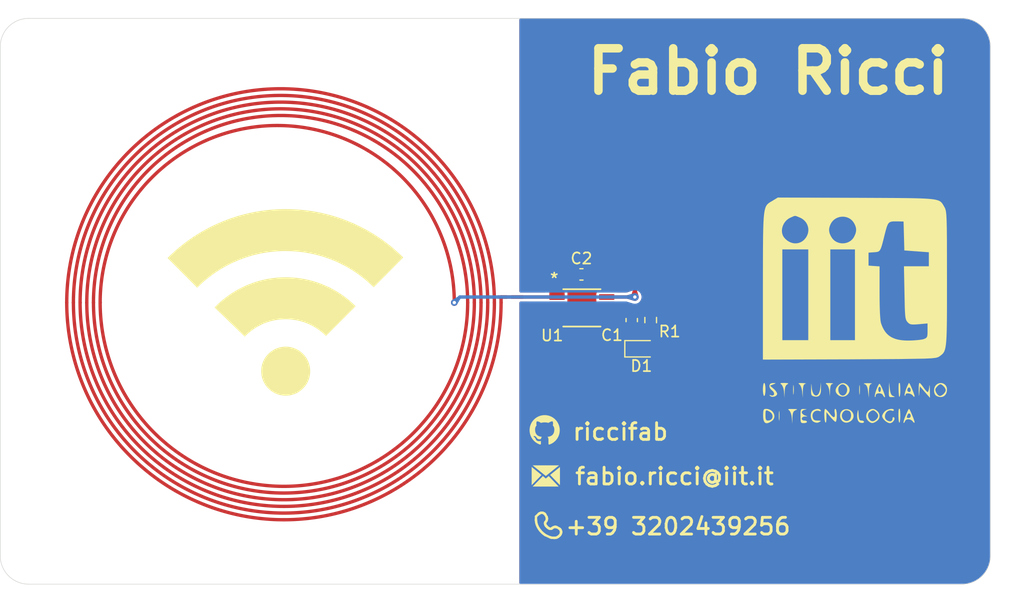
<source format=kicad_pcb>
(kicad_pcb (version 20240108) (generator "pcbnew") (generator_version "8.0")
  (title_block (title "PCB Business Card") (date "2024-04-03") (rev "0") (comment 1 "Rahim Aziz"))
  (layers (0 "F.Cu" signal "Front") (31 "B.Cu" signal "Back") (34 "B.Paste" user) (35 "F.Paste" user) (36 "B.SilkS" user "B.Silkscreen") (37 "F.SilkS" user "F.Silkscreen") (38 "B.Mask" user) (39 "F.Mask" user) (44 "Edge.Cuts" user))
  (net 0 "")
  (net 1 "Net-(D1-K)")
  (net 2 "Net-(U1-VCC)")
  (net 3 "Net-(D1-A)")
  (net 4 "Net-(U1-LA)")
  (footprint "Capacitor_SMD:C_0603_1608Metric" (layer "F.Cu") (at 145.601 90.5894 -90)
    (property "Reference" "C1")
    (property "Value" "220n")
  )
  (footprint "" (layer "F.Cu") (at 145.8804 88.519)
    (property "Reference" "")
    (property "Value" "")
  )
  (footprint "NT3H1101W0FTTJ:TSSOP8_SOT505-1_NXP" (layer "F.Cu") (at 141.12425 89.493979)
    (property "Reference" "U1")
    (property "Value" "NT3H1101W0FTTJ")
  )
  (footprint "COIL_GENERATOR" (layer "F.Cu") (at 114.06803 89.019)
    (property "Reference" "REF**" (hide yes))
    (property "Value" "COIL_GENERATOR")
  )
  (footprint "Capacitor_SMD:C_0603_1608Metric" (layer "F.Cu") (at 141.084 86.487)
    (property "Reference" "C2")
    (property "Value" "2p")
  )
  (footprint "Resistor_SMD:R_0603_1608Metric" (layer "F.Cu") (at 147.3028 90.5886 -90)
    (property "Reference" "R1")
    (property "Value" "47")
  )
  (footprint "LED_SMD:LED_0603_1608Metric" (layer "F.Cu") (at 146.4646 93.1672)
    (property "Reference" "D1")
    (property "Value" "RED")
  )
  (gr_line (start 138.48701 109.243047) (end 138.514662 109.22441) (stroke (width 0.211666) (color 28 39 76 1)) (layer "F.SilkS"))
  (gr_poly (pts (xy 160.066328 98.574776) (xy 160.140572 98.575057) (xy 160.206256 98.575935) (xy 160.263549 98.577462) (xy 160.312622 98.579687) (xy 160.353647 98.582663) (xy 160.371194 98.584448) (xy 160.386793 98.58644) (xy 160.400464 98.588645) (xy 160.41223 98.59107) (xy 160.422112 98.593721) (xy 160.43013 98.596604) (xy 160.436307 98.599726) (xy 160.440664 98.603093) (xy 160.443221 98.606711) (xy 160.443832 98.608617) (xy 160.444 98.610587) (xy 160.443023 98.614728) (xy 160.440311 98.61914) (xy 160.435885 98.623828) (xy 160.429767 98.6288) (xy 160.421977 98.634062) (xy 160.412537 98.63962) (xy 160.401469 98.645481) (xy 160.388794 98.651651) (xy 160.358706 98.664944) (xy 160.322445 98.67955) (xy 160.282981 98.697362) (xy 160.247388 98.716181) (xy 160.215445 98.736466) (xy 160.186929 98.758678) (xy 160.161619 98.783277) (xy 160.139294 98.810724) (xy 160.119731 98.84148) (xy 160.102709 98.876004) (xy 160.088006 98.914757) (xy 160.075401 98.9582) (xy 160.064671 99.006793) (xy 160.055596 99.060997) (xy 160.047953 99.121271) (xy 160.041521 99.188077) (xy 160.036078 99.261875) (xy 160.031403 99.343125) (xy 160.019762 99.901926) (xy 159.973195 99.378051) (xy 159.967894 99.32161) (xy 159.960803 99.265954) (xy 159.952041 99.211321) (xy 159.941726 99.157951) (xy 159.929979 99.10608) (xy 159.91692 99.05595) (xy 159.902666 99.007797) (xy 159.887338 98.961861) (xy 159.871055 98.918381) (xy 159.853936 98.877596) (xy 159.836101 98.839743) (xy 159.81767 98.805063) (xy 159.798761 98.773793) (xy 159.779493 98.746172) (xy 159.759987 98.722439) (xy 159.750182 98.712106) (xy 159.740362 98.702834) (xy 159.712304 98.682083) (xy 159.68943 98.663429) (xy 159.672013 98.646788) (xy 159.660325 98.632074) (xy 159.656716 98.625413) (xy 159.654641 98.619202) (xy 159.654135 98.61343) (xy 159.655232 98.608086) (xy 159.657966 98.60316) (xy 159.662372 98.598642) (xy 159.668482 98.594519) (xy 159.676332 98.590783) (xy 159.697387 98.584425) (xy 159.725809 98.579482) (xy 159.761871 98.57587) (xy 159.805846 98.573502) (xy 159.858006 98.572294) (xy 159.918624 98.572161)) (stroke (width -0.000001)) (fill solid) (layer "F.SilkS"))
  (gr_line (start 138.428025 109.293532) (end 138.435406 109.287279) (stroke (width 0.211666) (color 28 39 76 1)) (layer "F.SilkS"))
  (gr_line (start 138.758943 109.162453) (end 138.774485 109.163909) (stroke (width 0.211666) (color 28 39 76 1)) (layer "F.SilkS"))
  (gr_line (start 137.192416 109.208663) (end 137.241879 109.291739) (stroke (width 0.211666) (color 28 39 76 1)) (layer "F.SilkS"))
  (gr_line (start 137.471378 107.896184) (end 137.494001 107.893718) (stroke (width 0.211666) (color 28 39 76 1)) (layer "F.SilkS"))
  (gr_line (start 137.978135 109.145571) (end 137.99123 109.158896) (stroke (width 0.211666) (color 28 39 76 1)) (layer "F.SilkS"))
  (gr_line (start 137.001374 108.556776) (end 137.005499 108.617413) (stroke (width 0.211666) (color 28 39 76 1)) (layer "F.SilkS"))
  (gr_line (start 138.85046 109.180977) (end 138.865166 109.186371) (stroke (width 0.211666) (color 28 39 76 1)) (layer "F.SilkS"))
  (gr_poly (pts (xy 160.939453 96.246443) (xy 160.983769 96.248762) (xy 161.024947 96.251354) (xy 161.062851 96.254219) (xy 161.097344 96.257356) (xy 161.12829 96.260767) (xy 161.155552 96.26445) (xy 161.178995 96.268406) (xy 161.189241 96.270487) (xy 161.198481 96.272636) (xy 161.206698 96.274852) (xy 161.213874 96.277138) (xy 161.219993 96.279491) (xy 161.225038 96.281912) (xy 161.228992 96.284402) (xy 161.231837 96.28696) (xy 161.232838 96.288265) (xy 161.233556 96.289586) (xy 161.233989 96.290925) (xy 161.234133 96.292281) (xy 161.233988 96.293653) (xy 161.233551 96.295043) (xy 161.232819 96.29645) (xy 161.231792 96.297874) (xy 161.228838 96.300773) (xy 161.224675 96.30374) (xy 161.219283 96.306776) (xy 161.212646 96.30988) (xy 161.204748 96.313052) (xy 161.195571 96.316292) (xy 161.166353 96.324253) (xy 161.139727 96.335232) (xy 161.115557 96.34952) (xy 161.093706 96.367406) (xy 161.074038 96.38918) (xy 161.056416 96.415133) (xy 161.040704 96.445553) (xy 161.026766 96.480731) (xy 161.014465 96.520956) (xy 161.003664 96.56652) (xy 160.994228 96.617711) (xy 160.98602 96.674819) (xy 160.978903 96.738135) (xy 160.972741 96.807948) (xy 160.962737 96.968226) (xy 160.951096 97.573592) (xy 160.904529 97.049717) (xy 160.899228 96.993276) (xy 160.892137 96.93762) (xy 160.883374 96.882987) (xy 160.87306 96.829616) (xy 160.861313 96.777746) (xy 160.848253 96.727615) (xy 160.833999 96.679462) (xy 160.818671 96.633527) (xy 160.802388 96.590047) (xy 160.78527 96.549261) (xy 160.767435 96.511409) (xy 160.749003 96.476728) (xy 160.730094 96.445458) (xy 160.710827 96.417838) (xy 160.691321 96.394105) (xy 160.681515 96.383772) (xy 160.671695 96.3745) (xy 160.643495 96.353749) (xy 160.620172 96.335096) (xy 160.601964 96.318455) (xy 160.589112 96.303741) (xy 160.584768 96.29708) (xy 160.581853 96.290868) (xy 160.580396 96.285096) (xy 160.580426 96.279752) (xy 160.581975 96.274827) (xy 160.585071 96.270308) (xy 160.589744 96.266186) (xy 160.596024 96.262449) (xy 160.603942 96.259088) (xy 160.613527 96.256091) (xy 160.637816 96.251149) (xy 160.669132 96.247536) (xy 160.707712 96.245169) (xy 160.753795 96.243961) (xy 160.807621 96.243828)) (stroke (width -0.000001)) (fill solid) (layer "F.SilkS"))
  (gr_poly (pts (xy 114.752367 86.747525) (xy 114.975606 86.755797) (xy 115.197969 86.769573) (xy 115.419404 86.78884) (xy 115.639858 86.813589) (xy 115.859281 86.84381) (xy 116.077621 86.879491) (xy 116.294825 86.920624) (xy 116.510842 86.967196) (xy 116.725619 87.019199) (xy 116.939106 87.076621) (xy 117.151251 87.139453) (xy 117.362 87.207684) (xy 117.571304 87.281303) (xy 117.779109 87.3603) (xy 117.985365 87.444666) (xy 118.182481 87.530463) (xy 118.377019 87.620813) (xy 118.56894 87.715685) (xy 118.758206 87.815048) (xy 118.944779 87.918871) (xy 119.128622 88.027123) (xy 119.309697 88.139772) (xy 119.487965 88.256789) (xy 119.66339 88.378141) (xy 119.835933 88.503799) (xy 120.005556 88.63373) (xy 120.172223 88.767905) (xy 120.335893 88.906292) (xy 120.496531 89.04886) (xy 120.654098 89.195578) (xy 120.808557 89.346415) (xy 118.140898 92.011693) (xy 117.956067 91.836056) (xy 117.764128 91.670674) (xy 117.56543 91.515695) (xy 117.360322 91.371268) (xy 117.149152 91.237542) (xy 116.932269 91.114665) (xy 116.710022 91.002786) (xy 116.482758 90.902052) (xy 116.250828 90.812614) (xy 116.014579 90.734618) (xy 115.774361 90.668215) (xy 115.530521 90.613551) (xy 115.283409 90.570777) (xy 115.033372 90.54004) (xy 114.780761 90.521489) (xy 114.525923 90.515272) (xy 114.264654 90.521737) (xy 114.00599 90.541033) (xy 113.750272 90.573012) (xy 113.497844 90.617525) (xy 113.249047 90.674424) (xy 113.004222 90.74356) (xy 112.763712 90.824785) (xy 112.527858 90.91795) (xy 112.297002 91.022908) (xy 112.071486 91.139509) (xy 111.851653 91.267606) (xy 111.637843 91.407049) (xy 111.430399 91.55769) (xy 111.229662 91.719382) (xy 111.035974 91.891975) (xy 110.849678 92.07532) (xy 108.139625 89.454817) (xy 108.295042 89.29788) (xy 108.453734 89.145223) (xy 108.615665 88.996874) (xy 108.780796 88.852861) (xy 108.949088 88.713212) (xy 109.120505 88.577953) (xy 109.295008 88.447113) (xy 109.472559 88.320719) (xy 109.65312 88.198799) (xy 109.836653 88.08138) (xy 110.02312 87.96849) (xy 110.212484 87.860157) (xy 110.404706 87.756408) (xy 110.599748 87.657272) (xy 110.797573 87.562774) (xy 110.998142 87.472944) (xy 111.208402 87.385154) (xy 111.420272 87.302953) (xy 111.633702 87.226352) (xy 111.848645 87.15536) (xy 112.065052 87.089987) (xy 112.282874 87.030245) (xy 112.502063 86.976144) (xy 112.722572 86.927693) (xy 112.94435 86.884904) (xy 113.16735 86.847786) (xy 113.391524 86.816351) (xy 113.616823 86.790607) (xy 113.843199 86.770567) (xy 114.070603 86.756239) (xy 114.298987 86.747635) (xy 114.528303 86.744765)) (stroke (width -0.000001)) (fill solid) (layer "F.SilkS"))
  (gr_poly (pts (xy 137.885207 104.586679) (xy 136.694582 103.632669) (xy 139.075832 103.632669)) (stroke (width -0.000001)) (fill solid) (layer "F.SilkS"))
  (gr_line (start 137.68315 109.782066) (end 137.7243 109.814495) (stroke (width 0.211666) (color 28 39 76 1)) (layer "F.SilkS"))
  (gr_line (start 137.796914 108.003516) (end 137.812141 108.020407) (stroke (width 0.211666) (color 28 39 76 1)) (layer "F.SilkS"))
  (gr_poly (pts (xy 157.5 96.235545) (xy 157.506338 96.237756) (xy 157.512532 96.2414) (xy 157.518577 96.246442) (xy 157.530202 96.260585) (xy 157.541178 96.279912) (xy 157.551473 96.30415) (xy 157.561051 96.333027) (xy 157.569879 96.366269) (xy 157.577922 96.403604) (xy 157.585147 96.444759) (xy 157.591519 96.489462) (xy 157.597005 96.537438) (xy 157.601569 96.588416) (xy 157.607799 96.698284) (xy 157.609937 96.816884) (xy 157.609397 96.87522) (xy 157.607799 96.932141) (xy 157.605179 96.987322) (xy 157.601569 97.04044) (xy 157.597005 97.09117) (xy 157.591519 97.139189) (xy 157.585147 97.184173) (xy 157.577922 97.225797) (xy 157.569879 97.263738) (xy 157.561051 97.297671) (xy 157.551473 97.327272) (xy 157.546413 97.340348) (xy 157.541178 97.352218) (xy 157.535773 97.362844) (xy 157.530202 97.372185) (xy 157.524468 97.3802) (xy 157.518577 97.386848) (xy 157.512532 97.392089) (xy 157.506338 97.395883) (xy 157.5 97.398189) (xy 157.49352 97.398967) (xy 157.488065 97.398189) (xy 157.48262 97.395883) (xy 157.471806 97.386848) (xy 157.461162 97.372185) (xy 157.450773 97.352218) (xy 157.440726 97.327272) (xy 157.431105 97.297671) (xy 157.421996 97.263738) (xy 157.413484 97.225797) (xy 157.405653 97.184173) (xy 157.39859 97.139189) (xy 157.39238 97.09117) (xy 157.387108 97.04044) (xy 157.382859 96.987322) (xy 157.379718 96.932141) (xy 157.377771 96.87522) (xy 157.377103 96.816884) (xy 157.377771 96.756629) (xy 157.379718 96.698284) (xy 157.382859 96.642122) (xy 157.387108 96.588416) (xy 157.39238 96.537438) (xy 157.39859 96.489462) (xy 157.405653 96.444759) (xy 157.413484 96.403604) (xy 157.421996 96.366269) (xy 157.431105 96.333027) (xy 157.440726 96.30415) (xy 157.445702 96.291434) (xy 157.450773 96.279912) (xy 157.45593 96.269617) (xy 157.461162 96.260585) (xy 157.466457 96.252848) (xy 157.471806 96.246442) (xy 157.477197 96.2414) (xy 157.48262 96.237756) (xy 157.488065 96.235545) (xy 157.49352 96.2348)) (stroke (width -0.000001)) (fill solid) (layer "F.SilkS"))
  (gr_line (start 138.450826 110.134742) (end 138.422037 110.13009) (stroke (width 0.211666) (color 28 39 76 1)) (layer "F.SilkS"))
  (gr_line (start 137.600488 109.711379) (end 137.641869 109.747711) (stroke (width 0.211666) (color 28 39 76 1)) (layer "F.SilkS"))
  (gr_line (start 138.320591 109.330445) (end 138.347129 109.327541) (stroke (width 0.211666) (color 28 39 76 1)) (layer "F.SilkS"))
  (gr_line (start 137.363236 109.460998) (end 137.398582 109.503761) (stroke (width 0.211666) (color 28 39 76 1)) (layer "F.SilkS"))
  (gr_line (start 139.159771 109.894977) (end 139.143298 109.914369) (stroke (width 0.211666) (color 28 39 76 1)) (layer "F.SilkS"))
  (gr_line (start 137.886114 108.689589) (end 137.862848 108.714721) (stroke (width 0.211666) (color 28 39 76 1)) (layer "F.SilkS"))
  (gr_line (start 137.838769 108.751542) (end 137.83496 108.760088) (stroke (width 0.211666) (color 28 39 76 1)) (layer "F.SilkS"))
  (gr_line (start 137.987093 108.453837) (end 137.983007 108.485172) (stroke (width 0.211666) (color 28 39 76 1)) (layer "F.SilkS"))
  (gr_line (start 138.907945 109.206578) (end 139.072042 109.298159) (stroke (width 0.211666) (color 28 39 76 1)) (layer "F.SilkS"))
  (gr_poly (pts (xy 159.373761 96.237134) (xy 159.430926 96.239826) (xy 159.481236 96.242961) (xy 159.524809 96.246624) (xy 159.544108 96.248681) (xy 159.561766 96.250902) (xy 159.577801 96.253298) (xy 159.592226 96.255879) (xy 159.605057 96.258656) (xy 159.616308 96.26164) (xy 159.625995 96.264841) (xy 159.634132 96.268271) (xy 159.640734 96.271939) (xy 159.645816 96.275857) (xy 159.647792 96.277912) (xy 159.649393 96.280034) (xy 159.650622 96.282224) (xy 159.65148 96.284483) (xy 159.65197 96.286812) (xy 159.652093 96.289212) (xy 159.65185 96.291686) (xy 159.651245 96.294234) (xy 159.648951 96.299559) (xy 159.645228 96.305196) (xy 159.640088 96.311158) (xy 159.633549 96.317455) (xy 159.625624 96.324097) (xy 159.616328 96.331095) (xy 159.605676 96.338459) (xy 159.593684 96.346201) (xy 159.580366 96.354331) (xy 159.565737 96.362859) (xy 159.538309 96.37952) (xy 159.512758 96.399012) (xy 159.489048 96.421437) (xy 159.467146 96.446897) (xy 159.447018 96.475495) (xy 159.428629 96.507334) (xy 159.411945 96.542515) (xy 159.396933 96.58114) (xy 159.383557 96.623313) (xy 159.371785 96.669135) (xy 159.361581 96.718708) (xy 159.352913 96.772136) (xy 159.345744 96.82952) (xy 159.340043 96.890963) (xy 159.335774 96.956567) (xy 159.332903 97.026434) (xy 159.321262 97.573592) (xy 159.274695 97.049717) (xy 159.269394 96.993276) (xy 159.262303 96.93762) (xy 159.253541 96.882987) (xy 159.243226 96.829616) (xy 159.231479 96.777746) (xy 159.218419 96.727615) (xy 159.204166 96.679462) (xy 159.188838 96.633527) (xy 159.172555 96.590047) (xy 159.155436 96.549261) (xy 159.137601 96.511409) (xy 159.11917 96.476728) (xy 159.100261 96.445458) (xy 159.080993 96.417838) (xy 159.061487 96.394105) (xy 159.051682 96.383772) (xy 159.041862 96.3745) (xy 159.013662 96.353746) (xy 158.990338 96.335073) (xy 158.972131 96.318378) (xy 158.959279 96.303559) (xy 158.954935 96.296821) (xy 158.95202 96.290513) (xy 158.950562 96.284623) (xy 158.950593 96.279139) (xy 158.952141 96.274046) (xy 158.955237 96.269333) (xy 158.95991 96.264986) (xy 158.966191 96.260994) (xy 158.974109 96.257342) (xy 158.983693 96.254019) (xy 159.007983 96.248306) (xy 159.039298 96.243753) (xy 159.077878 96.240257) (xy 159.123962 96.237716) (xy 159.177788 96.236028) (xy 159.309621 96.2348)) (stroke (width -0.000001)) (fill solid) (layer "F.SilkS"))
  (gr_line (start 137.942614 109.106732) (end 137.95384 109.119488) (stroke (width 0.211666) (color 28 39 76 1)) (layer "F.SilkS"))
  (gr_line (start 137.149819 109.126987) (end 137.192416 109.208663) (stroke (width 0.211666) (color 28 39 76 1)) (layer "F.SilkS"))
  (gr_line (start 137.957693 108.270464) (end 137.963755 108.28496) (stroke (width 0.211666) (color 28 39 76 1)) (layer "F.SilkS"))
  (gr_line (start 139.201427 109.833584) (end 139.18883 109.854529) (stroke (width 0.211666) (color 28 39 76 1)) (layer "F.SilkS"))
  (gr_line (start 138.658118 110.150119) (end 138.610429 110.149416) (stroke (width 0.211666) (color 28 39 76 1)) (layer "F.SilkS"))
  (gr_line (start 138.20159 109.308407) (end 138.221034 109.315503) (stroke (width 0.211666) (color 28 39 76 1)) (layer "F.SilkS"))
  (gr_line (start 138.603077 109.182747) (end 138.63383 109.1737) (stroke (width 0.211666) (color 28 39 76 1)) (layer "F.SilkS"))
  (gr_line (start 138.418896 109.299996) (end 138.428025 109.293532) (stroke (width 0.211666) (color 28 39 76 1)) (layer "F.SilkS"))
  (gr_line (start 139.202384 109.42238) (end 139.213357 109.441458) (stroke (width 0.211666) (color 28 39 76 1)) (layer "F.SilkS"))
  (gr_line (start 138.732578 110.147073) (end 138.702769 110.1492) (stroke (width 0.211666) (color 28 39 76 1)) (layer "F.SilkS"))
  (gr_poly (pts (xy 166.05633 96.42325) (xy 166.058393 96.424993) (xy 166.060485 96.428604) (xy 166.062604 96.434108) (xy 166.064743 96.441531) (xy 166.0669 96.450897) (xy 166.069069 96.462233) (xy 166.073429 96.490917) (xy 166.081069 96.562472) (xy 166.086525 96.64426) (xy 166.089799 96.733414) (xy 166.090891 96.82707) (xy 166.089799 96.922363) (xy 166.086525 97.016429) (xy 166.081069 97.106401) (xy 166.073429 97.189416) (xy 166.069069 97.22464) (xy 166.064743 97.251831) (xy 166.060485 97.271144) (xy 166.05633 97.282732) (xy 166.054301 97.285677) (xy 166.052311 97.286748) (xy 166.050363 97.285965) (xy 166.048463 97.283346) (xy 166.044819 97.272679) (xy 166.041414 97.254901) (xy 166.035457 97.198626) (xy 166.030864 97.115747) (xy 166.027908 97.007493) (xy 166.026862 96.875091) (xy 166.027129 96.805549) (xy 166.027908 96.741122) (xy 166.029164 96.682015) (xy 166.030864 96.628434) (xy 166.032972 96.580583) (xy 166.035457 96.538666) (xy 166.038282 96.502888) (xy 166.041414 96.473454) (xy 166.044819 96.450569) (xy 166.046613 96.441646) (xy 166.048463 96.434437) (xy 166.050363 96.428967) (xy 166.052311 96.425262) (xy 166.054301 96.423348) (xy 166.055311 96.42307)) (stroke (width -0.000001)) (fill solid) (layer "F.SilkS"))
  (gr_line (start 138.043377 109.207499) (end 138.06831 109.228175) (stroke (width 0.211666) (color 28 39 76 1)) (layer "F.SilkS"))
  (gr_line (start 138.789938 109.166014) (end 138.805283 109.168769) (stroke (width 0.211666) (color 28 39 76 1)) (layer "F.SilkS"))
  (gr_line (start 137.275114 107.975182) (end 137.295597 107.961298) (stroke (width 0.211666) (color 28 39 76 1)) (layer "F.SilkS"))
  (gr_line (start 137.605361 107.899975) (end 137.626891 107.904909) (stroke (width 0.211666) (color 28 39 76 1)) (layer "F.SilkS"))
  (gr_line (start 138.392681 110.124714) (end 138.362777 110.118578) (stroke (width 0.211666) (color 28 39 76 1)) (layer "F.SilkS"))
  (gr_line (start 137.436044 109.546635) (end 137.475681 109.589585) (stroke (width 0.211666) (color 28 39 76 1)) (layer "F.SilkS"))
  (gr_line (start 138.762013 110.143022) (end 138.732578 110.147073) (stroke (width 0.211666) (color 28 39 76 1)) (layer "F.SilkS"))
  (gr_line (start 138.406199 109.30751) (end 138.418896 109.299996) (stroke (width 0.211666) (color 28 39 76 1)) (layer "F.SilkS"))
  (gr_line (start 137.827984 108.779786) (end 137.825037 108.790928) (stroke (width 0.211666) (color 28 39 76 1)) (layer "F.SilkS"))
  (gr_line (start 137.943549 108.242182) (end 137.950958 108.256198) (stroke (width 0.211666) (color 28 39 76 1)) (layer "F.SilkS"))
  (gr_line (start 138.389976 109.315193) (end 138.406199 109.30751) (stroke (width 0.211666) (color 28 39 76 1)) (layer "F.SilkS"))
  (gr_poly (pts (xy 157.718801 98.565282) (xy 157.779028 98.571587) (xy 157.837094 98.581839) (xy 157.892907 98.595831) (xy 157.946375 98.613352) (xy 157.997406 98.634195) (xy 158.045909 98.658149) (xy 158.091793 98.685007) (xy 158.134965 98.71456) (xy 158.175334 98.746598) (xy 158.212808 98.780913) (xy 158.247295 98.817295) (xy 158.278705 98.855536) (xy 158.306945 98.895427) (xy 158.331923 98.936759) (xy 158.353548 98.979323) (xy 158.371729 99.02291) (xy 158.386373 99.067312) (xy 158.397389 99.112319) (xy 158.404685 99.157722) (xy 158.40817 99.203313) (xy 158.407752 99.248883) (xy 158.403339 99.294223) (xy 158.39484 99.339123) (xy 158.382162 99.383375) (xy 158.365215 99.426771) (xy 158.343907 99.4691) (xy 158.318146 99.510155) (xy 158.28784 99.549727) (xy 158.252897 99.587605) (xy 158.213227 99.623583) (xy 158.168737 99.65745) (xy 158.067637 99.724563) (xy 158.019833 99.752783) (xy 157.973852 99.777437) (xy 157.929688 99.798518) (xy 157.887333 99.81602) (xy 157.846781 99.829936) (xy 157.808027 99.840261) (xy 157.771063 99.846987) (xy 157.735883 99.850109) (xy 157.702481 99.84962) (xy 157.670851 99.845513) (xy 157.640985 99.837783) (xy 157.612878 99.826422) (xy 157.586524 99.811425) (xy 157.561915 99.792785) (xy 157.539045 99.770495) (xy 157.517909 99.74455) (xy 157.498499 99.714942) (xy 157.48081 99.681666) (xy 157.464834 99.644715) (xy 157.450566 99.604082) (xy 157.437999 99.559762) (xy 157.427126 99.511747) (xy 157.417942 99.460032) (xy 157.41044 99.40461) (xy 157.400455 99.28262) (xy 157.397121 99.145725) (xy 157.397132 99.145216) (xy 157.609937 99.145216) (xy 157.610502 99.211838) (xy 157.612279 99.272183) (xy 157.615385 99.326526) (xy 157.617474 99.351532) (xy 157.619941 99.37514) (xy 157.6228 99.397383) (xy 157.626066 99.418296) (xy 157.629754 99.437913) (xy 157.633879 99.456268) (xy 157.638456 99.473395) (xy 157.6435 99.489329) (xy 157.649026 99.504102) (xy 157.655048 99.517751) (xy 157.661582 99.530308) (xy 157.668642 99.541807) (xy 157.676244 99.552284) (xy 157.684403 99.561771) (xy 157.693132 99.570304) (xy 157.702448 99.577915) (xy 157.712365 99.58464) (xy 157.722897 99.590512) (xy 157.734061 99.595565) (xy 157.745871 99.599834) (xy 157.758341 99.603353) (xy 157.771488 99.606155) (xy 157.785325 99.608276) (xy 157.799867 99.609748) (xy 157.81513 99.610606) (xy 157.831128 99.610885) (xy 157.87577 99.609241) (xy 157.918 99.604419) (xy 157.957797 99.596583) (xy 157.995135 99.585896) (xy 158.029992 99.572524) (xy 158.062345 99.55663) (xy 158.092169 99.538378) (xy 158.119442 99.517933) (xy 158.144139 99.495459) (xy 158.166239 99.471119) (xy 158.185716 99.445079) (xy 158.202548 99.417501) (xy 158.216711 99.388551) (xy 158.228182 99.358392) (xy 158.236937 99.327188) (xy 158.242952 99.295104) (xy 158.246206 99.262304) (xy 158.246673 99.228952) (xy 158.244331 99.195212) (xy 158.239155 99.161248) (xy 158.231124 99.127224) (xy 158.220212 99.093305) (xy 158.206397 99.059654) (xy 158.189655 99.026436) (xy 158.169964 98.993815) (xy 158.147298 98.961955) (xy 158.121635 98.931021) (xy 158.092952 98.901175) (xy 158.061225 98.872583) (xy 158.026431 98.845408) (xy 157.988545 98.819815) (xy 157.947545 98.795968) (xy 157.891955 98.765614) (xy 157.842793 98.740306) (xy 157.799668 98.720456) (xy 157.762188 98.706473) (xy 157.745442 98.701808) (xy 157.72996 98.698764) (xy 157.715693 98.697391) (xy 157.702593 98.697741) (xy 157.690609 98.699864) (xy 157.679693 98.703812) (xy 157.669796 98.709635) (xy 157.660869 98.717386) (xy 157.652863 98.727115) (xy 157.645729 98.738873) (xy 157.639417 98.752711) (xy 157.633879 98.768682) (xy 157.629066 98.786835) (xy 157.624929 98.807222) (xy 157.618486 98.854902) (xy 157.614157 98.912133) (xy 157.611551 98.979322) (xy 157.609937 99.145216) (xy 157.397132 99.145216) (xy 157.400387 98.993875) (xy 157.403007 98.929564) (xy 157.406617 98.871751) (xy 157.411386 98.820112) (xy 157.414259 98.796506) (xy 157.417485 98.774321) (xy 157.421087 98.753518) (xy 157.425085 98.734056) (xy 157.429502 98.715894) (xy 157.434357 98.698992) (xy 157.439672 98.683309) (xy 157.44547 98.668805) (xy 157.45177 98.655439) (xy 157.458595 98.643171) (xy 157.465966 98.63196) (xy 157.473903 98.621766) (xy 157.482429 98.612548) (xy 157.491565 98.604267) (xy 157.501331 98.59688) (xy 157.51175 98.590348) (xy 157.522842 98.584631) (xy 157.53463 98.579687) (xy 157.547133 98.575477) (xy 157.560374 98.571959) (xy 157.574374 98.569094) (xy 157.589155 98.56684) (xy 157.604736 98.565158) (xy 157.621141 98.564007) (xy 157.656504 98.563134)) (stroke (width -0.000001)) (fill solid) (layer "F.SilkS"))
  (gr_line (start 139.176865 109.386255) (end 139.190219 109.40396) (stroke (width 0.211666) (color 28 39 76 1)) (layer "F.SilkS"))
  (gr_line (start 138.543331 109.208129) (end 138.572857 109.194232) (stroke (width 0.211666) (color 28 39 76 1)) (layer "F.SilkS"))
  (gr_line (start 138.362777 110.118578) (end 138.332347 110.111646) (stroke (width 0.211666) (color 28 39 76 1)) (layer "F.SilkS"))
  (gr_poly (pts (xy 114.904963 80.627011) (xy 115.280212 80.640822) (xy 115.653964 80.663816) (xy 116.026133 80.695971) (xy 116.396633 80.737268) (xy 116.765376 80.787684) (xy 117.132278 80.8472) (xy 117.497251 80.915795) (xy 117.86021 80.993448) (xy 118.221067 81.080138) (xy 118.579738 81.175845) (xy 118.936135 81.280548) (xy 119.290173 81.394225) (xy 119.641764 81.516858) (xy 119.990824 81.648424) (xy 120.337265 81.788903) (xy 120.668332 81.932747) (xy 120.995178 82.08411) (xy 121.317724 82.242942) (xy 121.63589 82.409196) (xy 121.949598 82.582824) (xy 122.258766 82.763777) (xy 122.563317 82.952007) (xy 122.86317 83.147465) (xy 123.158245 83.350103) (xy 123.448465 83.559873) (xy 123.733748 83.776727) (xy 124.014016 84.000616) (xy 124.289189 84.231492) (xy 124.559188 84.469306) (xy 124.823933 84.71401) (xy 125.083345 84.965556) (xy 122.42985 87.644974) (xy 122.024683 87.26282) (xy 121.604141 86.903069) (xy 121.168975 86.566033) (xy 120.71994 86.252021) (xy 120.257787 85.961346) (xy 119.783269 85.694316) (xy 119.297138 85.451243) (xy 118.800148 85.232438) (xy 118.29305 85.038211) (xy 117.776597 84.868873) (xy 117.251541 84.724734) (xy 116.718636 84.606106) (xy 116.178633 84.513299) (xy 115.632286 84.446624) (xy 115.080346 84.406391) (xy 114.523567 84.39291) (xy 114.239573 84.396388) (xy 113.956743 84.40681) (xy 113.675135 84.424165) (xy 113.394808 84.448437) (xy 113.11582 84.479613) (xy 112.83823 84.51768) (xy 112.562097 84.562622) (xy 112.287479 84.614428) (xy 112.014435 84.673082) (xy 111.743024 84.738571) (xy 111.473305 84.810881) (xy 111.205336 84.889999) (xy 110.939175 84.97591) (xy 110.674882 85.068601) (xy 110.412516 85.168058) (xy 110.152134 85.274267) (xy 109.903184 85.383179) (xy 109.657434 85.4978) (xy 109.414936 85.618097) (xy 109.175742 85.744034) (xy 108.939902 85.875577) (xy 108.70747 86.012692) (xy 108.478497 86.155344) (xy 108.253035 86.303498) (xy 108.031135 86.45712) (xy 107.812849 86.616176) (xy 107.598229 86.78063) (xy 107.387328 86.950449) (xy 107.180195 87.125598) (xy 106.976884 87.306043) (xy 106.777447 87.491748) (xy 106.581934 87.682679) (xy 103.916656 85.017401) (xy 104.177782 84.762816) (xy 104.444145 84.515181) (xy 104.715679 84.274538) (xy 104.992319 84.040935) (xy 105.273998 83.814415) (xy 105.560652 83.595024) (xy 105.852214 83.382805) (xy 106.14862 83.177805) (xy 106.449803 82.980068) (xy 106.755698 82.789639) (xy 107.06624 82.606563) (xy 107.381363 82.430884) (xy 107.701 82.262648) (xy 108.025087 82.101899) (xy 108.353559 81.948682) (xy 108.686349 81.803043) (xy 109.03496 81.660459) (xy 109.386143 81.527) (xy 109.739819 81.402676) (xy 110.095908 81.287497) (xy 110.45433 81.181473) (xy 110.815007 81.084615) (xy 111.177859 80.996933) (xy 111.542806 80.918437) (xy 111.90977 80.849138) (xy 112.27867 80.789045) (xy 112.649428 80.738169) (xy 113.021964 80.69652) (xy 113.396199 80.664109) (xy 113.772053 80.640945) (xy 114.149448 80.62704) (xy 114.528303 80.622402)) (stroke (width -0.000001)) (fill solid) (layer "F.SilkS"))
  (gr_line (start 138.791057 110.137133) (end 138.762013 110.143022) (stroke (width 0.211666) (color 28 39 76 1)) (layer "F.SilkS"))
  (gr_line (start 138.929836 110.083186) (end 138.902994 110.096951) (stroke (width 0.211666) (color 28 39 76 1)) (layer "F.SilkS"))
  (gr_line (start 138.696289 109.163033) (end 138.727672 109.161468) (stroke (width 0.211666) (color 28 39 76 1)) (layer "F.SilkS"))
  (gr_line (start 138.63383 109.1737) (end 138.664955 109.167119) (stroke (width 0.211666) (color 28 39 76 1)) (layer "F.SilkS"))
  (gr_line (start 138.473617 109.25324) (end 138.48701 109.243047) (stroke (width 0.211666) (color 28 39 76 1)) (layer "F.SilkS"))
  (gr_line (start 137.241879 109.291739) (end 137.298667 109.375942) (stroke (width 0.211666) (color 28 39 76 1)) (layer "F.SilkS"))
  (gr_poly (pts (xy 166.859628 96.258354) (xy 166.908718 96.259152) (xy 166.953989 96.260463) (xy 166.995303 96.262267) (xy 167.032525 96.26455) (xy 167.065517 96.267292) (xy 167.094144 96.270478) (xy 167.118268 96.274091) (xy 167.1286 96.276051) (xy 167.137755 96.278112) (xy 167.145716 96.280271) (xy 167.152466 96.282526) (xy 167.157988 96.284875) (xy 167.162266 96.287315) (xy 167.165281 96.289845) (xy 167.166311 96.291143) (xy 167.167018 96.292463) (xy 167.167401 96.293803) (xy 167.167459 96.295165) (xy 167.167188 96.296548) (xy 167.166586 96.297951) (xy 167.164383 96.300818) (xy 167.160833 96.303763) (xy 167.155919 96.306785) (xy 167.149624 96.309882) (xy 167.14193 96.313052) (xy 167.132821 96.316292) (xy 167.103603 96.324253) (xy 167.076977 96.335232) (xy 167.052807 96.34952) (xy 167.030956 96.367406) (xy 167.011288 96.38918) (xy 166.993666 96.415133) (xy 166.977954 96.445553) (xy 166.964016 96.480731) (xy 166.951715 96.520956) (xy 166.940915 96.56652) (xy 166.931479 96.617711) (xy 166.92327 96.674819) (xy 166.916154 96.738135) (xy 166.909992 96.807948) (xy 166.899987 96.968226) (xy 166.888346 97.573592) (xy 166.818495 97.003151) (xy 166.80934 96.925482) (xy 166.799281 96.853832) (xy 166.788234 96.787947) (xy 166.782313 96.757086) (xy 166.776112 96.72757) (xy 166.769621 96.699367) (xy 166.76283 96.672446) (xy 166.755728 96.646773) (xy 166.748304 96.622318) (xy 166.740547 96.599047) (xy 166.732447 96.57693) (xy 166.723994 96.555935) (xy 166.715175 96.536028) (xy 166.705982 96.517179) (xy 166.696402 96.499355) (xy 166.686427 96.482525) (xy 166.676044 96.466656) (xy 166.665243 96.451716) (xy 166.654014 96.437674) (xy 166.642346 96.424497) (xy 166.630227 96.412153) (xy 166.617649 96.400611) (xy 166.604599 96.389839) (xy 166.591068 96.379804) (xy 166.577044 96.370475) (xy 166.562517 96.361819) (xy 166.547477 96.353805) (xy 166.531912 96.346401) (xy 166.515812 96.339574) (xy 166.488256 96.329067) (xy 166.466721 96.319361) (xy 166.451223 96.310439) (xy 166.441778 96.302285) (xy 166.439331 96.29849) (xy 166.438404 96.294881) (xy 166.438999 96.291455) (xy 166.441119 96.28821) (xy 166.444764 96.285145) (xy 166.449938 96.282256) (xy 166.464879 96.277001) (xy 166.48596 96.272428) (xy 166.513197 96.26852) (xy 166.546607 96.26526) (xy 166.586208 96.262631) (xy 166.684048 96.259198) (xy 166.806854 96.258084)) (stroke (width -0.000001)) (fill solid) (layer "F.SilkS"))
  (gr_line (start 137.984113 108.360188) (end 137.987674 108.391183) (stroke (width 0.211666) (color 28 39 76 1)) (layer "F.SilkS"))
  (gr_line (start 138.306062 109.330694) (end 138.320591 109.330445) (stroke (width 0.211666) (color 28 39 76 1)) (layer "F.SilkS"))
  (gr_line (start 139.222775 109.790533) (end 139.21274 109.812233) (stroke (width 0.211666) (color 28 39 76 1)) (layer "F.SilkS"))
  (gr_line (start 138.301413 110.103883) (end 138.269995 110.095253) (stroke (width 0.211666) (color 28 39 76 1)) (layer "F.SilkS"))
  (gr_line (start 137.708666 107.93677) (end 137.727744 107.947742) (stroke (width 0.211666) (color 28 39 76 1)) (layer "F.SilkS"))
  (gr_line (start 138.479024 110.138704) (end 138.450826 110.134742) (stroke (width 0.211666) (color 28 39 76 1)) (layer "F.SilkS"))
  (gr_line (start 137.976427 108.516297) (end 137.96738 108.54705) (stroke (width 0.211666) (color 28 39 76 1)) (layer "F.SilkS"))
  (gr_line (start 139.072042 109.298159) (end 139.092429 109.310402) (stroke (width 0.211666) (color 28 39 76 1)) (layer "F.SilkS"))
  (gr_line (start 137.862848 108.714721) (end 137.856619 108.72207) (stroke (width 0.211666) (color 28 39 76 1)) (layer "F.SilkS"))
  (gr_line (start 137.987674 108.391183) (end 137.988658 108.422453) (stroke (width 0.211666) (color 28 39 76 1)) (layer "F.SilkS"))
  (gr_line (start 138.847907 110.120193) (end 138.819694 110.129494) (stroke (width 0.211666) (color 28 39 76 1)) (layer "F.SilkS"))
  (gr_line (start 138.370272 109.322163) (end 138.389976 109.315193) (stroke (width 0.211666) (color 28 39 76 1)) (layer "F.SilkS"))
  (gr_line (start 139.111656 109.323696) (end 139.129718 109.337985) (stroke (width 0.211666) (color 28 39 76 1)) (layer "F.SilkS"))
  (gr_line (start 137.648042 107.911061) (end 137.668759 107.918425) (stroke (width 0.211666) (color 28 39 76 1)) (layer "F.SilkS"))
  (gr_poly (pts (xy 170.504843 98.566144) (xy 170.514394 98.574938) (xy 170.538826 98.60845) (xy 170.569397 98.660823) (xy 170.604947 98.72921) (xy 170.686348 98.90263) (xy 170.773751 99.105927) (xy 170.85788 99.316319) (xy 170.929458 99.511021) (xy 170.957642 99.595369) (xy 170.979208 99.667251) (xy 170.992998 99.72382) (xy 170.997853 99.762226) (xy 170.997617 99.769526) (xy 170.996918 99.77615) (xy 170.995771 99.782105) (xy 170.994192 99.787397) (xy 170.992195 99.792032) (xy 170.989795 99.796017) (xy 170.987008 99.799358) (xy 170.983847 99.802062) (xy 170.980328 99.804135) (xy 170.976466 99.805583) (xy 170.972275 99.806414) (xy 170.967771 99.806632) (xy 170.962969 99.806245) (xy 170.957884 99.805259) (xy 170.952529 99.803681) (xy 170.946921 99.801516) (xy 170.941075 99.798771) (xy 170.935004 99.795453) (xy 170.928725 99.791568) (xy 170.922251 99.787123) (xy 170.915599 99.782123) (xy 170.908782 99.776575) (xy 170.894716 99.763862) (xy 170.880173 99.749034) (xy 170.865271 99.732143) (xy 170.850131 99.71324) (xy 170.834871 99.692375) (xy 170.815719 99.669115) (xy 170.795435 99.647352) (xy 170.774116 99.627086) (xy 170.751856 99.608315) (xy 170.728752 99.591035) (xy 170.7049 99.575246) (xy 170.680396 99.560944) (xy 170.655335 99.548128) (xy 170.629814 99.536796) (xy 170.603928 99.526946) (xy 170.577774 99.518574) (xy 170.551447 99.51168) (xy 170.525043 99.506261) (xy 170.498659 99.502315) (xy 170.472389 99.49984) (xy 170.446331 99.498833) (xy 170.420579 99.499294) (xy 170.395231 99.501218) (xy 170.370381 99.504605) (xy 170.346126 99.509452) (xy 170.322562 99.515757) (xy 170.299784 99.523518) (xy 170.277888 99.532733) (xy 170.256971 99.543399) (xy 170.237129 99.555515) (xy 170.218457 99.569078) (xy 170.20105 99.584087) (xy 170.185006 99.600538) (xy 170.170421 99.618431) (xy 170.157389 99.637762) (xy 170.146007 99.658531) (xy 170.13637 99.680734) (xy 170.127514 99.699952) (xy 170.118453 99.71825) (xy 170.109255 99.735525) (xy 170.09999 99.751675) (xy 170.090724 99.766596) (xy 170.086113 99.773564) (xy 170.081527 99.780188) (xy 170.076975 99.786452) (xy 170.072466 99.792346) (xy 170.068008 99.797857) (xy 170.063609 99.802971) (xy 170.059279 99.807675) (xy 170.055026 99.811958) (xy 170.050858 99.815805) (xy 170.046783 99.819205) (xy 170.042811 99.822145) (xy 170.03895 99.824611) (xy 170.035209 99.826592) (xy 170.031595 99.828073) (xy 170.028117 99.829043) (xy 170.024785 99.829489) (xy 170.021606 99.829397) (xy 170.018589 99.828755) (xy 170.015742 99.827551) (xy 170.013075 99.825771) (xy 170.010595 99.823403) (xy 170.008311 99.820433) (xy 170.005376 99.816415) (xy 170.003113 99.810937) (xy 170.000558 99.795763) (xy 170.000561 99.775233) (xy 170.003037 99.749673) (xy 170.0079 99.719407) (xy 170.015065 99.684757) (xy 170.035961 99.603607) (xy 170.065043 99.508814) (xy 170.101628 99.40297) (xy 170.1371 99.309563) (xy 170.303832 99.309563) (xy 170.304384 99.318654) (xy 170.305797 99.326919) (xy 170.308085 99.334394) (xy 170.311259 99.34112) (xy 170.315332 99.347133) (xy 170.320318 99.352473) (xy 170.326229 99.357177) (xy 170.333078 99.361285) (xy 170.340878 99.364834) (xy 170.349641 99.367863) (xy 170.359381 99.370411) (xy 170.370109 99.372515) (xy 170.38184 99.374214) (xy 170.408358 99.37655) (xy 170.439037 99.377727) (xy 170.473979 99.378051) (xy 170.482674 99.377847) (xy 170.491288 99.377243) (xy 170.499808 99.376247) (xy 170.508222 99.374867) (xy 170.516516 99.373112) (xy 170.524678 99.37099) (xy 170.532695 99.368511) (xy 170.540555 99.365681) (xy 170.548243 99.362511) (xy 170.555749 99.359008) (xy 170.563058 99.355181) (xy 170.570159 99.351038) (xy 170.577038 99.346588) (xy 170.583682 99.341841) (xy 170.590079 99.336803) (xy 170.596216 99.331483) (xy 170.602081 99.325891) (xy 170.607659 99.320035) (xy 170.612939 99.313923) (xy 170.617908 99.307563) (xy 170.622553 99.300965) (xy 170.626861 99.294137) (xy 170.63082 99.287087) (xy 170.634416 99.279824) (xy 170.637637 99.272356) (xy 170.64047 99.264692) (xy 170.642902 99.25684) (xy 170.64492 99.24881) (xy 170.646513 99.240608) (xy 170.647666 99.232245) (xy 170.648367 99.223729) (xy 170.648604 99.215067) (xy 170.648034 99.191605) (xy 170.646361 99.169251) (xy 170.643645 99.148022) (xy 170.639941 99.127936) (xy 170.635308 99.10901) (xy 170.629803 99.09126) (xy 170.623483 99.074704) (xy 170.616407 99.059359) (xy 170.608632 99.045242) (xy 170.600215 99.03237) (xy 170.591214 99.020759) (xy 170.581687 99.010428) (xy 170.571691 99.001393) (xy 170.561283 98.99367) (xy 170.550521 98.987278) (xy 170.539463 98.982233) (xy 170.528166 98.978553) (xy 170.516689 98.976254) (xy 170.505087 98.975353) (xy 170.49342 98.975867) (xy 170.481743 98.977814) (xy 170.470116 98.981211) (xy 170.458596 98.986074) (xy 170.44724 98.99242) (xy 170.436105 99.000268) (xy 170.42525 99.009633) (xy 170.414731 99.020533) (xy 170.404607 99.032985) (xy 170.394934 99.047005) (xy 170.385772 99.062612) (xy 170.377176 99.079822) (xy 170.369205 99.098651) (xy 170.35094 99.143996) (xy 170.335507 99.18419) (xy 170.323007 99.219541) (xy 170.313542 99.250356) (xy 170.30998 99.264159) (xy 170.307215 99.276942) (xy 170.30526 99.288745) (xy 170.304128 99.299606) (xy 170.303832 99.309563) (xy 170.1371 99.309563) (xy 170.145034 99.288668) (xy 170.194579 99.1685) (xy 170.246262 99.045557) (xy 170.295898 98.931483) (xy 170.342533 98.828595) (xy 170.364427 98.782071) (xy 170.385212 98.739214) (xy 170.404769 98.700313) (xy 170.422979 98.665658) (xy 170.439722 98.635539) (xy 170.454879 98.610246) (xy 170.468331 98.590069) (xy 170.479958 98.575299) (xy 170.48505 98.570031) (xy 170.489642 98.566223) (xy 170.493717 98.563912) (xy 170.497261 98.563134)) (stroke (width -0.000001)) (fill solid) (layer "F.SilkS"))
  (gr_line (start 137.819433 108.843992) (end 137.820128 108.859354) (stroke (width 0.211666) (color 28 39 76 1)) (layer "F.SilkS"))
  (gr_line (start 137.004795 108.225646) (end 137.235759 108.006832) (stroke (width 0.211666) (color 28 39 76 1)) (layer "F.SilkS"))
  (gr_line (start 137.851968 108.07808) (end 137.943549 108.242182) (stroke (width 0.211666) (color 28 39 76 1)) (layer "F.SilkS"))
  (gr_line (start 138.181346 109.299701) (end 138.20159 109.308407) (stroke (width 0.211666) (color 28 39 76 1)) (layer "F.SilkS"))
  (gr_line (start 139.231537 109.768539) (end 139.222775 109.790533) (stroke (width 0.211666) (color 28 39 76 1)) (layer "F.SilkS"))
  (gr_line (start 138.982032 110.051804) (end 138.956187 110.068108) (stroke (width 0.211666) (color 28 39 76 1)) (layer "F.SilkS"))
  (gr_line (start 139.056358 109.99641) (end 139.032133 110.015868) (stroke (width 0.211666) (color 28 39 76 1)) (layer "F.SilkS"))
  (gr_line (start 139.231702 109.481365) (end 139.239066 109.502081) (stroke (width 0.211666) (color 28 39 76 1)) (layer "F.SilkS"))
  (gr_line (start 138.2575 109.325307) (end 138.274511 109.328235) (stroke (width 0.211666) (color 28 39 76 1)) (layer "F.SilkS"))
  (gr_line (start 138.506612 110.142012) (end 138.479024 110.138704) (stroke (width 0.211666) (color 28 39 76 1)) (layer "F.SilkS"))
  (gr_line (start 139.146609 109.353211) (end 139.162327 109.36932) (stroke (width 0.211666) (color 28 39 76 1)) (layer "F.SilkS"))
  (gr_poly (pts (xy 171.44494 96.235341) (xy 171.450301 96.236946) (xy 171.462906 96.243236) (xy 171.477865 96.253448) (xy 171.494989 96.267361) (xy 171.514091 96.284752) (xy 171.534984 96.305401) (xy 171.557481 96.329085) (xy 171.581392 96.355583) (xy 171.632711 96.416133) (xy 171.687441 96.485278) (xy 171.74408 96.561245) (xy 171.801129 96.642258) (xy 171.829613 96.683286) (xy 171.8582 96.723272) (xy 171.886719 96.761997) (xy 171.914998 96.799239) (xy 171.942869 96.834775) (xy 171.97016 96.868384) (xy 171.9967 96.899844) (xy 172.02232 96.928934) (xy 172.046848 96.955432) (xy 172.070115 96.979116) (xy 172.091949 96.999765) (xy 172.11218 97.017156) (xy 172.130637 97.031069) (xy 172.139148 97.036651) (xy 172.147151 97.041281) (xy 172.154625 97.04493) (xy 172.161549 97.047571) (xy 172.167902 97.049176) (xy 172.173663 97.049717) (xy 172.178095 97.049141) (xy 172.18265 97.047434) (xy 172.19208 97.040735) (xy 172.201851 97.029841) (xy 172.211861 97.014974) (xy 172.222008 96.996354) (xy 172.232189 96.974205) (xy 172.242301 96.948748) (xy 172.252243 96.920203) (xy 172.261912 96.888794) (xy 172.271207 96.854742) (xy 172.280023 96.818268) (xy 172.28826 96.779594) (xy 172.295815 96.738942) (xy 172.302585 96.696533) (xy 172.308468 96.652589) (xy 172.313363 96.607333) (xy 172.322071 96.5157) (xy 172.326382 96.483066) (xy 172.330643 96.459266) (xy 172.334835 96.444333) (xy 172.3369 96.440202) (xy 172.338942 96.438302) (xy 172.340958 96.438635) (xy 172.342946 96.441206) (xy 172.346831 96.453081) (xy 172.35058 96.47396) (xy 172.354176 96.503877) (xy 172.360838 96.590962) (xy 172.366682 96.714609) (xy 172.371571 96.875091) (xy 172.383212 97.573592) (xy 171.929187 97.06136) (xy 171.475162 96.537484) (xy 171.428595 97.06136) (xy 171.416544 97.213361) (xy 171.406403 97.319113) (xy 171.401964 97.354177) (xy 171.3979 97.377117) (xy 171.394176 97.387744) (xy 171.392432 97.388381) (xy 171.39076 97.385871) (xy 171.387617 97.37131) (xy 171.384712 97.343874) (xy 171.379482 97.249627) (xy 171.374798 97.101627) (xy 171.370387 96.898375) (xy 171.368614 96.83145) (xy 171.367659 96.766247) (xy 171.367522 96.703125) (xy 171.368205 96.642441) (xy 171.369705 96.584554) (xy 171.372025 96.529821) (xy 171.375162 96.478602) (xy 171.379119 96.431254) (xy 171.383894 96.388134) (xy 171.389487 96.349603) (xy 171.395899 96.316016) (xy 171.403129 96.287733) (xy 171.407052 96.275693) (xy 171.411178 96.265112) (xy 171.41551 96.256037) (xy 171.420046 96.248511) (xy 171.424787 96.24258) (xy 171.429732 96.238287) (xy 171.434882 96.235679) (xy 171.440237 96.2348)) (stroke (width -0.000001)) (fill solid) (layer "F.SilkS"))
  (gr_line (start 137.812141 108.020407) (end 137.826429 108.038468) (stroke (width 0.211666) (color 28 39 76 1)) (layer "F.SilkS"))
  (gr_line (start 137.825037 108.790928) (end 137.822598 108.802926) (stroke (width 0.211666) (color 28 39 76 1)) (layer "F.SilkS"))
  (gr_poly (pts (xy 165.925219 98.667159) (xy 165.928054 98.669361) (xy 165.930818 98.67373) (xy 165.936144 98.689032) (xy 165.941232 98.713203) (xy 165.946115 98.746377) (xy 165.950827 98.788691) (xy 165.959877 98.901288) (xy 165.968654 99.052084) (xy 165.975242 99.135099) (xy 165.982069 99.209792) (xy 165.989373 99.276572) (xy 165.997394 99.33585) (xy 166.001747 99.362802) (xy 166.006369 99.388032) (xy 166.01129 99.411592) (xy 166.016539 99.433531) (xy 166.022146 99.453901) (xy 166.028141 99.472753) (xy 166.034553 99.490139) (xy 166.041414 99.506109) (xy 166.048751 99.520715) (xy 166.056597 99.534008) (xy 166.064979 99.54604) (xy 166.073928 99.55686) (xy 166.083475 99.566521) (xy 166.093648 99.575073) (xy 166.104477 99.582568) (xy 166.115993 99.589057) (xy 166.128225 99.59459) (xy 166.141203 99.59922) (xy 166.154957 99.602998) (xy 166.169517 99.605974) (xy 166.184913 99.608199) (xy 166.201174 99.609725) (xy 166.21833 99.610604) (xy 166.236411 99.610885) (xy 166.247288 99.611054) (xy 166.25808 99.611556) (xy 166.26877 99.612381) (xy 166.27934 99.613522) (xy 166.289774 99.614971) (xy 166.300054 99.616717) (xy 166.310164 99.618753) (xy 166.320086 99.621071) (xy 166.329803 99.623662) (xy 166.339299 99.626517) (xy 166.348556 99.629627) (xy 166.357558 99.632985) (xy 166.366286 99.636582) (xy 166.374725 99.640409) (xy 166.382856 99.644458) (xy 166.390664 99.64872) (xy 166.39813 99.653186) (xy 166.405239 99.657849) (xy 166.411972 99.662699) (xy 166.418313 99.667728) (xy 166.424245 99.672928) (xy 166.42975 99.67829) (xy 166.434812 99.683805) (xy 166.439413 99.689465) (xy 166.443538 99.695262) (xy 166.447167 99.701187) (xy 166.450285 99.707231) (xy 166.452874 99.713385) (xy 166.454918 99.719643) (xy 166.456399 99.725993) (xy 166.4573 99.73243) (xy 166.457604 99.738943) (xy 166.457265 99.744364) (xy 166.456262 99.749706) (xy 166.454611 99.754959) (xy 166.452328 99.760112) (xy 166.449432 99.765153) (xy 166.445939 99.770074) (xy 166.437231 99.779507) (xy 166.426339 99.788326) (xy 166.413402 99.796446) (xy 166.398554 99.803782) (xy 166.381933 99.810248) (xy 166.363674 99.815759) (xy 166.343915 99.820229) (xy 166.322792 99.823574) (xy 166.300441 99.825709) (xy 166.276998 99.826547) (xy 166.252601 99.826004) (xy 166.227385 99.823995) (xy 166.201487 99.820433) (xy 166.173624 99.816174) (xy 166.146794 99.809965) (xy 166.12101 99.801833) (xy 166.09628 99.791806) (xy 166.072616 99.779912) (xy 166.050029 99.766178) (xy 166.028529 99.750632) (xy 166.008126 99.733303) (xy 165.988832 99.714216) (xy 165.970657 99.693401) (xy 165.953612 99.670885) (xy 165.937708 99.646695) (xy 165.909362 99.593407) (xy 165.885707 99.533757) (xy 165.866826 99.467969) (xy 165.852805 99.396263) (xy 165.84373 99.318861) (xy 165.839686 99.235986) (xy 165.840757 99.147857) (xy 165.84703 99.054698) (xy 165.858589 98.95673) (xy 165.87552 98.854175) (xy 165.891937 98.760496) (xy 165.899412 98.725458) (xy 165.906443 98.698468) (xy 165.913065 98.679664) (xy 165.916234 98.673374) (xy 165.919313 98.669182) (xy 165.922306 98.667105)) (stroke (width -0.000001)) (fill solid) (layer "F.SilkS"))
  (gr_line (start 138.702769 110.1492) (end 138.658118 110.150119) (stroke (width 0.211666) (color 28 39 76 1)) (layer "F.SilkS"))
  (gr_line (start 139.007353 110.034361) (end 138.982032 110.051804) (stroke (width 0.211666) (color 28 39 76 1)) (layer "F.SilkS"))
  (gr_poly (pts (xy 158.330754 96.244797) (xy 158.355004 96.246443) (xy 158.427014 96.247148) (xy 158.45479 96.248208) (xy 158.477059 96.249899) (xy 158.493803 96.25234) (xy 158.500097 96.25388) (xy 158.505004 96.255652) (xy 158.508521 96.257671) (xy 158.510645 96.259952) (xy 158.511376 96.26251) (xy 158.510711 96.26536) (xy 158.508647 96.268518) (xy 158.505183 96.271997) (xy 158.494044 96.279981) (xy 158.477278 96.289431) (xy 158.454867 96.300467) (xy 158.426795 96.313209) (xy 158.393044 96.327775) (xy 158.308437 96.362859) (xy 158.017395 96.479276) (xy 158.343362 96.758676) (xy 158.375669 96.787692) (xy 158.407004 96.817816) (xy 158.437214 96.848793) (xy 158.466145 96.880367) (xy 158.493643 96.912282) (xy 158.519555 96.944283) (xy 158.543728 96.976113) (xy 158.566008 97.007516) (xy 158.586242 97.038238) (xy 158.604276 97.068021) (xy 158.619956 97.096611) (xy 158.63313 97.123751) (xy 158.643643 97.149186) (xy 158.651343 97.172659) (xy 158.654089 97.183581) (xy 158.656075 97.193916) (xy 158.657281 97.203633) (xy 158.657687 97.2127) (xy 158.656379 97.233191) (xy 158.652545 97.253162) (xy 158.64632 97.27257) (xy 158.637837 97.291372) (xy 158.627231 97.309527) (xy 158.614636 97.326991) (xy 158.600186 97.343722) (xy 158.584017 97.359676) (xy 158.566261 97.374813) (xy 158.547054 97.389088) (xy 158.526529 97.402459) (xy 158.504822 97.414884) (xy 158.482065 97.426319) (xy 158.458394 97.436723) (xy 158.433943 97.446053) (xy 158.408846 97.454265) (xy 158.383238 97.461318) (xy 158.357252 97.467169) (xy 158.331023 97.471775) (xy 158.304685 97.475093) (xy 158.278373 97.477081) (xy 158.252221 97.477696) (xy 158.226363 97.476896) (xy 158.200934 97.474638) (xy 158.176067 97.470879) (xy 158.151897 97.465577) (xy 158.128559 97.458689) (xy 158.106186 97.450172) (xy 158.084913 97.439984) (xy 158.064874 97.428083) (xy 158.046204 97.414424) (xy 158.029037 97.398967) (xy 158.012808 97.382326) (xy 157.999069 97.367339) (xy 157.987853 97.354023) (xy 157.979196 97.342396) (xy 157.975837 97.33722) (xy 157.973131 97.332473) (xy 157.971081 97.328157) (xy 157.969692 97.324274) (xy 157.968968 97.320825) (xy 157.968913 97.317813) (xy 157.969532 97.315241) (xy 157.970829 97.313109) (xy 157.972807 97.311422) (xy 157.975473 97.310179) (xy 157.978829 97.309384) (xy 157.982879 97.309039) (xy 157.98763 97.309146) (xy 157.993083 97.309707) (xy 157.999244 97.310725) (xy 158.006117 97.3122) (xy 158.022017 97.316535) (xy 158.040815 97.322728) (xy 158.062546 97.330797) (xy 158.087245 97.340759) (xy 158.11606 97.35046) (xy 158.143552 97.357795) (xy 158.169692 97.362853) (xy 158.194453 97.365725) (xy 158.217807 97.366498) (xy 158.239726 97.365264) (xy 158.260183 97.362111) (xy 158.279151 97.35713) (xy 158.2966 97.350408) (xy 158.312504 97.342037) (xy 158.326835 97.332106) (xy 158.339565 97.320704) (xy 158.350666 97.30792) (xy 158.360111 97.293845) (xy 158.367872 97.278567) (xy 158.373921 97.262177) (xy 158.378231 97.244763) (xy 158.380774 97.226416) (xy 158.381522 97.207225) (xy 158.380447 97.187279) (xy 158.377522 97.166668) (xy 158.372719 97.145481) (xy 158.36601 97.123809) (xy 158.357368 97.10174) (xy 158.346765 97.079364) (xy 158.334173 97.05677) (xy 158.319564 97.034049) (xy 158.302912 97.011289) (xy 158.284187 96.988581) (xy 158.263362 96.966013) (xy 158.24041 96.943675) (xy 158.215303 96.921658) (xy 158.191839 96.902938) (xy 158.169473 96.883908) (xy 158.148211 96.864596) (xy 158.128059 96.845032) (xy 158.109024 96.825247) (xy 158.091113 96.80527) (xy 158.074332 96.785131) (xy 158.058687 96.764859) (xy 158.044184 96.744486) (xy 158.03083 96.72404) (xy 158.018632 96.703551) (xy 158.007595 96.683049) (xy 157.997727 96.662565) (xy 157.989033 96.642127) (xy 157.98152 96.621767) (xy 157.975194 96.601512) (xy 157.970062 96.581395) (xy 157.96613 96.561443) (xy 157.963405 96.541688) (xy 157.961892 96.522158) (xy 157.961599 96.502884) (xy 157.962532 96.483896) (xy 157.964697 96.465224) (xy 157.9681 96.446897) (xy 157.972748 96.428945) (xy 157.978647 96.411397) (xy 157.985804 96.394285) (xy 157.994225 96.377638) (xy 158.003917 96.361485) (xy 158.014885 96.345856) (xy 158.027137 96.330782) (xy 158.040678 96.316292) (xy 158.048557 96.307706) (xy 158.058959 96.299443) (xy 158.071681 96.291556) (xy 158.086517 96.284095) (xy 158.103264 96.277112) (xy 158.121715 96.270658) (xy 158.141668 96.264783) (xy 158.162916 96.259539) (xy 158.185256 96.254977) (xy 158.208482 96.251149) (xy 158.232391 96.248105) (xy 158.256777 96.245897) (xy 158.281436 96.244575) (xy 158.306163 96.244192)) (stroke (width -0.000001)) (fill solid) (layer "F.SilkS"))
  (gr_line (start 139.162327 109.36932) (end 139.176865 109.386255) (stroke (width 0.211666) (color 28 39 76 1)) (layer "F.SilkS"))
  (gr_line (start 137.834605 108.929029) (end 137.841698 108.948476) (stroke (width 0.211666) (color 28 39 76 1)) (layer "F.SilkS"))
  (gr_line (start 137.895138 109.045824) (end 137.903525 109.05762) (stroke (width 0.211666) (color 28 39 76 1)) (layer "F.SilkS"))
  (gr_line (start 137.87993 109.022815) (end 137.887278 109.034222) (stroke (width 0.211666) (color 28 39 76 1)) (layer "F.SilkS"))
  (gr_line (start 138.347129 109.327541) (end 138.370272 109.322163) (stroke (width 0.211666) (color 28 39 76 1)) (layer "F.SilkS"))
  (gr_poly (pts (xy 167.244979 98.569131) (xy 167.268155 98.570409) (xy 167.291364 98.57295) (xy 167.31461 98.57675) (xy 167.337895 98.581809) (xy 167.361219 98.588122) (xy 167.384587 98.595689) (xy 167.407999 98.604508) (xy 167.431458 98.614575) (xy 167.454967 98.62589) (xy 167.478526 98.638449) (xy 167.502139 98.652251) (xy 167.525807 98.667294) (xy 167.549532 98.683575) (xy 167.597165 98.719845) (xy 167.645053 98.761043) (xy 167.671418 98.785553) (xy 167.695945 98.811014) (xy 167.71864 98.837354) (xy 167.739505 98.864499) (xy 167.758546 98.892377) (xy 167.775766 98.920916) (xy 167.79117 98.950044) (xy 167.804762 98.979687) (xy 167.816546 99.009774) (xy 167.826528 99.040232) (xy 167.83471 99.070988) (xy 167.841097 99.10197) (xy 167.845693 99.133106) (xy 167.848504 99.164323) (xy 167.849532 99.195548) (xy 167.848782 99.226709) (xy 167.846259 99.257734) (xy 167.841967 99.28855) (xy 167.835909 99.319084) (xy 167.828091 99.349265) (xy 167.818516 99.379019) (xy 167.80719 99.408275) (xy 167.794115 99.436959) (xy 167.779296 99.464999) (xy 167.762738 99.492324) (xy 167.744445 99.518859) (xy 167.724421 99.544533) (xy 167.702671 99.569274) (xy 167.679198 99.593008) (xy 167.654006 99.615664) (xy 167.627101 99.637169) (xy 167.598487 99.65745) (xy 167.537033 99.700288) (xy 167.479023 99.737123) (xy 167.451193 99.753289) (xy 167.424083 99.767955) (xy 167.397647 99.78112) (xy 167.371838 99.792785) (xy 167.346609 99.802949) (xy 167.321912 99.811612) (xy 167.297701 99.818774) (xy 167.27393 99.824436) (xy 167.25055 99.828597) (xy 167.227517 99.831257) (xy 167.204781 99.832417) (xy 167.182297 99.832076) (xy 167.160018 99.830234) (xy 167.137896 99.826892) (xy 167.115885 99.822049) (xy 167.093939 99.815705) (xy 167.072009 99.807861) (xy 167.050049 99.798515) (xy 167.028013 99.78767) (xy 167.005853 99.775323) (xy 166.983522 99.761476) (xy 166.960974 99.746128) (xy 166.938162 99.72928) (xy 166.915039 99.71093) (xy 166.86767 99.66973) (xy 166.818495 99.622527) (xy 166.795369 99.598049) (xy 166.774006 99.572677) (xy 166.754395 99.546474) (xy 166.736526 99.519502) (xy 166.720387 99.491822) (xy 166.705969 99.463496) (xy 166.693261 99.434587) (xy 166.682251 99.405154) (xy 166.67293 99.375262) (xy 166.665286 99.344971) (xy 166.659309 99.314343) (xy 166.654989 99.28344) (xy 166.652314 99.252324) (xy 166.651274 99.221056) (xy 166.651859 99.189699) (xy 166.654057 99.158314) (xy 166.656042 99.141943) (xy 166.822679 99.141943) (xy 166.82441 99.175179) (xy 166.828204 99.210019) (xy 166.834011 99.246563) (xy 166.841778 99.284916) (xy 166.852174 99.320145) (xy 166.863686 99.353788) (xy 166.876273 99.385828) (xy 166.889891 99.416249) (xy 166.904499 99.445032) (xy 166.920053 99.472161) (xy 166.93651 99.497618) (xy 166.953829 99.521388) (xy 166.971967 99.543452) (xy 166.99088 99.563793) (xy 167.010527 99.582396) (xy 167.030865 99.599241) (xy 167.05185 99.614314) (xy 167.073441 99.627595) (xy 167.095594 99.639069) (xy 167.118268 99.648718) (xy 167.141419 99.656526) (xy 167.165005 99.662475) (xy 167.188983 99.666548) (xy 167.213311 99.668728) (xy 167.237946 99.668998) (xy 167.262845 99.667341) (xy 167.287966 99.66374) (xy 167.313266 99.658178) (xy 167.338702 99.650637) (xy 167.364232 99.641102) (xy 167.389814 99.629554) (xy 167.415403 99.615977) (xy 167.440959 99.600353) (xy 167.466438 99.582666) (xy 167.491798 99.562899) (xy 167.516995 99.541034) (xy 167.564199 99.495721) (xy 167.585549 99.473436) (xy 167.605399 99.45138) (xy 167.623748 99.429536) (xy 167.640597 99.407891) (xy 167.655945 99.38643) (xy 167.669792 99.365136) (xy 167.682139 99.343996) (xy 167.692985 99.322995) (xy 167.70233 99.302117) (xy 167.710174 99.281348) (xy 167.716518 99.260673) (xy 167.721361 99.240077) (xy 167.724703 99.219544) (xy 167.726545 99.199061) (xy 167.726886 99.178611) (xy 167.725727 99.158181) (xy 167.723066 99.137755) (xy 167.718905 99.117319) (xy 167.713244 99.096857) (xy 167.706081 99.076354) (xy 167.697418 99.055796) (xy 167.687255 99.035167) (xy 167.67559 99.014454) (xy 167.662425 98.99364) (xy 167.647759 98.972711) (xy 167.631593 98.951652) (xy 167.613926 98.930448) (xy 167.594758 98.909084) (xy 167.57409 98.887545) (xy 167.551921 98.865817) (xy 167.512133 98.826799) (xy 167.475363 98.792692) (xy 167.441083 98.763497) (xy 167.424711 98.750742) (xy 167.408764 98.739214) (xy 167.393175 98.728913) (xy 167.377878 98.719841) (xy 167.362807 98.711997) (xy 167.347895 98.70538) (xy 167.333078 98.699991) (xy 167.318288 98.69583) (xy 167.30346 98.692897) (xy 167.288527 98.691192) (xy 167.273424 98.690715) (xy 167.258084 98.691465) (xy 167.242442 98.693443) (xy 167.226431 98.696649) (xy 167.209985 98.701083) (xy 167.193038 98.706745) (xy 167.175524 98.713634) (xy 167.157376 98.721752) (xy 167.13853 98.731097) (xy 167.118919 98.74167) (xy 167.077135 98.766499) (xy 167.031498 98.79624) (xy 166.981478 98.830891) (xy 166.954457 98.852873) (xy 166.930114 98.87523) (xy 166.908397 98.898065) (xy 166.889255 98.921479) (xy 166.872637 98.945575) (xy 166.858491 98.970456) (xy 166.846767 98.996223) (xy 166.837413 99.02298) (xy 166.830379 99.050828) (xy 166.825612 99.079869) (xy 166.823063 99.110207) (xy 166.822679 99.141943) (xy 166.656042 99.141943) (xy 166.657858 99.126964) (xy 166.663251 99.095709) (xy 166.670226 99.064612) (xy 166.678773 99.033735) (xy 166.688879 99.003139) (xy 166.700535 98.972886) (xy 166.713731 98.943038) (xy 166.728454 98.913657) (xy 166.744696 98.884805) (xy 166.762444 98.856543) (xy 166.781689 98.828934) (xy 166.80242 98.802038) (xy 166.824626 98.775919) (xy 166.848296 98.750637) (xy 166.87342 98.726255) (xy 166.899987 98.702834) (xy 166.922907 98.684927) (xy 166.945829 98.668315) (xy 166.968756 98.652994) (xy 166.991688 98.638963) (xy 167.014629 98.62622) (xy 167.037581 98.614762) (xy 167.060546 98.604587) (xy 167.083525 98.595694) (xy 167.106522 98.588079) (xy 167.129538 98.581741) (xy 167.152575 98.576678) (xy 167.175635 98.572888) (xy 167.198721 98.570368) (xy 167.221835 98.569116)) (stroke (width -0.000001)) (fill solid) (layer "F.SilkS"))
  (gr_poly (pts (xy 169.662302 96.235646) (xy 169.665471 96.238157) (xy 169.671591 96.248011) (xy 169.677403 96.264038) (xy 169.682891 96.285914) (xy 169.692828 96.345919) (xy 169.701263 96.425433) (xy 169.708062 96.521863) (xy 169.713086 96.632618) (xy 169.716201 96.755106) (xy 169.71727 96.886735) (xy 169.716864 96.951213) (xy 169.715656 97.013474) (xy 169.713663 97.073212) (xy 169.710903 97.130118) (xy 169.707393 97.183887) (xy 169.70315 97.234211) (xy 169.69819 97.280783) (xy 169.692531 97.323296) (xy 169.68619 97.361444) (xy 169.679184 97.39492) (xy 169.67153 97.423416) (xy 169.667465 97.4357) (xy 169.663245 97.446625) (xy 169.658871 97.456151) (xy 169.654346 97.464241) (xy 169.649672 97.470855) (xy 169.64485 97.475956) (xy 169.639884 97.479506) (xy 169.634775 97.481465) (xy 169.629525 97.481795) (xy 169.624137 97.480459) (xy 169.61875 97.473285) (xy 169.613512 97.46072) (xy 169.603536 97.420773) (xy 169.594311 97.363329) (xy 169.585938 97.2911) (xy 169.572159 97.113132) (xy 169.563018 96.908562) (xy 169.559335 96.69908) (xy 169.561927 96.506379) (xy 169.565832 96.423099) (xy 169.571613 96.352149) (xy 169.579373 96.29624) (xy 169.589212 96.258084) (xy 169.591531 96.255904) (xy 169.594123 96.253741) (xy 169.596988 96.251612) (xy 169.600126 96.249535) (xy 169.603536 96.247525) (xy 169.60722 96.245601) (xy 169.611176 96.243779) (xy 169.615405 96.242077) (xy 169.619907 96.240511) (xy 169.624682 96.239098) (xy 169.62973 96.237856) (xy 169.635051 96.236801) (xy 169.640644 96.235951) (xy 169.646511 96.235323) (xy 169.65265 96.234934) (xy 169.659062 96.2348)) (stroke (width -0.000001)) (fill solid) (layer "F.SilkS"))
  (gr_line (start 137.113632 109.046984) (end 137.149819 109.126987) (stroke (width 0.211666) (color 28 39 76 1)) (layer "F.SilkS"))
  (gr_line (start 139.250153 109.544762) (end 139.253866 109.566613) (stroke (width 0.211666) (color 28 39 76 1)) (layer "F.SilkS"))
  (gr_line (start 137.688985 107.926996) (end 137.708666 107.93677) (stroke (width 0.211666) (color 28 39 76 1)) (layer "F.SilkS"))
  (gr_line (start 137.941997 108.606796) (end 137.925716 108.635465) (stroke (width 0.211666) (color 28 39 76 1)) (layer "F.SilkS"))
  (gr_line (start 137.955894 108.57727) (end 137.941997 108.606796) (stroke (width 0.211666) (color 28 39 76 1)) (layer "F.SilkS"))
  (gr_line (start 137.831328 108.769504) (end 137.827984 108.779786) (stroke (width 0.211666) (color 28 39 76 1)) (layer "F.SilkS"))
  (gr_line (start 139.256409 109.656122) (end 139.253944 109.678745) (stroke (width 0.211666) (color 28 39 76 1)) (layer "F.SilkS"))
  (gr_line (start 137.475681 109.589585) (end 137.517549 109.632578) (stroke (width 0.211666) (color 28 39 76 1)) (layer "F.SilkS"))
  (gr_line (start 137.887278 109.034222) (end 137.895138 109.045824) (stroke (width 0.211666) (color 28 39 76 1)) (layer "F.SilkS"))
  (gr_poly (pts (xy 164.602359 96.250205) (xy 164.630072 96.252763) (xy 164.657692 96.257026) (xy 164.685205 96.262995) (xy 164.712599 96.270669) (xy 164.739861 96.280048) (xy 164.766978 96.291133) (xy 164.793937 96.303923) (xy 164.820725 96.318418) (xy 164.84733 96.334618) (xy 164.87374 96.352524) (xy 164.89994 96.372135) (xy 164.925918 96.393452) (xy 164.951662 96.416474) (xy 164.977159 96.441201) (xy 165.002396 96.467633) (xy 165.043771 96.517386) (xy 165.078552 96.56825) (xy 165.106969 96.619971) (xy 165.129249 96.672295) (xy 165.14562 96.724968) (xy 165.156309 96.777738) (xy 165.161547 96.83035) (xy 165.161559 96.88255) (xy 165.156575 96.934085) (xy 165.146822 96.984702) (xy 165.132529 97.034146) (xy 165.113924 97.082164) (xy 165.091234 97.128502) (xy 165.064688 97.172907) (xy 165.034514 97.215124) (xy 165.000941 97.254902) (xy 164.964195 97.291984) (xy 164.924505 97.326119) (xy 164.8821 97.357051) (xy 164.837207 97.384529) (xy 164.790054 97.408297) (xy 164.74087 97.428103) (xy 164.689883 97.443692) (xy 164.63732 97.454811) (xy 164.583411 97.461206) (xy 164.528382 97.462624) (xy 164.472462 97.458811) (xy 164.415879 97.449513) (xy 164.358861 97.434477) (xy 164.301636 97.413449) (xy 164.244433 97.386174) (xy 164.187479 97.352401) (xy 164.155692 97.33027) (xy 164.125817 97.307548) (xy 164.097857 97.284259) (xy 164.071813 97.260427) (xy 164.047687 97.236075) (xy 164.025482 97.211226) (xy 164.005199 97.185903) (xy 163.986842 97.160131) (xy 163.970411 97.133933) (xy 163.95591 97.107332) (xy 163.94334 97.080351) (xy 163.932703 97.053014) (xy 163.924002 97.025345) (xy 163.917239 96.997367) (xy 163.912415 96.969103) (xy 163.909534 96.940576) (xy 163.908596 96.911811) (xy 163.909605 96.882831) (xy 163.912562 96.853659) (xy 163.917245 96.82566) (xy 164.148688 96.82566) (xy 164.149223 96.854747) (xy 164.151024 96.883897) (xy 164.154079 96.913022) (xy 164.158374 96.942031) (xy 164.163897 96.970837) (xy 164.170636 96.999347) (xy 164.178576 97.027475) (xy 164.187706 97.055129) (xy 164.198013 97.08222) (xy 164.209483 97.108659) (xy 164.222105 97.134356) (xy 164.235864 97.159221) (xy 164.25075 97.183166) (xy 164.266748 97.206101) (xy 164.283846 97.227935) (xy 164.302031 97.24858) (xy 164.321291 97.267946) (xy 164.341612 97.285944) (xy 164.362982 97.302483) (xy 164.385388 97.317475) (xy 164.422406 97.338629) (xy 164.45916 97.354236) (xy 164.495521 97.364549) (xy 164.531363 97.369817) (xy 164.566556 97.370294) (xy 164.600974 97.366231) (xy 164.634488 97.357878) (xy 164.66697 97.345488) (xy 164.698292 97.329313) (xy 164.728327 97.309603) (xy 164.756947 97.28661) (xy 164.784023 97.260586) (xy 164.809428 97.231782) (xy 164.833034 97.200451) (xy 164.854713 97.166842) (xy 164.874337 97.131209) (xy 164.891778 97.093802) (xy 164.906909 97.054873) (xy 164.9196 97.014673) (xy 164.929726 96.973455) (xy 164.937157 96.931469) (xy 164.941765 96.888968) (xy 164.943424 96.846202) (xy 164.942004 96.803423) (xy 164.937378 96.760883) (xy 164.929419 96.718833) (xy 164.917997 96.677525) (xy 164.902986 96.637211) (xy 164.884258 96.598141) (xy 164.861683 96.560568) (xy 164.835136 96.524743) (xy 164.804487 96.490917) (xy 164.786991 96.474034) (xy 164.769434 96.458308) (xy 164.751821 96.443738) (xy 164.73416 96.430321) (xy 164.716455 96.418056) (xy 164.698714 96.406939) (xy 164.680944 96.396969) (xy 164.66315 96.388143) (xy 164.645339 96.38046) (xy 164.627517 96.373918) (xy 164.609691 96.368514) (xy 164.591868 96.364246) (xy 164.574052 96.361112) (xy 164.556252 96.35911) (xy 164.538473 96.358238) (xy 164.520722 96.358493) (xy 164.503004 96.359874) (xy 164.485328 96.362378) (xy 164.467698 96.366004) (xy 164.450121 96.370748) (xy 164.432604 96.37661) (xy 164.415154 96.383587) (xy 164.397775 96.391676) (xy 164.380476 96.400876) (xy 164.363262 96.411184) (xy 164.346139 96.422598) (xy 164.329115 96.435117) (xy 164.312195 96.448738) (xy 164.295385 96.463459) (xy 164.278693 96.479277) (xy 164.262125 96.496192) (xy 164.245687 96.514199) (xy 164.23003 96.535535) (xy 164.215793 96.558009) (xy 164.202962 96.581532) (xy 164.191526 96.606014) (xy 164.181471 96.631366) (xy 164.172784 96.657498) (xy 164.165454 96.684321) (xy 164.159466 96.711744) (xy 164.154808 96.73968) (xy 164.151468 96.768037) (xy 164.149432 96.796727) (xy 164.148688 96.82566) (xy 163.917245 96.82566) (xy 163.917469 96.824319) (xy 163.924329 96.794833) (xy 163.933144 96.765226) (xy 163.943915 96.735521) (xy 163.956646 96.705742) (xy 163.971338 96.675911) (xy 163.987992 96.646053) (xy 164.006613 96.61619) (xy 164.027201 96.586346) (xy 164.049758 96.556545) (xy 164.074287 96.526811) (xy 164.100791 96.497165) (xy 164.12927 96.467633) (xy 164.156621 96.441201) (xy 164.184096 96.416474) (xy 164.211682 96.393452) (xy 164.239366 96.372135) (xy 164.267135 96.352524) (xy 164.294976 96.334618) (xy 164.322877 96.318418) (xy 164.350826 96.303923) (xy 164.378808 96.291133) (xy 164.406811 96.280048) (xy 164.434823 96.270669) (xy 164.462831 96.262995) (xy 164.490822 96.257026) (xy 164.518783 96.252763) (xy 164.546701 96.250205) (xy 164.574564 96.249352)) (stroke (width -0.000001)) (fill solid) (layer "F.SilkS"))
  (gr_poly (pts (xy 168.774296 96.747032) (xy 168.78345 96.824702) (xy 168.793509 96.896351) (xy 168.804556 96.962236) (xy 168.810478 96.993097) (xy 168.816678 97.022613) (xy 168.823169 97.050816) (xy 168.82996 97.077738) (xy 168.837062 97.103411) (xy 168.844486 97.127866) (xy 168.852243 97.151136) (xy 168.860343 97.173253) (xy 168.868797 97.194249) (xy 168.877615 97.214156) (xy 168.886808 97.233005) (xy 168.896388 97.250829) (xy 168.906364 97.267659) (xy 168.916746 97.283528) (xy 168.927547 97.298468) (xy 168.938776 97.31251) (xy 168.950445 97.325687) (xy 168.962563 97.33803) (xy 168.975141 97.349572) (xy 168.988191 97.360345) (xy 169.001722 97.370379) (xy 169.015746 97.379708) (xy 169.030273 97.388364) (xy 169.045314 97.396378) (xy 169.060879 97.403782) (xy 169.076979 97.410609) (xy 169.14128 97.438008) (xy 169.165894 97.449465) (xy 169.185391 97.45954) (xy 169.199705 97.46832) (xy 169.204896 97.47225) (xy 169.208766 97.475888) (xy 169.211305 97.479245) (xy 169.212506 97.482331) (xy 169.21236 97.485158) (xy 169.210858 97.487734) (xy 169.207991 97.490072) (xy 169.203752 97.492182) (xy 169.198132 97.494075) (xy 169.191122 97.495761) (xy 169.172897 97.498554) (xy 169.149011 97.500649) (xy 169.119396 97.50213) (xy 169.083982 97.503082) (xy 168.995487 97.503741) (xy 168.887938 97.505788) (xy 168.844515 97.50369) (xy 168.807401 97.498285) (xy 168.791072 97.494053) (xy 168.776154 97.48865) (xy 168.762592 97.481958) (xy 168.75033 97.473865) (xy 168.739313 97.464253) (xy 168.729485 97.453008) (xy 168.720791 97.440016) (xy 168.713176 97.425161) (xy 168.706585 97.408327) (xy 168.700961 97.3894) (xy 168.692394 97.344806) (xy 168.687034 97.290457) (xy 168.684436 97.225433) (xy 168.684157 97.148813) (xy 168.685754 97.059676) (xy 168.692803 96.840167) (xy 168.704446 96.176592)) (stroke (width -0.000001)) (fill solid) (layer "F.SilkS"))
  (gr_line (start 139.256353 109.588731) (end 139.257609 109.611059) (stroke (width 0.211666) (color 28 39 76 1)) (layer "F.SilkS"))
  (gr_line (start 137.42623 107.904869) (end 137.448769 107.899899) (stroke (width 0.211666) (color 28 39 76 1)) (layer "F.SilkS"))
  (gr_poly (pts (xy 165.759103 79.6105) (xy 168.331525 79.621664) (xy 169.360463 79.62792) (xy 170.23587 79.636512) (xy 170.971236 79.648856) (xy 171.290619 79.656877) (xy 171.58005 79.666366) (xy 171.841216 79.677502) (xy 172.075802 79.69046) (xy 172.285494 79.705417) (xy 172.471979 79.722551) (xy 172.636943 79.742038) (xy 172.782072 79.764056) (xy 172.909052 79.78878) (xy 173.01957 79.816389) (xy 173.069182 79.83133) (xy 173.11531 79.847059) (xy 173.158166 79.863597) (xy 173.197961 79.880967) (xy 173.234904 79.89919) (xy 173.269206 79.91829) (xy 173.30108 79.938287) (xy 173.330734 79.959204) (xy 173.358381 79.981064) (xy 173.38423 80.003888) (xy 173.408492 80.027698) (xy 173.431379 80.052517) (xy 173.473869 80.105269) (xy 173.513386 80.16232) (xy 173.551614 80.223848) (xy 173.590242 80.290029) (xy 173.675437 80.437059) (xy 173.748948 80.578964) (xy 173.805132 80.777759) (xy 173.84631 81.099064) (xy 173.874801 81.608501) (xy 173.892922 82.37169) (xy 173.902995 83.454251) (xy 173.90827 86.839976) (xy 173.907429 89.012397) (xy 173.904817 89.890652) (xy 173.899357 90.644436) (xy 173.895234 90.977971) (xy 173.890009 91.284372) (xy 173.883552 91.564967) (xy 173.875733 91.821085) (xy 173.866421 92.054053) (xy 173.855488 92.265199) (xy 173.842802 92.455852) (xy 173.828234 92.627338) (xy 173.811654 92.780988) (xy 173.792931 92.918127) (xy 173.771936 93.040085) (xy 173.748538 93.148189) (xy 173.735898 93.197461) (xy 173.722609 93.243768) (xy 173.708654 93.287275) (xy 173.694016 93.328149) (xy 173.678681 93.366556) (xy 173.662632 93.402661) (xy 173.645852 93.43663) (xy 173.628325 93.468631) (xy 173.610034 93.498828) (xy 173.590965 93.527387) (xy 173.5711 93.554475) (xy 173.550423 93.580258) (xy 173.506568 93.628572) (xy 173.45927 93.673656) (xy 173.4084 93.716839) (xy 173.353827 93.759448) (xy 173.233053 93.848258) (xy 173.108861 93.921837) (xy 172.905268 93.978499) (xy 172.535236 94.020973) (xy 171.911724 94.051988) (xy 169.556106 94.09055) (xy 165.142095 94.116016) (xy 157.377103 94.139301) (xy 157.377103 92.39305) (xy 159.123354 92.39305) (xy 161.451687 92.39305) (xy 163.43077 92.39305) (xy 165.642687 92.39305) (xy 165.642687 84.534925) (xy 166.865062 84.534925) (xy 166.865062 85.699092) (xy 167.365654 85.734018) (xy 167.854604 85.768941) (xy 167.854604 88.1322) (xy 167.856787 88.665216) (xy 167.863335 89.152665) (xy 167.874249 89.590455) (xy 167.889529 89.974494) (xy 167.909174 90.300688) (xy 167.933185 90.564945) (xy 167.946828 90.672568) (xy 167.961561 90.763171) (xy 167.977387 90.836244) (xy 167.994303 90.891275) (xy 168.068337 91.094882) (xy 168.151102 91.282476) (xy 168.243144 91.454415) (xy 168.345009 91.611057) (xy 168.399795 91.683754) (xy 168.457242 91.752761) (xy 168.517417 91.818123) (xy 168.580389 91.879884) (xy 168.646226 91.93809) (xy 168.714996 91.992785) (xy 168.786767 92.044014) (xy 168.861608 92.091821) (xy 168.939587 92.136253) (xy 169.020771 92.177352) (xy 169.193032 92.249734) (xy 169.378934 92.309327) (xy 169.579026 92.356487) (xy 169.793851 92.391574) (xy 170.023955 92.414946) (xy 170.269885 92.42696) (xy 170.532187 92.427974) (xy 170.738167 92.421495) (xy 170.942373 92.411058) (xy 171.139759 92.397075) (xy 171.325275 92.379953) (xy 171.493875 92.360103) (xy 171.64051 92.337934) (xy 171.704013 92.326108) (xy 171.760132 92.313855) (xy 171.808237 92.301228) (xy 171.847695 92.288276) (xy 171.899187 92.266988) (xy 171.944762 92.246211) (xy 171.984778 92.225094) (xy 172.019592 92.202782) (xy 172.049563 92.178425) (xy 172.062844 92.165212) (xy 172.075049 92.151168) (xy 172.086222 92.136186) (xy 172.096408 92.120159) (xy 172.105652 92.102982) (xy 172.113998 92.084547) (xy 172.128178 92.043477) (xy 172.139305 91.996097) (xy 172.147738 91.941555) (xy 172.153835 91.878998) (xy 172.157953 91.807574) (xy 172.160451 91.726429) (xy 172.16202 91.531567) (xy 172.16202 90.891275) (xy 171.382029 90.961125) (xy 171.255798 90.971052) (xy 171.142715 90.978883) (xy 171.04174 90.984428) (xy 170.951833 90.987501) (xy 170.910704 90.988051) (xy 170.871952 90.987913) (xy 170.835447 90.987063) (xy 170.801059 90.985477) (xy 170.768658 90.983133) (xy 170.738113 90.980006) (xy 170.709295 90.976073) (xy 170.682073 90.971312) (xy 170.656318 90.965697) (xy 170.6319 90.959207) (xy 170.608688 90.951817) (xy 170.586552 90.943504) (xy 170.565364 90.934244) (xy 170.544991 90.924015) (xy 170.525305 90.912792) (xy 170.506175 90.900552) (xy 170.487471 90.887272) (xy 170.469064 90.872929) (xy 170.450823 90.857498) (xy 170.432619 90.840957) (xy 170.41432 90.823282) (xy 170.395798 90.804449) (xy 170.357562 90.763217) (xy 170.320405 90.719217) (xy 170.287325 90.672608) (xy 170.25803 90.620507) (xy 170.232231 90.560034) (xy 170.209639 90.488305) (xy 170.189962 90.402439) (xy 170.172912 90.299554) (xy 170.158198 90.176768) (xy 170.134619 89.859965) (xy 170.116906 89.428973) (xy 170.089803 88.1322) (xy 170.043237 85.7573) (xy 172.278437 85.7573) (xy 172.278437 84.5) (xy 171.172478 84.418509) (xy 170.078162 84.337018) (xy 170.043237 83.033149) (xy 170.008311 81.740926) (xy 169.484437 81.729283) (xy 169.199489 81.727714) (xy 169.083038 81.73156) (xy 168.981663 81.740743) (xy 168.936095 81.747864) (xy 168.893657 81.756952) (xy 168.854135 81.768219) (xy 168.817315 81.781876) (xy 168.782986 81.798133) (xy 168.750933 81.817202) (xy 168.720943 81.839293) (xy 168.692804 81.864618) (xy 168.666302 81.893388) (xy 168.641224 81.925814) (xy 168.617356 81.962106) (xy 168.594486 82.002476) (xy 168.572401 82.047136) (xy 168.550887 82.096295) (xy 168.50872 82.208957) (xy 168.46628 82.342151) (xy 168.421862 82.497566) (xy 168.32027 82.881809) (xy 168.189006 83.410686) (xy 168.134074 83.623726) (xy 168.084344 83.805866) (xy 168.060977 83.886137) (xy 168.038366 83.959629) (xy 168.016331 84.026658) (xy 167.99469 84.087539) (xy 167.973262 84.142589) (xy 167.951866 84.192121) (xy 167.930321 84.236453) (xy 167.908446 84.275898) (xy 167.886059 84.310773) (xy 167.862979 84.341394) (xy 167.839025 84.368075) (xy 167.814016 84.391132) (xy 167.787771 84.410882) (xy 167.760108 84.427638) (xy 167.730847 84.441717) (xy 167.699805 84.453434) (xy 167.666803 84.463104) (xy 167.631658 84.471044) (xy 167.59419 84.477568) (xy 167.554217 84.482993) (xy 167.466032 84.491803) (xy 167.365654 84.5) (xy 166.865062 84.534925) (xy 165.642687 84.534925) (xy 165.642687 84.243883) (xy 163.43077 84.243883) (xy 163.43077 92.39305) (xy 161.451687 92.39305) (xy 161.451687 84.243883) (xy 159.123354 84.243883) (xy 159.123354 92.39305) (xy 157.377103 92.39305) (xy 157.377103 87.538476) (xy 157.381173 85.101684) (xy 157.38511 84.122698) (xy 157.392201 83.28672) (xy 157.397372 82.918469) (xy 157.403863 82.581302) (xy 157.404539 82.555266) (xy 159.087698 82.555266) (xy 159.088585 82.621516) (xy 159.093355 82.687199) (xy 159.102071 82.752113) (xy 159.114795 82.816054) (xy 159.131587 82.878821) (xy 159.152511 82.940211) (xy 159.177628 83.000021) (xy 159.207 83.058049) (xy 159.240688 83.114093) (xy 159.278755 83.16795) (xy 159.321262 83.219417) (xy 159.3723 83.275522) (xy 159.424925 83.328148) (xy 159.479022 83.377295) (xy 159.534473 83.422964) (xy 159.591159 83.465154) (xy 159.648965 83.503864) (xy 159.707773 83.539096) (xy 159.767465 83.57085) (xy 159.827925 83.599124) (xy 159.889035 83.623919) (xy 159.950677 83.645236) (xy 160.012736 83.663073) (xy 160.075093 83.677432) (xy 160.137631 83.688312) (xy 160.200233 83.695713) (xy 160.262782 83.699635) (xy 160.32516 83.700079) (xy 160.38725 83.697043) (xy 160.448936 83.690529) (xy 160.510099 83.680536) (xy 160.570622 83.667064) (xy 160.630389 83.650113) (xy 160.689282 83.629683) (xy 160.747184 83.605775) (xy 160.803977 83.578387) (xy 160.859545 83.547521) (xy 160.91377 83.513176) (xy 160.966534 83.475352) (xy 161.017721 83.434049) (xy 161.067213 83.389267) (xy 161.114894 83.341007) (xy 161.160645 83.289267) (xy 161.209663 83.227357) (xy 161.254151 83.163971) (xy 161.294149 83.099273) (xy 161.329699 83.033423) (xy 161.360841 82.966584) (xy 161.387615 82.898919) (xy 161.410062 82.830588) (xy 161.428222 82.761754) (xy 161.442135 82.692579) (xy 161.451843 82.623225) (xy 161.457386 82.553854) (xy 161.458804 82.484627) (xy 161.458316 82.472011) (xy 163.323645 82.472011) (xy 163.32454 82.545655) (xy 163.331302 82.619436) (xy 163.343981 82.693609) (xy 163.362628 82.76843) (xy 163.387296 82.844155) (xy 163.418034 82.921039) (xy 163.454894 82.999339) (xy 163.497928 83.07931) (xy 163.547186 83.161208) (xy 163.59182 83.228774) (xy 163.640408 83.291776) (xy 163.692675 83.350221) (xy 163.748346 83.404114) (xy 163.807147 83.453463) (xy 163.868802 83.498273) (xy 163.933036 83.538552) (xy 163.999574 83.574305) (xy 164.068142 83.605539) (xy 164.138464 83.632261) (xy 164.210266 83.654476) (xy 164.283272 83.672191) (xy 164.357207 83.685412) (xy 164.431797 83.694147) (xy 164.506766 83.698401) (xy 164.58184 83.69818) (xy 164.656743 83.693492) (xy 164.7312 83.684341) (xy 164.804937 83.670736) (xy 164.877679 83.652682) (xy 164.94915 83.630186) (xy 165.019076 83.603253) (xy 165.087181 83.571891) (xy 165.153191 83.536106) (xy 165.21683 83.495904) (xy 165.277825 83.451292) (xy 165.335898 83.402276) (xy 165.390777 83.348862) (xy 165.442185 83.291057) (xy 165.489848 83.228867) (xy 165.53349 83.162298) (xy 165.572837 83.091358) (xy 165.615675 83.005489) (xy 165.65251 82.922281) (xy 165.683342 82.841392) (xy 165.708172 82.762481) (xy 165.726998 82.685207) (xy 165.739822 82.609229) (xy 165.746644 82.534206) (xy 165.747462 82.459798) (xy 165.742278 82.385662) (xy 165.731091 82.311457) (xy 165.713901 82.236844) (xy 165.690709 82.16148) (xy 165.661514 82.085025) (xy 165.626316 82.007137) (xy 165.585115 81.927476) (xy 165.537912 81.8457) (xy 165.49222 81.77711) (xy 165.442635 81.713219) (xy 165.389427 81.654017) (xy 165.332864 81.599497) (xy 165.273214 81.549649) (xy 165.210746 81.504465) (xy 165.145728 81.463936) (xy 165.07843 81.428055) (xy 165.009119 81.396812) (xy 164.938065 81.370199) (xy 164.865535 81.348208) (xy 164.791799 81.330829) (xy 164.717125 81.318055) (xy 164.641782 81.309876) (xy 164.566038 81.306285) (xy 164.490162 81.307273) (xy 164.414422 81.312831) (xy 164.339087 81.322951) (xy 164.264426 81.337624) (xy 164.190707 81.356841) (xy 164.118199 81.380595) (xy 164.04717 81.408876) (xy 163.977889 81.441677) (xy 163.910625 81.478988) (xy 163.845646 81.520801) (xy 163.78322 81.567107) (xy 163.723617 81.617899) (xy 163.667105 81.673167) (xy 163.613952 81.732903) (xy 163.564427 81.797098) (xy 163.518799 81.865745) (xy 163.477336 81.938833) (xy 163.4386 82.018685) (xy 163.405372 82.096882) (xy 163.377703 82.173682) (xy 163.355645 82.249338) (xy 163.339248 82.324108) (xy 163.328564 82.398247) (xy 163.323645 82.472011) (xy 161.458316 82.472011) (xy 161.456137 82.415708) (xy 161.449427 82.347258) (xy 161.438714 82.279439) (xy 161.424038 82.212413) (xy 161.40544 82.146341) (xy 161.38296 82.081387) (xy 161.356638 82.017712) (xy 161.326516 81.955477) (xy 161.292634 81.894846) (xy 161.255032 81.83598) (xy 161.213751 81.77904) (xy 161.168831 81.72419) (xy 161.120313 81.671591) (xy 161.068237 81.621405) (xy 161.012644 81.573793) (xy 160.953574 81.528919) (xy 160.891068 81.486944) (xy 160.825166 81.44803) (xy 160.755909 81.412339) (xy 160.683337 81.380033) (xy 160.42813 81.273803) (xy 160.384238 81.257989) (xy 160.345069 81.246609) (xy 160.32675 81.242603) (xy 160.309004 81.239731) (xy 160.29163 81.238002) (xy 160.274423 81.237423) (xy 160.257183 81.238004) (xy 160.239706 81.239754) (xy 160.22179 81.24268) (xy 160.203232 81.246791) (xy 160.163381 81.258603) (xy 160.118534 81.275258) (xy 160.06707 81.296825) (xy 160.00737 81.323371) (xy 159.856778 81.391675) (xy 159.790384 81.423054) (xy 159.726574 81.458117) (xy 159.665413 81.496664) (xy 159.60696 81.538492) (xy 159.551279 81.583398) (xy 159.498431 81.631179) (xy 159.448477 81.681634) (xy 159.40148 81.734559) (xy 159.357502 81.789752) (xy 159.316604 81.84701) (xy 159.278847 81.906132) (xy 159.244295 81.966914) (xy 159.213008 82.029155) (xy 159.185049 82.09265) (xy 159.16048 82.157199) (xy 159.139361 82.222599) (xy 159.121755 82.288646) (xy 159.107724 82.355139) (xy 159.09733 82.421875) (xy 159.090634 82.488652) (xy 159.087698 82.555266) (xy 157.404539 82.555266) (xy 157.41185 82.273663) (xy 157.42151 81.993995) (xy 157.433021 81.740742) (xy 157.446558 81.512349) (xy 157.4623 81.307259) (xy 157.480423 81.123917) (xy 157.501104 80.960765) (xy 157.52452 80.816248) (xy 157.550848 80.68881) (xy 157.580264 80.576895) (xy 157.596186 80.526272) (xy 157.612946 80.478946) (xy 157.630567 80.434723) (xy 157.649071 80.393408) (xy 157.66848 80.354806) (xy 157.688816 80.318724) (xy 157.7101 80.284966) (xy 157.732356 80.253339) (xy 157.755606 80.223646) (xy 157.77987 80.195695) (xy 157.831535 80.144238) (xy 157.887527 80.09741) (xy 157.948023 80.053657) (xy 158.0132 80.011421) (xy 158.083235 79.969147) (xy 158.238587 79.878259) (xy 158.715895 79.587217)) (stroke (width -0.000001)) (fill solid) (layer "F.SilkS"))
  (gr_line (start 137.403817 107.911098) (end 137.42623 107.904869) (stroke (width 0.211666) (color 28 39 76 1)) (layer "F.SilkS"))
  (gr_line (start 137.95384 109.119488) (end 137.965676 109.132435) (stroke (width 0.211666) (color 28 39 76 1)) (layer "F.SilkS"))
  (gr_poly (pts (xy 173.403495 96.244464) (xy 173.443476 96.249898) (xy 173.482826 96.258144) (xy 173.521392 96.269139) (xy 173.55902 96.282822) (xy 173.595557 96.299132) (xy 173.630848 96.318006) (xy 173.664742 96.339383) (xy 173.697083 96.3632) (xy 173.727719 96.389396) (xy 173.756497 96.417909) (xy 173.783262 96.448678) (xy 173.807861 96.48164) (xy 173.830141 96.516734) (xy 173.849948 96.553898) (xy 173.867129 96.593069) (xy 173.881531 96.634187) (xy 173.892999 96.677189) (xy 173.901381 96.722014) (xy 173.906522 96.768599) (xy 173.90827 96.816884) (xy 173.906986 96.869502) (xy 173.90318 96.920368) (xy 173.896922 96.969435) (xy 173.888284 97.016656) (xy 173.877335 97.061985) (xy 173.864145 97.105373) (xy 173.848785 97.146775) (xy 173.831326 97.186143) (xy 173.811837 97.223431) (xy 173.79039 97.258591) (xy 173.767054 97.291577) (xy 173.741899 97.322341) (xy 173.714996 97.350838) (xy 173.686416 97.37702) (xy 173.656229 97.40084) (xy 173.624505 97.422251) (xy 173.591314 97.441206) (xy 173.556727 97.457659) (xy 173.520814 97.471562) (xy 173.483645 97.48287) (xy 173.445291 97.491533) (xy 173.405823 97.497507) (xy 173.36531 97.500743) (xy 173.323822 97.501196) (xy 173.281431 97.498818) (xy 173.238207 97.493562) (xy 173.194219 97.485381) (xy 173.149539 97.474229) (xy 173.104236 97.460058) (xy 173.058381 97.442822) (xy 173.012044 97.422474) (xy 172.965296 97.398967) (xy 172.940878 97.383573) (xy 172.917837 97.365858) (xy 172.896186 97.345956) (xy 172.875937 97.324001) (xy 172.857104 97.300128) (xy 172.839699 97.27447) (xy 172.823735 97.247163) (xy 172.809225 97.218339) (xy 172.796181 97.188135) (xy 172.784617 97.156684) (xy 172.774545 97.124119) (xy 172.765977 97.090577) (xy 172.753409 97.021093) (xy 172.747014 96.949308) (xy 172.746895 96.876295) (xy 172.750981 96.828527) (xy 172.860521 96.828527) (xy 172.861227 96.850648) (xy 172.863306 96.873303) (xy 172.866698 96.896409) (xy 172.871344 96.919886) (xy 172.877183 96.943653) (xy 172.884156 96.96763) (xy 172.892204 96.991734) (xy 172.901266 97.015884) (xy 172.911284 97.040001) (xy 172.922196 97.064003) (xy 172.933945 97.087808) (xy 172.946469 97.111337) (xy 172.973606 97.157238) (xy 173.003131 97.201059) (xy 173.034566 97.242152) (xy 173.05085 97.261472) (xy 173.067433 97.279868) (xy 173.084255 97.297257) (xy 173.101255 97.313559) (xy 173.118375 97.328693) (xy 173.135555 97.342578) (xy 173.152735 97.355133) (xy 173.169855 97.366276) (xy 173.186855 97.375927) (xy 173.203677 97.384006) (xy 173.22026 97.39043) (xy 173.236544 97.395119) (xy 173.25247 97.397991) (xy 173.267979 97.398967) (xy 173.286894 97.398059) (xy 173.306476 97.395386) (xy 173.326643 97.391024) (xy 173.34731 97.385052) (xy 173.368396 97.377544) (xy 173.389815 97.368578) (xy 173.411487 97.358231) (xy 173.433327 97.34658) (xy 173.477179 97.31967) (xy 173.520707 97.288462) (xy 173.563247 97.253571) (xy 173.604132 97.215611) (xy 173.642698 97.175195) (xy 173.67828 97.132937) (xy 173.710212 97.089451) (xy 173.73783 97.045351) (xy 173.749813 97.023263) (xy 173.760468 97.001252) (xy 173.769712 96.979394) (xy 173.777461 96.957766) (xy 173.783634 96.936445) (xy 173.788145 96.915508) (xy 173.790913 96.895031) (xy 173.791854 96.875091) (xy 173.790914 96.858894) (xy 173.788148 96.841008) (xy 173.783643 96.821656) (xy 173.777484 96.801058) (xy 173.769756 96.779438) (xy 173.760544 96.757016) (xy 173.749934 96.734014) (xy 173.738011 96.710654) (xy 173.72486 96.687157) (xy 173.710567 96.663746) (xy 173.695216 96.640642) (xy 173.678893 96.618066) (xy 173.661684 96.596241) (xy 173.643673 96.575388) (xy 173.624945 96.555728) (xy 173.605587 96.537484) (xy 173.587741 96.518126) (xy 173.56923 96.499399) (xy 173.550207 96.481388) (xy 173.530826 96.464178) (xy 173.51124 96.447855) (xy 173.491603 96.432504) (xy 173.472069 96.418211) (xy 173.45279 96.40506) (xy 173.433921 96.393137) (xy 173.415614 96.382527) (xy 173.398023 96.373315) (xy 173.381303 96.365587) (xy 173.365605 96.359428) (xy 173.351084 96.354923) (xy 173.337894 96.352158) (xy 173.331845 96.351454) (xy 173.326187 96.351217) (xy 173.31256 96.35219) (xy 173.297935 96.355043) (xy 173.282407 96.359678) (xy 173.266069 96.365997) (xy 173.249014 96.373902) (xy 173.231337 96.383294) (xy 173.194491 96.406151) (xy 173.15628 96.433783) (xy 173.117456 96.465405) (xy 173.078768 96.500234) (xy 173.040966 96.537484) (xy 173.004802 96.576371) (xy 172.971025 96.61611) (xy 172.940386 96.655918) (xy 172.913636 96.69501) (xy 172.891523 96.732601) (xy 172.882441 96.750589) (xy 172.8748 96.767907) (xy 172.868693 96.784458) (xy 172.864215 96.800144) (xy 172.86146 96.814866) (xy 172.860521 96.828527) (xy 172.750981 96.828527) (xy 172.753153 96.803128) (xy 172.758706 96.766823) (xy 172.765892 96.730882) (xy 172.774723 96.69544) (xy 172.785213 96.660631) (xy 172.797374 96.62659) (xy 172.811219 96.59345) (xy 172.826761 96.561347) (xy 172.844013 96.530413) (xy 172.862987 96.500784) (xy 172.883696 96.472594) (xy 172.906153 96.445978) (xy 172.93037 96.421068) (xy 172.965952 96.38794) (xy 173.002744 96.358366) (xy 173.040594 96.332283) (xy 173.079347 96.309631) (xy 173.118851 96.290346) (xy 173.158952 96.274367) (xy 173.199496 96.261633) (xy 173.24033 96.252081) (xy 173.2813 96.24565) (xy 173.322253 96.242278) (xy 173.363036 96.241904)) (stroke (width -0.000001)) (fill solid) (layer "F.SilkS"))
  (gr_line (start 137.381585 107.918591) (end 137.403817 107.911098) (stroke (width 0.211666) (color 28 39 76 1)) (layer "F.SilkS"))
  (gr_poly (pts (xy 139.155207 105.349868) (xy 139.155166 105.353473) (xy 139.155044 105.357054) (xy 139.154844 105.360612) (xy 139.15457 105.364147) (xy 139.153813 105.371153) (xy 139.152795 105.378076) (xy 139.151544 105.384921) (xy 139.150083 105.391693) (xy 139.148438 105.398396) (xy 139.146634 105.405035) (xy 138.273352 104.497064) (xy 139.155207 103.780466)) (stroke (width -0.000001)) (fill solid) (layer "F.SilkS"))
  (gr_line (start 139.190219 109.40396) (end 139.202384 109.42238) (stroke (width 0.211666) (color 28 39 76 1)) (layer "F.SilkS"))
  (gr_poly (pts (xy 158.838496 98.751582) (xy 158.840559 98.753326) (xy 158.842652 98.756937) (xy 158.84477 98.762441) (xy 158.846909 98.769863) (xy 158.849066 98.77923) (xy 158.851235 98.790566) (xy 158.855595 98.81925) (xy 158.863235 98.890805) (xy 158.868692 98.972592) (xy 158.871966 99.061746) (xy 158.873058 99.155403) (xy 158.871966 99.250696) (xy 158.868692 99.344762) (xy 158.863235 99.434735) (xy 158.855595 99.51775) (xy 158.851235 99.552974) (xy 158.846909 99.580165) (xy 158.842652 99.599478) (xy 158.838496 99.611066) (xy 158.836468 99.614011) (xy 158.834477 99.615082) (xy 158.83253 99.614299) (xy 158.830629 99.61168) (xy 158.826985 99.601013) (xy 158.82358 99.583235) (xy 158.817623 99.52696) (xy 158.81303 99.444081) (xy 158.810074 99.335827) (xy 158.809028 99.203425) (xy 158.809295 99.133882) (xy 158.810074 99.069455) (xy 158.81133 99.010348) (xy 158.81303 98.956767) (xy 158.815139 98.908916) (xy 158.817623 98.866999) (xy 158.820448 98.831221) (xy 158.82358 98.801787) (xy 158.826985 98.778902) (xy 158.828779 98.769978) (xy 158.830629 98.762769) (xy 158.83253 98.757299) (xy 158.834477 98.753595) (xy 158.836468 98.75168) (xy 158.837477 98.751403)) (stroke (width -0.000001)) (fill solid) (layer "F.SilkS"))
  (gr_poly (pts (xy 162.315471 98.569432) (xy 162.337624 98.570864) (xy 162.359215 98.573252) (xy 162.380201 98.576594) (xy 162.400538 98.580891) (xy 162.420185 98.586144) (xy 162.439098 98.592351) (xy 162.457236 98.599514) (xy 162.474555 98.607631) (xy 162.491012 98.616703) (xy 162.506566 98.626731) (xy 162.521174 98.637713) (xy 162.534792 98.64965) (xy 162.547379 98.662542) (xy 162.558891 98.67639) (xy 162.569286 98.691192) (xy 162.576923 98.705787) (xy 162.582361 98.719) (xy 162.584249 98.725084) (xy 162.585581 98.730816) (xy 162.586354 98.736193) (xy 162.586567 98.741215) (xy 162.586217 98.745879) (xy 162.585302 98.750183) (xy 162.58382 98.754124) (xy 162.581769 98.7577) (xy 162.579147 98.76091) (xy 162.575951 98.763751) (xy 162.57218 98.766222) (xy 162.567831 98.768319) (xy 162.562903 98.770041) (xy 162.557392 98.771386) (xy 162.551297 98.772351) (xy 162.544616 98.772935) (xy 162.529487 98.772949) (xy 162.511988 98.771411) (xy 162.492101 98.768305) (xy 162.46981 98.763612) (xy 162.445097 98.757317) (xy 162.417945 98.749401) (xy 162.385317 98.739704) (xy 162.352961 98.732396) (xy 162.320947 98.727412) (xy 162.289341 98.724685) (xy 162.258213 98.72415) (xy 162.227631 98.72574) (xy 162.197663 98.729389) (xy 162.168377 98.735031) (xy 162.139841 98.7426) (xy 162.112124 98.75203) (xy 162.085294 98.763255) (xy 162.059418 98.776209) (xy 162.034566 98.790825) (xy 162.010805 98.807038) (xy 161.988204 98.824782) (xy 161.96683 98.84399) (xy 161.946753 98.864596) (xy 161.92804 98.886535) (xy 161.910759 98.90974) (xy 161.894979 98.934145) (xy 161.880768 98.959684) (xy 161.868194 98.986291) (xy 161.857326 99.0139) (xy 161.848231 99.042444) (xy 161.840978 99.071858) (xy 161.835634 99.102076) (xy 161.832269 99.133032) (xy 161.83095 99.164659) (xy 161.831746 99.196891) (xy 161.834725 99.229663) (xy 161.839954 99.262908) (xy 161.847503 99.29656) (xy 161.858741 99.342297) (xy 161.870832 99.383599) (xy 161.884083 99.420673) (xy 161.898799 99.453722) (xy 161.906804 99.468801) (xy 161.91529 99.482951) (xy 161.924296 99.496197) (xy 161.933861 99.508565) (xy 161.944023 99.52008) (xy 161.954819 99.530769) (xy 161.96629 99.540655) (xy 161.978472 99.549766) (xy 161.991405 99.558126) (xy 162.005126 99.565762) (xy 162.019675 99.572698) (xy 162.035089 99.578961) (xy 162.051407 99.584576) (xy 162.068667 99.589568) (xy 162.106167 99.597788) (xy 162.147896 99.603825) (xy 162.194162 99.607884) (xy 162.24527 99.610169) (xy 162.301529 99.610885) (xy 162.35912 99.613091) (xy 162.409737 99.615432) (xy 162.453498 99.618047) (xy 162.490524 99.621071) (xy 162.520932 99.624641) (xy 162.533693 99.626673) (xy 162.544844 99.628893) (xy 162.5544 99.631317) (xy 162.562377 99.633963) (xy 162.56879 99.636848) (xy 162.573652 99.639988) (xy 162.57698 99.643402) (xy 162.578788 99.647105) (xy 162.579091 99.651115) (xy 162.577904 99.65545) (xy 162.575242 99.660125) (xy 162.57112 99.665159) (xy 162.565552 99.670567) (xy 162.558555 99.676368) (xy 162.550141 99.682578) (xy 162.540327 99.689215) (xy 162.516558 99.703835) (xy 162.487366 99.720366) (xy 162.45287 99.738943) (xy 162.424613 99.755314) (xy 162.396526 99.769502) (xy 162.368508 99.781507) (xy 162.340455 99.79133) (xy 162.312266 99.798969) (xy 162.283839 99.804426) (xy 162.25507 99.807701) (xy 162.225858 99.808792) (xy 162.1961 99.807701) (xy 162.165694 99.804426) (xy 162.134538 99.798969) (xy 162.102529 99.79133) (xy 162.069565 99.781507) (xy 162.035544 99.769502) (xy 162.000363 99.755314) (xy 161.96392 99.738943) (xy 161.932067 99.72315) (xy 161.902 99.704282) (xy 161.873732 99.682536) (xy 161.847276 99.65811) (xy 161.822645 99.631204) (xy 161.799851 99.602014) (xy 161.778908 99.570739) (xy 161.759827 99.537578) (xy 161.742623 99.502729) (xy 161.727307 99.46639) (xy 161.713892 99.428758) (xy 161.702392 99.390034) (xy 161.692819 99.350414) (xy 161.685185 99.310097) (xy 161.679504 99.269281) (xy 161.675789 99.228164) (xy 161.674052 99.186946) (xy 161.674305 99.145823) (xy 161.676563 99.104994) (xy 161.680837 99.064658) (xy 161.68714 99.025012) (xy 161.695485 98.986256) (xy 161.705886 98.948586) (xy 161.718354 98.912202) (xy 161.732902 98.877301) (xy 161.749544 98.844083) (xy 161.768292 98.812744) (xy 161.789159 98.783484) (xy 161.812157 98.7565) (xy 161.8373 98.731992) (xy 161.8646 98.710156) (xy 161.894071 98.691192) (xy 161.919268 98.67639) (xy 161.944628 98.662542) (xy 161.970106 98.64965) (xy 161.995662 98.637713) (xy 162.021252 98.626731) (xy 162.046833 98.616703) (xy 162.072363 98.607631) (xy 162.097799 98.599514) (xy 162.123099 98.592351) (xy 162.14822 98.586144) (xy 162.173119 98.580891) (xy 162.197754 98.576594) (xy 162.222082 98.573252) (xy 162.24606 98.570864) (xy 162.269646 98.569432) (xy 162.292797 98.568954)) (stroke (width -0.000001)) (fill solid) (layer "F.SilkS"))
  (gr_line (start 137.005499 108.617413) (end 137.012833 108.681636) (stroke (width 0.211666) (color 28 39 76 1)) (layer "F.SilkS"))
  (gr_line (start 137.337891 107.937388) (end 137.359591 107.927353) (stroke (width 0.211666) (color 28 39 76 1)) (layer "F.SilkS"))
  (gr_line (start 138.115866 109.262825) (end 138.138478 109.277021) (stroke (width 0.211666) (color 28 39 76 1)) (layer "F.SilkS"))
  (gr_line (start 137.988658 108.422453) (end 137.987093 108.453837) (stroke (width 0.211666) (color 28 39 76 1)) (layer "F.SilkS"))
  (gr_line (start 138.460538 109.264012) (end 138.473617 109.25324) (stroke (width 0.211666) (color 28 39 76 1)) (layer "F.SilkS"))
  (gr_line (start 138.820498 109.172179) (end 138.835563 109.176247) (stroke (width 0.211666) (color 28 39 76 1)) (layer "F.SilkS"))
  (gr_line (start 137.626891 107.904909) (end 137.648042 107.911061) (stroke (width 0.211666) (color 28 39 76 1)) (layer "F.SilkS"))
  (gr_poly (pts (xy 137.5 104.5) (xy 136.62378 105.405035) (xy 136.621976 105.398396) (xy 136.620331 105.391693) (xy 136.61887 105.384921) (xy 136.617618 105.378076) (xy 136.616601 105.371153) (xy 136.615843 105.364147) (xy 136.61557 105.360612) (xy 136.61537 105.357054) (xy 136.615248 105.353473) (xy 136.615207 105.349868) (xy 136.615207 103.776815)) (stroke (width -0.000001)) (fill solid) (layer "F.SilkS"))
  (gr_line (start 139.143298 109.914369) (end 139.125524 109.93313) (stroke (width 0.211666) (color 28 39 76 1)) (layer "F.SilkS"))
  (gr_line (start 137.727744 107.947742) (end 137.746164 107.959907) (stroke (width 0.211666) (color 28 39 76 1)) (layer "F.SilkS"))
  (gr_line (start 139.250229 109.701354) (end 139.245259 109.723893) (stroke (width 0.211666) (color 28 39 76 1)) (layer "F.SilkS"))
  (gr_line (start 137.780805 107.987799) (end 137.796914 108.003516) (stroke (width 0.211666) (color 28 39 76 1)) (layer "F.SilkS"))
  (gr_line (start 137.925716 108.635465) (end 137.907079 108.663117) (stroke (width 0.211666) (color 28 39 76 1)) (layer "F.SilkS"))
  (gr_poly (pts (xy 163.384203 96.246443) (xy 163.428519 96.248762) (xy 163.469697 96.251354) (xy 163.507601 96.254219) (xy 163.542094 96.257356) (xy 163.57304 96.260767) (xy 163.600302 96.26445) (xy 163.623745 96.268407) (xy 163.633991 96.270487) (xy 163.643231 96.272636) (xy 163.651448 96.274852) (xy 163.658624 96.277138) (xy 163.664743 96.279491) (xy 163.669788 96.281912) (xy 163.673742 96.284402) (xy 163.676587 96.28696) (xy 163.677588 96.288265) (xy 163.678306 96.289586) (xy 163.678739 96.290925) (xy 163.678883 96.292281) (xy 163.678738 96.293653) (xy 163.6783 96.295043) (xy 163.677569 96.29645) (xy 163.676541 96.297874) (xy 163.673588 96.300773) (xy 163.669424 96.30374) (xy 163.664032 96.306776) (xy 163.657396 96.30988) (xy 163.649497 96.313052) (xy 163.64032 96.316292) (xy 163.611102 96.324239) (xy 163.584476 96.335119) (xy 163.560306 96.349136) (xy 163.538455 96.366497) (xy 163.518787 96.387404) (xy 163.501166 96.412063) (xy 163.485454 96.440678) (xy 163.471516 96.473455) (xy 163.459215 96.510597) (xy 163.448414 96.552309) (xy 163.438978 96.598796) (xy 163.43077 96.650262) (xy 163.423653 96.706913) (xy 163.417491 96.768953) (xy 163.407487 96.910017) (xy 163.395846 97.457175) (xy 163.349279 96.991509) (xy 163.343978 96.943268) (xy 163.336887 96.894805) (xy 163.328124 96.846445) (xy 163.31781 96.798512) (xy 163.306063 96.751328) (xy 163.293003 96.705219) (xy 163.278749 96.660508) (xy 163.263421 96.61752) (xy 163.247139 96.576578) (xy 163.23002 96.538006) (xy 163.212185 96.502129) (xy 163.193754 96.46927) (xy 163.174844 96.439754) (xy 163.155577 96.413904) (xy 163.145846 96.402455) (xy 163.136071 96.392045) (xy 163.126266 96.382713) (xy 163.116446 96.3745) (xy 163.088245 96.353749) (xy 163.064922 96.335096) (xy 163.046715 96.318455) (xy 163.033862 96.303741) (xy 163.029519 96.29708) (xy 163.026603 96.290868) (xy 163.025146 96.285096) (xy 163.025176 96.279752) (xy 163.026725 96.274827) (xy 163.02982 96.270308) (xy 163.034494 96.266186) (xy 163.040774 96.262449) (xy 163.048692 96.259088) (xy 163.058277 96.256091) (xy 163.082566 96.251149) (xy 163.113881 96.247536) (xy 163.152461 96.245169) (xy 163.198545 96.243961) (xy 163.25237 96.243828)) (stroke (width -0.000001)) (fill solid) (layer "F.SilkS"))
  (gr_line (start 137.25515 107.990359) (end 137.275114 107.975182) (stroke (width 0.211666) (color 28 39 76 1)) (layer "F.SilkS"))
  (gr_line (start 137.820128 108.859354) (end 137.821883 108.875545) (stroke (width 0.211666) (color 28 39 76 1)) (layer "F.SilkS"))
  (gr_line (start 138.221034 109.315503) (end 138.239673 109.321099) (stroke (width 0.211666) (color 28 39 76 1)) (layer "F.SilkS"))
  (gr_line (start 139.23903 109.746307) (end 139.231537 109.768539) (stroke (width 0.211666) (color 28 39 76 1)) (layer "F.SilkS"))
  (gr_line (start 139.092429 109.310402) (end 139.111656 109.323696) (stroke (width 0.211666) (color 28 39 76 1)) (layer "F.SilkS"))
  (gr_line (start 139.213357 109.441458) (end 139.223131 109.461138) (stroke (width 0.211666) (color 28 39 76 1)) (layer "F.SilkS"))
  (gr_line (start 138.017682 109.184443) (end 138.043377 109.207499) (stroke (width 0.211666) (color 28 39 76 1)) (layer "F.SilkS"))
  (gr_line (start 138.572857 109.194232) (end 138.603077 109.182747) (stroke (width 0.211666) (color 28 39 76 1)) (layer "F.SilkS"))
  (gr_line (start 139.245218 109.523232) (end 139.250153 109.544762) (stroke (width 0.211666) (color 28 39 76 1)) (layer "F.SilkS"))
  (gr_line (start 137.058657 108.893092) (end 137.083397 108.968928) (stroke (width 0.211666) (color 28 39 76 1)) (layer "F.SilkS"))
  (gr_line (start 137.96915 108.299666) (end 137.977947 108.329628) (stroke (width 0.211666) (color 28 39 76 1)) (layer "F.SilkS"))
  (gr_line (start 139.257629 109.633541) (end 139.256409 109.656122) (stroke (width 0.211666) (color 28 39 76 1)) (layer "F.SilkS"))
  (gr_line (start 137.873082 109.011603) (end 137.87993 109.022815) (stroke (width 0.211666) (color 28 39 76 1)) (layer "F.SilkS"))
  (gr_poly (pts (xy 137.852103 99.125407) (xy 137.920921 99.130636) (xy 137.988736 99.139247) (xy 138.055463 99.151155) (xy 138.121016 99.166275) (xy 138.185311 99.184523) (xy 138.248263 99.205813) (xy 138.309787 99.23006) (xy 138.369798 99.25718) (xy 138.42821 99.287087) (xy 138.48494 99.319697) (xy 138.539902 99.354924) (xy 138.593011 99.392684) (xy 138.644181 99.432891) (xy 138.69333 99.475461) (xy 138.74037 99.520308) (xy 138.785218 99.567349) (xy 138.827787 99.616497) (xy 138.867995 99.667668) (xy 138.905754 99.720776) (xy 138.940981 99.775738) (xy 138.973591 99.832468) (xy 139.003498 99.890881) (xy 139.030618 99.950891) (xy 139.054865 100.012415) (xy 139.076155 100.075367) (xy 139.094403 100.139662) (xy 139.109523 100.205215) (xy 139.121431 100.271942) (xy 139.130042 100.339757) (xy 139.135271 100.408575) (xy 139.137033 100.478312) (xy 139.135904 100.53408) (xy 139.132548 100.589279) (xy 139.127007 100.643865) (xy 139.119326 100.697793) (xy 139.109549 100.751021) (xy 139.09772 100.803505) (xy 139.083883 100.8552) (xy 139.068083 100.906063) (xy 139.050362 100.956051) (xy 139.030766 101.00512) (xy 139.009338 101.053225) (xy 138.986121 101.100324) (xy 138.961162 101.146372) (xy 138.934502 101.191326) (xy 138.906187 101.235142) (xy 138.87626 101.277777) (xy 138.844765 101.319186) (xy 138.811747 101.359326) (xy 138.777249 101.398153) (xy 138.741316 101.435624) (xy 138.703991 101.471694) (xy 138.665318 101.506321) (xy 138.625342 101.53946) (xy 138.584107 101.571067) (xy 138.541656 101.6011) (xy 138.498034 101.629513) (xy 138.453284 101.656264) (xy 138.407451 101.681309) (xy 138.360579 101.704604) (xy 138.312712 101.726105) (xy 138.263893 101.745769) (xy 138.214167 101.763552) (xy 138.20794 101.76466) (xy 138.201959 101.765452) (xy 138.196219 101.76594) (xy 138.190718 101.766135) (xy 138.185453 101.766048) (xy 138.18042 101.765691) (xy 138.175617 101.765076) (xy 138.17104 101.764213) (xy 138.166686 101.763115) (xy 138.162552 101.761792) (xy 138.158636 101.760257) (xy 138.154933 101.758521) (xy 138.151441 101.756595) (xy 138.148157 101.754491) (xy 138.145078 101.75222) (xy 138.1422 101.749793) (xy 138.139521 101.747223) (xy 138.137036 101.74452) (xy 138.134745 101.741697) (xy 138.132642 101.738763) (xy 138.130725 101.735732) (xy 138.128991 101.732615) (xy 138.127438 101.729422) (xy 138.12606 101.726166) (xy 138.124857 101.722858) (xy 138.123824 101.719509) (xy 138.122958 101.716131) (xy 138.122257 101.712735) (xy 138.121717 101.709333) (xy 138.121335 101.705937) (xy 138.121033 101.699205) (xy 138.122727 101.326672) (xy 138.122239 101.303393) (xy 138.120812 101.281176) (xy 138.118496 101.260011) (xy 138.115345 101.239888) (xy 138.111409 101.220797) (xy 138.106742 101.202728) (xy 138.101396 101.18567) (xy 138.095422 101.169615) (xy 138.088872 101.154552) (xy 138.081799 101.140471) (xy 138.074255 101.127363) (xy 138.066291 101.115217) (xy 138.05796 101.104023) (xy 138.049315 101.093772) (xy 138.040406 101.084454) (xy 138.031287 101.076058) (xy 138.087899 101.068677) (xy 138.144383 101.058917) (xy 138.200251 101.046304) (xy 138.255018 101.030365) (xy 138.308198 101.010626) (xy 138.359304 100.986613) (xy 138.383927 100.972855) (xy 138.40785 100.957852) (xy 138.431011 100.941543) (xy 138.45335 100.92387) (xy 138.474806 100.904773) (xy 138.495318 100.884193) (xy 138.514825 100.86207) (xy 138.533267 100.838347) (xy 138.550583 100.812962) (xy 138.566712 100.785858) (xy 138.581594 100.756974) (xy 138.595166 100.726253) (xy 138.60737 100.693633) (xy 138.618144 100.659057) (xy 138.627427 100.622465) (xy 138.635158 100.583798) (xy 138.641277 100.542996) (xy 138.645723 100.5) (xy 138.648436 100.454752) (xy 138.649353 100.407192) (xy 138.648743 100.379588) (xy 138.646929 100.352654) (xy 138.64394 100.326385) (xy 138.639802 100.300776) (xy 138.634543 100.275822) (xy 138.62819 100.251517) (xy 138.62077 100.227858) (xy 138.612312 100.204838) (xy 138.602841 100.182454) (xy 138.592385 100.160699) (xy 138.580972 100.13957) (xy 138.568629 100.11906) (xy 138.555383 100.099166) (xy 138.541261 100.079882) (xy 138.526291 100.061203) (xy 138.5105 100.043125) (xy 138.516863 100.025616) (xy 138.524576 99.99894) (xy 138.528368 99.982374) (xy 138.531812 99.96377) (xy 138.534681 99.943211) (xy 138.536747 99.920782) (xy 138.53778 99.896566) (xy 138.537554 99.87065) (xy 138.535839 99.843116) (xy 138.532407 99.814049) (xy 138.527031 99.783533) (xy 138.519483 99.751653) (xy 138.509533 99.718494) (xy 138.496953 99.684138) (xy 138.491572 99.682882) (xy 138.475178 99.681069) (xy 138.462733 99.680872) (xy 138.447393 99.681638) (xy 138.429112 99.683733) (xy 138.407842 99.687525) (xy 138.383535 99.693381) (xy 138.356145 99.701667) (xy 138.325625 99.712751) (xy 138.291928 99.727001) (xy 138.255005 99.744782) (xy 138.214812 99.766463) (xy 138.171299 99.792411) (xy 138.12442 99.822992) (xy 138.083476 99.812276) (xy 138.041976 99.802989) (xy 138 99.795131) (xy 137.957627 99.788702) (xy 137.914936 99.783701) (xy 137.872007 99.780129) (xy 137.82892 99.777986) (xy 137.785753 99.777272) (xy 137.742587 99.777986) (xy 137.699499 99.780129) (xy 137.65657 99.783701) (xy 137.61388 99.788702) (xy 137.571507 99.795131) (xy 137.529531 99.802989) (xy 137.488031 99.812276) (xy 137.447087 99.822992) (xy 137.423224 99.807248) (xy 137.400208 99.79269) (xy 137.378034 99.779272) (xy 137.356695 99.76695) (xy 137.336186 99.755678) (xy 137.316501 99.745411) (xy 137.297634 99.736105) (xy 137.279579 99.727715) (xy 137.26233 99.720196) (xy 137.245881 99.713502) (xy 137.230227 99.707588) (xy 137.215361 99.702411) (xy 137.201278 99.697924) (xy 137.187971 99.694084) (xy 137.175436 99.690844) (xy 137.163665 99.68816) (xy 137.152653 99.685987) (xy 137.142395 99.68428) (xy 137.132883 99.682994) (xy 137.124113 99.682084) (xy 137.116078 99.681506) (xy 137.108773 99.681213) (xy 137.096328 99.681307) (xy 137.086731 99.682006) (xy 137.079934 99.682951) (xy 137.074553 99.684138) (xy 137.067921 99.70146) (xy 137.061974 99.718494) (xy 137.056685 99.735228) (xy 137.052024 99.751653) (xy 137.047964 99.767759) (xy 137.044475 99.783533) (xy 137.04153 99.798967) (xy 137.039099 99.814049) (xy 137.037155 99.828769) (xy 137.035668 99.843116) (xy 137.03461 99.85708) (xy 137.033953 99.87065) (xy 137.033726 99.896566) (xy 137.03476 99.920782) (xy 137.036825 99.943211) (xy 137.039694 99.96377) (xy 137.043139 99.982374) (xy 137.046931 99.99894) (xy 137.050842 100.013382) (xy 137.054643 100.025616) (xy 137.061007 100.043125) (xy 137.045216 100.061222) (xy 137.030246 100.079952) (xy 137.016124 100.099311) (xy 137.002878 100.119298) (xy 136.990534 100.139911) (xy 136.979121 100.161146) (xy 136.968666 100.183001) (xy 136.959195 100.205473) (xy 136.950736 100.228561) (xy 136.943317 100.252262) (xy 136.936964 100.276572) (xy 136.931705 100.301491) (xy 136.927567 100.327014) (xy 136.924578 100.353141) (xy 136.922764 100.379867) (xy 136.922153 100.407192) (xy 136.923066 100.454603) (xy 136.925764 100.499721) (xy 136.930187 100.542605) (xy 136.936275 100.583312) (xy 136.943969 100.6219) (xy 136.953206 100.658428) (xy 136.963929 100.692955) (xy 136.976075 100.725538) (xy 136.989586 100.756236) (xy 137.004402 100.785108) (xy 137.020461 100.81221) (xy 137.037703 100.837603) (xy 137.05607 100.861343) (xy 137.0755 100.88349) (xy 137.095933 100.904101) (xy 137.11731 100.923235) (xy 137.13957 100.94095) (xy 137.162652 100.957305) (xy 137.186497 100.972358) (xy 137.211045 100.986166) (xy 137.236236 100.998789) (xy 137.262008 101.010284) (xy 137.31506 101.030127) (xy 137.369718 101.046159) (xy 137.425503 101.058847) (xy 137.481933 101.068658) (xy 137.538527 101.076058) (xy 137.531269 101.082707) (xy 137.52412 101.089955) (xy 137.51711 101.097809) (xy 137.510269 101.106274) (xy 137.503626 101.115353) (xy 137.497212 101.125052) (xy 137.491055 101.135377) (xy 137.485187 101.146332) (xy 137.479635 101.157921) (xy 137.474431 101.170151) (xy 137.469604 101.183025) (xy 137.465184 101.19655) (xy 137.4612 101.210729) (xy 137.457683 101.225568) (xy 137.454662 101.241072) (xy 137.452167 101.257245) (xy 137.436239 101.264101) (xy 137.41785 101.271056) (xy 137.397279 101.277694) (xy 137.374802 101.283597) (xy 137.350699 101.28835) (xy 137.325246 101.291535) (xy 137.298722 101.292735) (xy 137.285144 101.292461) (xy 137.271403 101.291535) (xy 137.257533 101.289904) (xy 137.243569 101.287516) (xy 137.229545 101.28432) (xy 137.215497 101.280264) (xy 137.201458 101.275294) (xy 137.187464 101.269359) (xy 137.17355 101.262408) (xy 137.159749 101.254387) (xy 137.146097 101.245246) (xy 137.132629 101.23493) (xy 137.11938 101.22339) (xy 137.106383 101.210572) (xy 137.093674 101.196425) (xy 137.081287 101.180896) (xy 137.069258 101.163933) (xy 137.05762 101.145485) (xy 137.045753 101.127781) (xy 137.038109 101.117434) (xy 137.029362 101.106406) (xy 137.019545 101.094931) (xy 137.008685 101.083245) (xy 136.996814 101.071584) (xy 136.98396 101.060183) (xy 136.970154 101.049279) (xy 136.955425 101.039106) (xy 136.939803 101.0299) (xy 136.931666 101.025734) (xy 136.923317 101.021898) (xy 136.91476 101.018422) (xy 136.905999 101.015334) (xy 136.897036 101.012666) (xy 136.887877 101.010445) (xy 136.878523 101.008702) (xy 136.86898 101.007465) (xy 136.859251 101.006766) (xy 136.84934 101.006632) (xy 136.839228 101.006966) (xy 136.830142 101.007639) (xy 136.822043 101.008634) (xy 136.814895 101.009932) (xy 136.808661 101.011516) (xy 136.803304 101.013366) (xy 136.798787 101.015466) (xy 136.795074 101.017797) (xy 136.792127 101.020341) (xy 136.78991 101.023081) (xy 136.788386 101.025998) (xy 136.787517 101.029075) (xy 136.787267 101.032293) (xy 136.787599 101.035634) (xy 136.788476 101.039081) (xy 136.789862 101.042615) (xy 136.791718 101.046218) (xy 136.794009 101.049874) (xy 136.796698 101.053562) (xy 136.799747 101.057266) (xy 136.80678 101.064649) (xy 136.814812 101.071878) (xy 136.823548 101.078809) (xy 136.832694 101.085299) (xy 136.841954 101.091203) (xy 136.851033 101.096378) (xy 136.856454 101.099647) (xy 136.861913 101.103401) (xy 136.8674 101.107609) (xy 136.872904 101.11224) (xy 136.883921 101.122646) (xy 136.894875 101.134372) (xy 136.90568 101.14717) (xy 136.91625 101.160791) (xy 136.926497 101.174988) (xy 136.936335 101.189512) (xy 136.945677 101.204115) (xy 136.954436 101.21855) (xy 136.962525 101.232568) (xy 136.969858 101.245921) (xy 136.981906 101.269641) (xy 136.986448 101.279511) (xy 136.989887 101.287725) (xy 136.995728 101.302758) (xy 137.003278 101.319012) (xy 137.012817 101.336079) (xy 137.024626 101.353553) (xy 137.038985 101.371027) (xy 137.056175 101.388095) (xy 137.076474 101.404348) (xy 137.100165 101.419382) (xy 137.127527 101.432788) (xy 137.142672 101.438753) (xy 137.15884 101.44416) (xy 137.176066 101.448956) (xy 137.194384 101.453091) (xy 137.213831 101.456514) (xy 137.234441 101.459175) (xy 137.256249 101.461022) (xy 137.27929 101.462004) (xy 137.303599 101.462072) (xy 137.329211 101.461173) (xy 137.356162 101.459257) (xy 137.384486 101.456273) (xy 137.414218 101.45217) (xy 137.445393 101.446898) (xy 137.445658 101.52966) (xy 137.44624 101.603532) (xy 137.447087 101.699205) (xy 137.446785 101.705918) (xy 137.445863 101.712666) (xy 137.444296 101.719364) (xy 137.44206 101.725928) (xy 137.440682 101.729133) (xy 137.439128 101.732274) (xy 137.437395 101.735338) (xy 137.435478 101.738317) (xy 137.433375 101.741199) (xy 137.431083 101.743973) (xy 137.428599 101.74663) (xy 137.42592 101.749158) (xy 137.423042 101.751548) (xy 137.419963 101.753788) (xy 137.416679 101.755868) (xy 137.413187 101.757777) (xy 137.409484 101.759505) (xy 137.405568 101.761042) (xy 137.401434 101.762377) (xy 137.39708 101.763499) (xy 137.392503 101.764397) (xy 137.3877 101.765062) (xy 137.382667 101.765483) (xy 137.377402 101.765648) (xy 137.371901 101.765549) (xy 137.366161 101.765173) (xy 137.36018 101.764511) (xy 137.353953 101.763552) (xy 137.254812 101.726124) (xy 137.159551 101.681379) (xy 137.068516 101.629658) (xy 136.982055 101.571305) (xy 136.900515 101.506662) (xy 136.824244 101.43607) (xy 136.753589 101.359873) (xy 136.688897 101.278412) (xy 136.630515 101.192029) (xy 136.57879 101.101068) (xy 136.534071 101.00587) (xy 136.496703 100.906778) (xy 136.467035 100.804134) (xy 136.445414 100.69828) (xy 136.432186 100.589558) (xy 136.428829 100.534229) (xy 136.4277 100.478312) (xy 136.429462 100.408575) (xy 136.434691 100.339757) (xy 136.443302 100.271942) (xy 136.45521 100.205215) (xy 136.47033 100.139662) (xy 136.488578 100.075367) (xy 136.509868 100.012415) (xy 136.534115 99.950891) (xy 136.561235 99.890881) (xy 136.591142 99.832468) (xy 136.623752 99.775738) (xy 136.658979 99.720776) (xy 136.696739 99.667668) (xy 136.736946 99.616497) (xy 136.779516 99.567349) (xy 136.824363 99.520308) (xy 136.871404 99.475461) (xy 136.920552 99.432891) (xy 136.971723 99.392684) (xy 137.024831 99.354924) (xy 137.079793 99.319697) (xy 137.136523 99.287087) (xy 137.194936 99.25718) (xy 137.254946 99.23006) (xy 137.31647 99.205813) (xy 137.379422 99.184523) (xy 137.443717 99.166275) (xy 137.50927 99.151155) (xy 137.575997 99.139247) (xy 137.643812 99.130636) (xy 137.71263 99.125407) (xy 137.782367 99.123645)) (stroke (width -0.000001)) (fill solid) (layer "F.SilkS"))
  (gr_line (start 138.514662 109.22441) (end 138.543331 109.208129) (stroke (width 0.211666) (color 28 39 76 1)) (layer "F.SilkS"))
  (gr_line (start 137.839724 108.057693) (end 137.851968 108.07808) (stroke (width 0.211666) (color 28 39 76 1)) (layer "F.SilkS"))
  (gr_line (start 139.239066 109.502081) (end 139.245218 109.523232) (stroke (width 0.211666) (color 28 39 76 1)) (layer "F.SilkS"))
  (gr_line (start 137.912452 109.069609) (end 137.921934 109.081791) (stroke (width 0.211666) (color 28 39 76 1)) (layer "F.SilkS"))
  (gr_line (start 138.893929 109.199168) (end 138.907945 109.206578) (stroke (width 0.211666) (color 28 39 76 1)) (layer "F.SilkS"))
  (gr_line (start 138.422037 110.13009) (end 138.392681 110.124714) (stroke (width 0.211666) (color 28 39 76 1)) (layer "F.SilkS"))
  (gr_line (start 137.298667 109.375942) (end 137.32995 109.418381) (stroke (width 0.211666) (color 28 39 76 1)) (layer "F.SilkS"))
  (gr_line (start 137.004795 108.225646) (end 137 108.5) (stroke (width 0.211666) (color 28 39 76 1)) (layer "F.SilkS"))
  (gr_line (start 139.253944 109.678745) (end 139.250229 109.701354) (stroke (width 0.211666) (color 28 39 76 1)) (layer "F.SilkS"))
  (gr_line (start 137.826429 108.038468) (end 137.839724 108.057693) (stroke (width 0.211666) (color 28 39 76 1)) (layer "F.SilkS"))
  (gr_line (start 137.829011 108.910387) (end 137.834605 108.929029) (stroke (width 0.211666) (color 28 39 76 1)) (layer "F.SilkS"))
  (gr_line (start 137.561392 107.893774) (end 137.58351 107.896261) (stroke (width 0.211666) (color 28 39 76 1)) (layer "F.SilkS"))
  (gr_line (start 138.879662 109.192434) (end 138.893929 109.199168) (stroke (width 0.211666) (color 28 39 76 1)) (layer "F.SilkS"))
  (gr_line (start 137.860827 108.989769) (end 137.873082 109.011603) (stroke (width 0.211666) (color 28 39 76 1)) (layer "F.SilkS"))
  (gr_line (start 137.963755 108.28496) (end 137.96915 108.299666) (stroke (width 0.211666) (color 28 39 76 1)) (layer "F.SilkS"))
  (gr_line (start 138.819694 110.129494) (end 138.791057 110.137133) (stroke (width 0.211666) (color 28 39 76 1)) (layer "F.SilkS"))
  (gr_line (start 139.223131 109.461138) (end 139.231702 109.481365) (stroke (width 0.211666) (color 28 39 76 1)) (layer "F.SilkS"))
  (gr_line (start 137.58351 107.896261) (end 137.605361 107.899975) (stroke (width 0.211666) (color 28 39 76 1)) (layer "F.SilkS"))
  (gr_line (start 138.727672 109.161468) (end 138.758943 109.162453) (stroke (width 0.211666) (color 28 39 76 1)) (layer "F.SilkS"))
  (gr_line (start 138.274511 109.328235) (end 138.2907 109.329994) (stroke (width 0.211666) (color 28 39 76 1)) (layer "F.SilkS"))
  (gr_line (start 137.820778 108.815772) (end 137.819686 108.829463) (stroke (width 0.211666) (color 28 39 76 1)) (layer "F.SilkS"))
  (gr_line (start 138.956187 110.068108) (end 138.929836 110.083186) (stroke (width 0.211666) (color 28 39 76 1)) (layer "F.SilkS"))
  (gr_line (start 137.316541 107.948702) (end 137.337891 107.937388) (stroke (width 0.211666) (color 28 39 76 1)) (layer "F.SilkS"))
  (gr_line (start 138.55987 110.146809) (end 138.506612 110.142012) (stroke (width 0.211666) (color 28 39 76 1)) (layer "F.SilkS"))
  (gr_line (start 137.746164 107.959907) (end 137.763869 107.973261) (stroke (width 0.211666) (color 28 39 76 1)) (layer "F.SilkS"))
  (gr_line (start 137.038954 108.819749) (end 137.058657 108.893092) (stroke (width 0.211666) (color 28 39 76 1)) (layer "F.SilkS"))
  (gr_line (start 137.806087 109.873784) (end 137.846662 109.900745) (stroke (width 0.211666) (color 28 39 76 1)) (layer "F.SilkS"))
  (gr_line (start 137.448769 107.899899) (end 137.471378 107.896184) (stroke (width 0.211666) (color 28 39 76 1)) (layer "F.SilkS"))
  (gr_line (start 139.103069 109.954954) (end 139.080008 109.976077) (stroke (width 0.211666) (color 28 39 76 1)) (layer "F.SilkS"))
  (gr_line (start 137.012833 108.681636) (end 137.023832 108.749173) (stroke (width 0.211666) (color 28 39 76 1)) (layer "F.SilkS"))
  (gr_line (start 139.129718 109.337985) (end 139.146609 109.353211) (stroke (width 0.211666) (color 28 39 76 1)) (layer "F.SilkS"))
  (gr_line (start 139.253866 109.566613) (end 139.256353 109.588731) (stroke (width 0.211666) (color 28 39 76 1)) (layer "F.SilkS"))
  (gr_line (start 139.257609 109.611059) (end 139.257629 109.633541) (stroke (width 0.211666) (color 28 39 76 1)) (layer "F.SilkS"))
  (gr_line (start 138.447794 109.27536) (end 138.460538 109.264012) (stroke (width 0.211666) (color 28 39 76 1)) (layer "F.SilkS"))
  (gr_line (start 137.539064 107.892518) (end 137.561392 107.893774) (stroke (width 0.211666) (color 28 39 76 1)) (layer "F.SilkS"))
  (gr_line (start 137.559037 109.673018) (end 137.600488 109.711379) (stroke (width 0.211666) (color 28 39 76 1)) (layer "F.SilkS"))
  (gr_line (start 137.359591 107.927353) (end 137.381585 107.918591) (stroke (width 0.211666) (color 28 39 76 1)) (layer "F.SilkS"))
  (gr_line (start 137.850402 108.968725) (end 137.860827 108.989769) (stroke (width 0.211666) (color 28 39 76 1)) (layer "F.SilkS"))
  (gr_line (start 138.092474 109.24658) (end 138.115866 109.262825) (stroke (width 0.211666) (color 28 39 76 1)) (layer "F.SilkS"))
  (gr_line (start 137.856619 108.72207) (end 137.850159 108.731186) (stroke (width 0.211666) (color 28 39 76 1)) (layer "F.SilkS"))
  (gr_line (start 138.269995 110.095253) (end 137.846662 109.900745) (stroke (width 0.211666)) (layer "F.SilkS"))
  (gr_line (start 137.517549 109.632578) (end 137.559037 109.673018) (stroke (width 0.211666) (color 28 39 76 1)) (layer "F.SilkS"))
  (gr_line (start 137.99123 109.158896) (end 138.017682 109.184443) (stroke (width 0.211666) (color 28 39 76 1)) (layer "F.SilkS"))
  (gr_line (start 137.950958 108.256198) (end 137.957693 108.270464) (stroke (width 0.211666) (color 28 39 76 1)) (layer "F.SilkS"))
  (gr_line (start 138.2907 109.329994) (end 138.306062 109.330694) (stroke (width 0.211666) (color 28 39 76 1)) (layer "F.SilkS"))
  (gr_line (start 137.76529 109.845051) (end 137.806087 109.873784) (stroke (width 0.211666) (color 28 39 76 1)) (layer "F.SilkS"))
  (gr_poly (pts (xy 162.592571 96.72375) (xy 162.594202 96.832893) (xy 162.592961 96.884196) (xy 162.590342 96.933323) (xy 162.586342 96.980275) (xy 162.580957 97.025055) (xy 162.574182 97.067665) (xy 162.566013 97.108107) (xy 162.556445 97.146383) (xy 162.545475 97.182496) (xy 162.533098 97.216447) (xy 162.51931 97.248239) (xy 162.504106 97.277873) (xy 162.487483 97.305353) (xy 162.469435 97.330679) (xy 162.44996 97.353855) (xy 162.429052 97.374882) (xy 162.406707 97.393763) (xy 162.382921 97.410499) (xy 162.357691 97.425092) (xy 162.33101 97.437546) (xy 162.302876 97.447861) (xy 162.273284 97.456041) (xy 162.242229 97.462087) (xy 162.209708 97.466001) (xy 162.175716 97.467785) (xy 162.140249 97.467443) (xy 162.103302 97.464975) (xy 162.064872 97.460383) (xy 162.024954 97.453671) (xy 161.983544 97.44484) (xy 161.940637 97.433893) (xy 161.901315 97.422603) (xy 161.866172 97.410155) (xy 161.835018 97.395932) (xy 161.807667 97.379322) (xy 161.783932 97.359711) (xy 161.773362 97.348588) (xy 161.763625 97.336485) (xy 161.754698 97.323324) (xy 161.746557 97.309029) (xy 161.732542 97.27673) (xy 161.721392 97.238974) (xy 161.712919 97.195148) (xy 161.706937 97.144636) (xy 161.703256 97.086825) (xy 161.70169 97.021102) (xy 161.702051 96.946853) (xy 161.704151 96.863462) (xy 161.707804 96.770317) (xy 161.712215 96.582936) (xy 161.716899 96.447806) (xy 161.719428 96.399452) (xy 161.722128 96.363699) (xy 161.725033 96.340396) (xy 161.728177 96.329388) (xy 161.729848 96.328447) (xy 161.731593 96.330522) (xy 161.735316 96.343645) (xy 161.73938 96.368602) (xy 161.74382 96.405241) (xy 161.753961 96.51295) (xy 161.766012 96.665542) (xy 161.776146 96.750126) (xy 161.788966 96.829253) (xy 161.804292 96.902923) (xy 161.821947 96.971136) (xy 161.84175 97.033892) (xy 161.863522 97.091191) (xy 161.887086 97.143033) (xy 161.91226 97.189417) (xy 161.938868 97.230345) (xy 161.966728 97.265816) (xy 161.995663 97.295829) (xy 162.025494 97.320386) (xy 162.05604 97.339486) (xy 162.087124 97.353128) (xy 162.118566 97.361314) (xy 162.150187 97.364042) (xy 162.181808 97.361314) (xy 162.21325 97.353128) (xy 162.244333 97.339486) (xy 162.27488 97.320386) (xy 162.30471 97.295829) (xy 162.333645 97.265816) (xy 162.361506 97.230345) (xy 162.388114 97.189417) (xy 162.413288 97.143033) (xy 162.436852 97.091191) (xy 162.458624 97.033892) (xy 162.478427 96.971136) (xy 162.496082 96.902923) (xy 162.511408 96.829253) (xy 162.524228 96.750126) (xy 162.534362 96.665542) (xy 162.580929 96.176592)) (stroke (width -0.000001)) (fill solid) (layer "F.SilkS"))
  (gr_line (start 137.763869 107.973261) (end 137.780805 107.987799) (stroke (width 0.211666) (color 28 39 76 1)) (layer "F.SilkS"))
  (gr_line (start 138.664955 109.167119) (end 138.696289 109.163033) (stroke (width 0.211666) (color 28 39 76 1)) (layer "F.SilkS"))
  (gr_line (start 138.774485 109.163909) (end 138.789938 109.166014) (stroke (width 0.211666) (color 28 39 76 1)) (layer "F.SilkS"))
  (gr_line (start 138.239673 109.321099) (end 138.2575 109.325307) (stroke (width 0.211666) (color 28 39 76 1)) (layer "F.SilkS"))
  (gr_line (start 138.06831 109.228175) (end 138.092474 109.24658) (stroke (width 0.211666) (color 28 39 76 1)) (layer "F.SilkS"))
  (gr_line (start 139.125524 109.93313) (end 139.103069 109.954954) (stroke (width 0.211666) (color 28 39 76 1)) (layer "F.SilkS"))
  (gr_poly (pts (xy 164.935254 98.589584) (xy 164.993733 98.596253) (xy 165.050131 98.608094) (xy 165.10426 98.624798) (xy 165.155934 98.646054) (xy 165.204965 98.671555) (xy 165.251165 98.700991) (xy 165.294347 98.734052) (xy 165.334322 98.770431) (xy 165.370904 98.809817) (xy 165.403905 98.851902) (xy 165.433137 98.896376) (xy 165.458413 98.942931) (xy 165.479545 98.991258) (xy 165.496345 99.041047) (xy 165.508626 99.091988) (xy 165.5162 99.143774) (xy 165.518881 99.196096) (xy 165.516479 99.248643) (xy 165.508808 99.301106) (xy 165.49568 99.353178) (xy 165.476907 99.404548) (xy 165.452302 99.454908) (xy 165.421677 99.503949) (xy 165.384845 99.551361) (xy 165.341618 99.596835) (xy 165.291808 99.640062) (xy 165.235229 99.680734) (xy 165.202392 99.701541) (xy 165.1694 99.720317) (xy 165.136302 99.737077) (xy 165.103146 99.751834) (xy 165.069981 99.764606) (xy 165.036857 99.775405) (xy 165.003822 99.784248) (xy 164.970926 99.791148) (xy 164.938218 99.796122) (xy 164.905746 99.799183) (xy 164.87356 99.800348) (xy 164.841708 99.79963) (xy 164.810241 99.797044) (xy 164.779206 99.792607) (xy 164.748652 99.786331) (xy 164.71863 99.778234) (xy 164.689187 99.768328) (xy 164.660373 99.75663) (xy 164.632237 99.743154) (xy 164.604828 99.727915) (xy 164.578195 99.710929) (xy 164.552386 99.692209) (xy 164.527452 99.671771) (xy 164.503441 99.64963) (xy 164.480402 99.6258) (xy 164.458383 99.600298) (xy 164.437435 99.573136) (xy 164.417606 99.544332) (xy 164.398946 99.513898) (xy 164.381502 99.481851) (xy 164.365325 99.448206) (xy 164.350462 99.412976) (xy 164.340261 99.384438) (xy 164.331471 99.355617) (xy 164.32407 99.32657) (xy 164.318038 99.297355) (xy 164.313354 99.268028) (xy 164.309995 99.238649) (xy 164.30794 99.209273) (xy 164.307169 99.17996) (xy 164.307308 99.171734) (xy 164.470171 99.171734) (xy 164.472046 99.212128) (xy 164.477101 99.252002) (xy 164.485205 99.291147) (xy 164.496225 99.329354) (xy 164.510029 99.366414) (xy 164.526485 99.402118) (xy 164.54546 99.436258) (xy 164.566823 99.468624) (xy 164.590441 99.499008) (xy 164.616182 99.527201) (xy 164.643914 99.552993) (xy 164.673505 99.576176) (xy 164.704822 99.596541) (xy 164.737734 99.613879) (xy 164.772109 99.627982) (xy 164.807813 99.638639) (xy 164.844716 99.645643) (xy 164.882684 99.648784) (xy 164.921586 99.647854) (xy 164.961289 99.642643) (xy 165.001662 99.632944) (xy 165.042572 99.618546) (xy 165.083887 99.599241) (xy 165.108239 99.584809) (xy 165.131088 99.567826) (xy 165.152431 99.548468) (xy 165.172268 99.526912) (xy 165.190596 99.503336) (xy 165.207412 99.477916) (xy 165.222715 99.450828) (xy 165.236502 99.422251) (xy 165.248771 99.392361) (xy 165.259521 99.361334) (xy 165.268748 99.329349) (xy 165.276452 99.296581) (xy 165.282629 99.263207) (xy 165.287277 99.229405) (xy 165.290396 99.195352) (xy 165.291981 99.161224) (xy 165.292032 99.127198) (xy 165.290546 99.093451) (xy 165.287521 99.060161) (xy 165.282954 99.027504) (xy 165.276845 98.995657) (xy 165.26919 98.964797) (xy 165.259987 98.9351) (xy 165.249234 98.906745) (xy 165.23693 98.879907) (xy 165.223072 98.854764) (xy 165.207658 98.831492) (xy 165.190685 98.810269) (xy 165.172152 98.791272) (xy 165.152057 98.774677) (xy 165.130397 98.760661) (xy 165.10717 98.749401) (xy 165.061263 98.733047) (xy 165.019312 98.718978) (xy 164.980908 98.707296) (xy 164.945642 98.698104) (xy 164.929058 98.694474) (xy 164.913105 98.691504) (xy 164.897731 98.689208) (xy 164.882886 98.687599) (xy 164.868519 98.686689) (xy 164.854578 98.68649) (xy 164.841012 98.687017) (xy 164.82777 98.688281) (xy 164.814801 98.690295) (xy 164.802054 98.693073) (xy 164.789477 98.696626) (xy 164.77702 98.700968) (xy 164.764631 98.706112) (xy 164.752259 98.71207) (xy 164.739852 98.718855) (xy 164.727361 98.72648) (xy 164.714733 98.734958) (xy 164.701918 98.744301) (xy 164.688864 98.754522) (xy 164.675519 98.765634) (xy 164.647757 98.790583) (xy 164.618221 98.81925) (xy 164.585525 98.854924) (xy 164.557199 98.891959) (xy 164.53311 98.930145) (xy 164.513127 98.969273) (xy 164.497118 99.009134) (xy 164.48495 99.049519) (xy 164.476491 99.090221) (xy 164.471608 99.131028) (xy 164.470171 99.171734) (xy 164.307308 99.171734) (xy 164.30766 99.150766) (xy 164.309392 99.121749) (xy 164.312343 99.092966) (xy 164.316492 99.064475) (xy 164.321817 99.036334) (xy 164.328298 99.0086) (xy 164.335913 98.981331) (xy 164.344641 98.954584) (xy 164.35446 98.928417) (xy 164.365349 98.902888) (xy 164.377287 98.878053) (xy 164.390253 98.85397) (xy 164.404224 98.830698) (xy 164.419181 98.808293) (xy 164.435101 98.786814) (xy 164.451963 98.766317) (xy 164.469746 98.74686) (xy 164.488428 98.728501) (xy 164.507989 98.711298) (xy 164.528407 98.695307) (xy 164.54966 98.680587) (xy 164.571728 98.667195) (xy 164.594589 98.655188) (xy 164.618221 98.644624) (xy 164.684288 98.620801) (xy 164.749212 98.603694) (xy 164.812807 98.592995) (xy 164.874883 98.588394)) (stroke (width -0.000001)) (fill solid) (layer "F.SilkS"))
  (gr_poly (pts (xy 139.043368 105.538464) (xy 136.703709 105.538464) (xy 137.621999 104.598424) (xy 137.885207 104.816626) (xy 138.141984 104.596838)) (stroke (width -0.000001)) (fill solid) (layer "F.SilkS"))
  (gr_line (start 138.835563 109.176247) (end 138.85046 109.180977) (stroke (width 0.211666) (color 28 39 76 1)) (layer "F.SilkS"))
  (gr_poly (pts (xy 170.504843 96.23781) (xy 170.514394 96.246604) (xy 170.538826 96.280116) (xy 170.569397 96.332489) (xy 170.604947 96.400876) (xy 170.686348 96.574296) (xy 170.773751 96.777593) (xy 170.85788 96.987984) (xy 170.929458 97.182687) (xy 170.957642 97.267035) (xy 170.979208 97.338917) (xy 170.992998 97.395486) (xy 170.997853 97.433893) (xy 170.997617 97.441192) (xy 170.996918 97.447816) (xy 170.995771 97.453771) (xy 170.994192 97.459063) (xy 170.992195 97.463698) (xy 170.989795 97.467683) (xy 170.987008 97.471025) (xy 170.983847 97.473729) (xy 170.980328 97.475802) (xy 170.976466 97.47725) (xy 170.972275 97.47808) (xy 170.967771 97.478299) (xy 170.962969 97.477912) (xy 170.957884 97.476926) (xy 170.952529 97.475348) (xy 170.946921 97.473183) (xy 170.941075 97.470438) (xy 170.935004 97.46712) (xy 170.928725 97.463235) (xy 170.922251 97.45879) (xy 170.915599 97.45379) (xy 170.908782 97.448242) (xy 170.894716 97.435529) (xy 170.880173 97.420701) (xy 170.865271 97.40381) (xy 170.850131 97.384906) (xy 170.834871 97.364041) (xy 170.817637 97.343819) (xy 170.798772 97.324634) (xy 170.778419 97.306503) (xy 170.756722 97.289439) (xy 170.733822 97.273459) (xy 170.709862 97.258576) (xy 170.684986 97.244806) (xy 170.659336 97.232163) (xy 170.633055 97.220663) (xy 170.606286 97.210321) (xy 170.579172 97.201151) (xy 170.551855 97.193168) (xy 170.524479 97.186388) (xy 170.497185 97.180825) (xy 170.470118 97.176493) (xy 170.443419 97.173409) (xy 170.417232 97.171587) (xy 170.3917 97.171042) (xy 170.366964 97.171788) (xy 170.343169 97.173841) (xy 170.320456 97.177216) (xy 170.29897 97.181927) (xy 170.278851 97.18799) (xy 170.260244 97.195419) (xy 170.243292 97.20423) (xy 170.228136 97.214436) (xy 170.21492 97.226054) (xy 170.203787 97.239098) (xy 170.194879 97.253583) (xy 170.188339 97.269524) (xy 170.184311 97.286936) (xy 170.182936 97.305833) (xy 170.182835 97.312278) (xy 170.182536 97.31851) (xy 170.182044 97.32452) (xy 170.181367 97.3303) (xy 170.180512 97.33584) (xy 170.179483 97.341134) (xy 170.178288 97.346172) (xy 170.176934 97.350945) (xy 170.175425 97.355446) (xy 170.17377 97.359665) (xy 170.171974 97.363595) (xy 170.170044 97.367226) (xy 170.167986 97.37055) (xy 170.165806 97.373558) (xy 170.163512 97.376242) (xy 170.161108 97.378594) (xy 170.158602 97.380605) (xy 170.156001 97.382266) (xy 170.15331 97.38357) (xy 170.150535 97.384506) (xy 170.147684 97.385067) (xy 170.144763 97.385245) (xy 170.141778 97.38503) (xy 170.138735 97.384415) (xy 170.135641 97.38339) (xy 170.132502 97.381948) (xy 170.129325 97.380079) (xy 170.126116 97.377775) (xy 170.122881 97.375028) (xy 170.119627 97.371829) (xy 170.116361 97.36817) (xy 170.113088 97.364041) (xy 170.110085 97.360091) (xy 170.107619 97.354816) (xy 170.104265 97.34044) (xy 170.102958 97.321221) (xy 170.103629 97.297466) (xy 170.106209 97.269481) (xy 170.110632 97.237575) (xy 170.124729 97.163223) (xy 170.145375 97.076866) (xy 170.172023 96.980959) (xy 170.204129 96.877957) (xy 170.20574 96.873273) (xy 170.345738 96.873273) (xy 170.345807 96.88879) (xy 170.347003 96.903895) (xy 170.34938 96.918479) (xy 170.352992 96.932436) (xy 170.35789 96.94566) (xy 170.36413 96.958044) (xy 170.371764 96.969482) (xy 170.380845 96.979867) (xy 170.39288 96.991329) (xy 170.404956 97.001715) (xy 170.417044 97.011039) (xy 170.429117 97.019317) (xy 170.441148 97.026563) (xy 170.453109 97.032792) (xy 170.464971 97.038019) (xy 170.476707 97.042259) (xy 170.48829 97.045527) (xy 170.499692 97.047838) (xy 170.510885 97.049207) (xy 170.521842 97.049649) (xy 170.532534 97.049178) (xy 170.542934 97.04781) (xy 170.553014 97.045559) (xy 170.562747 97.042441) (xy 170.572104 97.03847) (xy 170.581059 97.033662) (xy 170.589583 97.02803) (xy 170.597649 97.021591) (xy 170.605229 97.014358) (xy 170.612295 97.006348) (xy 170.618819 96.997575) (xy 170.624775 96.988053) (xy 170.630134 96.977798) (xy 170.634868 96.966825) (xy 170.638949 96.955148) (xy 170.642351 96.942782) (xy 170.645045 96.929744) (xy 170.647004 96.916046) (xy 170.648199 96.901705) (xy 170.648604 96.886735) (xy 170.648067 96.869156) (xy 170.646489 96.851423) (xy 170.643923 96.833656) (xy 170.640418 96.815975) (xy 170.636027 96.798498) (xy 170.6308 96.781345) (xy 170.624789 96.764636) (xy 170.618045 96.748489) (xy 170.610618 96.733025) (xy 170.60256 96.718362) (xy 170.593923 96.70462) (xy 170.584757 96.691918) (xy 170.579991 96.685994) (xy 170.575113 96.680376) (xy 170.570128 96.675077) (xy 170.565043 96.670113) (xy 170.559864 96.665498) (xy 170.554598 96.661248) (xy 170.54925 96.657378) (xy 170.543829 96.653901) (xy 170.532821 96.647369) (xy 170.521662 96.642981) (xy 170.510405 96.640632) (xy 170.499104 96.640213) (xy 170.487811 96.641619) (xy 170.476579 96.644743) (xy 170.465463 96.649479) (xy 170.454515 96.65572) (xy 170.443789 96.663359) (xy 170.433338 96.67229) (xy 170.423215 96.682406) (xy 170.413474 96.6936) (xy 170.404167 96.705767) (xy 170.395349 96.718799) (xy 170.387072 96.73259) (xy 170.37939 96.747034) (xy 170.372356 96.762023) (xy 170.366023 96.777451) (xy 170.360445 96.793211) (xy 170.355675 96.809198) (xy 170.351766 96.825304) (xy 170.348771 96.841423) (xy 170.346744 96.857448) (xy 170.345738 96.873273) (xy 170.20574 96.873273) (xy 170.241146 96.770317) (xy 170.28462 96.663746) (xy 170.327003 96.56386) (xy 170.367203 96.472977) (xy 170.404128 96.393418) (xy 170.421022 96.35861) (xy 170.436689 96.327502) (xy 170.450991 96.300384) (xy 170.463792 96.277547) (xy 170.474956 96.25928) (xy 170.484346 96.245873) (xy 170.488334 96.241083) (xy 170.491827 96.237617) (xy 170.494808 96.23551) (xy 170.497261 96.2348)) (stroke (width -0.000001)) (fill solid) (layer "F.SilkS"))
  (gr_line (start 137.921934 109.081791) (end 137.931983 109.094166) (stroke (width 0.211666) (color 28 39 76 1)) (layer "F.SilkS"))
  (gr_poly (pts (xy 160.11908 96.42325) (xy 160.121143 96.424993) (xy 160.123235 96.428604) (xy 160.125354 96.434108) (xy 160.127493 96.441531) (xy 160.12965 96.450897) (xy 160.131819 96.462233) (xy 160.136179 96.490917) (xy 160.143819 96.562472) (xy 160.149276 96.64426) (xy 160.15255 96.733414) (xy 160.153641 96.82707) (xy 160.15255 96.922363) (xy 160.149276 97.016429) (xy 160.143819 97.106401) (xy 160.136179 97.189416) (xy 160.131819 97.22464) (xy 160.127493 97.251831) (xy 160.123235 97.271144) (xy 160.11908 97.282732) (xy 160.117051 97.285677) (xy 160.115061 97.286748) (xy 160.113114 97.285965) (xy 160.111213 97.283346) (xy 160.107569 97.272679) (xy 160.104164 97.254901) (xy 160.098207 97.198626) (xy 160.093614 97.115747) (xy 160.090658 97.007493) (xy 160.089612 96.875091) (xy 160.089879 96.805549) (xy 160.090658 96.741122) (xy 160.091914 96.682015) (xy 160.093614 96.628434) (xy 160.095723 96.580583) (xy 160.098207 96.538666) (xy 160.101032 96.502888) (xy 160.104164 96.473454) (xy 160.107569 96.450569) (xy 160.109363 96.441646) (xy 160.111213 96.434437) (xy 160.113114 96.428967) (xy 160.115061 96.425262) (xy 160.117051 96.423348) (xy 160.118061 96.42307)) (stroke (width -0.000001)) (fill solid) (layer "F.SilkS"))
  (gr_line (start 137.7243 109.814495) (end 137.76529 109.845051) (stroke (width 0.211666) (color 28 39 76 1)) (layer "F.SilkS"))
  (gr_line (start 137.398582 109.503761) (end 137.436044 109.546635) (stroke (width 0.211666) (color 28 39 76 1)) (layer "F.SilkS"))
  (gr_line (start 137.819686 108.829463) (end 137.819433 108.843992) (stroke (width 0.211666) (color 28 39 76 1)) (layer "F.SilkS"))
  (gr_line (start 138.805283 109.168769) (end 138.820498 109.172179) (stroke (width 0.211666) (color 28 39 76 1)) (layer "F.SilkS"))
  (gr_line (start 137.824807 108.892557) (end 137.829011 108.910387) (stroke (width 0.211666) (color 28 39 76 1)) (layer "F.SilkS"))
  (gr_poly (pts (xy 169.637556 98.542823) (xy 169.643601 98.545489) (xy 169.649424 98.55032) (xy 169.655023 98.557298) (xy 169.665542 98.577617) (xy 169.67514 98.606292) (xy 169.683801 98.643169) (xy 169.691506 98.688096) (xy 169.698239 98.740919) (xy 169.703983 98.801483) (xy 169.708721 98.869637) (xy 169.71511 99.028095) (xy 169.71727 99.215067) (xy 169.716736 99.279543) (xy 169.715178 99.341784) (xy 169.712666 99.401468) (xy 169.709267 99.458269) (xy 169.705049 99.511864) (xy 169.700081 99.56193) (xy 169.69443 99.608141) (xy 169.688166 99.650175) (xy 169.681356 99.687706) (xy 169.674069 99.720411) (xy 169.666372 99.747966) (xy 169.662392 99.759712) (xy 169.658334 99.770048) (xy 169.654209 99.778934) (xy 169.650024 99.786331) (xy 169.645787 99.792197) (xy 169.641508 99.796492) (xy 169.637195 99.799175) (xy 169.632857 99.800207) (xy 169.628501 99.799546) (xy 169.624137 99.797152) (xy 169.616668 99.790011) (xy 169.609548 99.777543) (xy 169.596374 99.737966) (xy 169.584667 99.681096) (xy 169.574478 99.609612) (xy 169.565857 99.52619) (xy 169.558857 99.433508) (xy 169.549921 99.231075) (xy 169.54808 99.023731) (xy 169.553742 98.832894) (xy 169.559514 98.750359) (xy 169.567316 98.679983) (xy 169.577198 98.624443) (xy 169.589212 98.586418) (xy 169.60408 98.562654) (xy 169.618112 98.548013) (xy 169.624809 98.544066) (xy 169.631291 98.542343)) (stroke (width -0.000001)) (fill solid) (layer "F.SilkS"))
  (gr_line (start 137.965676 109.132435) (end 137.978135 109.145571) (stroke (width 0.211666) (color 28 39 76 1)) (layer "F.SilkS"))
  (gr_line (start 137.295597 107.961298) (end 137.316541 107.948702) (stroke (width 0.211666) (color 28 39 76 1)) (layer "F.SilkS"))
  (gr_line (start 137.977947 108.329628) (end 137.984113 108.360188) (stroke (width 0.211666) (color 28 39 76 1)) (layer "F.SilkS"))
  (gr_line (start 138.160307 109.289276) (end 138.181346 109.299701) (stroke (width 0.211666) (color 28 39 76 1)) (layer "F.SilkS"))
  (gr_line (start 137.516581 107.892498) (end 137.539064 107.892518) (stroke (width 0.211666) (color 28 39 76 1)) (layer "F.SilkS"))
  (gr_line (start 139.032133 110.015868) (end 139.007353 110.034361) (stroke (width 0.211666) (color 28 39 76 1)) (layer "F.SilkS"))
  (gr_line (start 138.902994 110.096951) (end 138.875679 110.109316) (stroke (width 0.211666) (color 28 39 76 1)) (layer "F.SilkS"))
  (gr_line (start 137.821883 108.875545) (end 137.824807 108.892557) (stroke (width 0.211666) (color 28 39 76 1)) (layer "F.SilkS"))
  (gr_line (start 137.907079 108.663117) (end 137.886114 108.689589) (stroke (width 0.211666) (color 28 39 76 1)) (layer "F.SilkS"))
  (gr_line (start 139.245259 109.723893) (end 139.23903 109.746307) (stroke (width 0.211666) (color 28 39 76 1)) (layer "F.SilkS"))
  (gr_line (start 138.138478 109.277021) (end 138.160307 109.289276) (stroke (width 0.211666) (color 28 39 76 1)) (layer "F.SilkS"))
  (gr_line (start 138.865166 109.186371) (end 138.879662 109.192434) (stroke (width 0.211666) (color 28 39 76 1)) (layer "F.SilkS"))
  (gr_line (start 137.846479 108.737086) (end 137.842646 108.743873) (stroke (width 0.211666) (color 28 39 76 1)) (layer "F.SilkS"))
  (gr_line (start 137.931983 109.094166) (end 137.942614 109.106732) (stroke (width 0.211666) (color 28 39 76 1)) (layer "F.SilkS"))
  (gr_line (start 137.96738 108.54705) (end 137.955894 108.57727) (stroke (width 0.211666) (color 28 39 76 1)) (layer "F.SilkS"))
  (gr_line (start 137.235759 108.006832) (end 137.25515 107.990359) (stroke (width 0.211666) (color 28 39 76 1)) (layer "F.SilkS"))
  (gr_line (start 137.850159 108.731186) (end 137.846479 108.737086) (stroke (width 0.211666) (color 28 39 76 1)) (layer "F.SilkS"))
  (gr_poly (pts (xy 114.641568 92.978393) (xy 114.753346 92.986893) (xy 114.863499 93.00089) (xy 114.971888 93.020247) (xy 115.078376 93.044824) (xy 115.182823 93.074484) (xy 115.285092 93.109088) (xy 115.385045 93.148498) (xy 115.482542 93.192575) (xy 115.577447 93.241183) (xy 115.669619 93.294181) (xy 115.758922 93.351432) (xy 115.845217 93.412797) (xy 115.928365 93.478139) (xy 116.008229 93.547318) (xy 116.084669 93.620198) (xy 116.157549 93.696638) (xy 116.226728 93.776502) (xy 116.29207 93.85965) (xy 116.353435 93.945945) (xy 116.410686 94.035248) (xy 116.463685 94.12742) (xy 116.512292 94.222325) (xy 116.556369 94.319822) (xy 116.595779 94.419775) (xy 116.630383 94.522044) (xy 116.660043 94.626491) (xy 116.68462 94.732979) (xy 116.703977 94.841368) (xy 116.717974 94.951521) (xy 116.726474 95.063299) (xy 116.729338 95.176564) (xy 116.726474 95.289829) (xy 116.717974 95.401607) (xy 116.703977 95.511759) (xy 116.68462 95.620149) (xy 116.660043 95.726636) (xy 116.630383 95.831084) (xy 116.595779 95.933353) (xy 116.556369 96.033305) (xy 116.512292 96.130803) (xy 116.463685 96.225707) (xy 116.410686 96.31788) (xy 116.353435 96.407183) (xy 116.29207 96.493477) (xy 116.226728 96.576626) (xy 116.157549 96.656489) (xy 116.084669 96.73293) (xy 116.008229 96.805809) (xy 115.928365 96.874989) (xy 115.845217 96.94033) (xy 115.758922 97.001696) (xy 115.669619 97.058947) (xy 115.577447 97.111945) (xy 115.482542 97.160552) (xy 115.385045 97.20463) (xy 115.285092 97.24404) (xy 115.182823 97.278644) (xy 115.078376 97.308304) (xy 114.971888 97.332881) (xy 114.863499 97.352238) (xy 114.753346 97.366235) (xy 114.641568 97.374735) (xy 114.528303 97.377599) (xy 114.415038 97.374735) (xy 114.30326 97.366235) (xy 114.193107 97.352238) (xy 114.084718 97.332881) (xy 113.97823 97.308304) (xy 113.873783 97.278644) (xy 113.771514 97.24404) (xy 113.671561 97.20463) (xy 113.574064 97.160552) (xy 113.47916 97.111945) (xy 113.386987 97.058947) (xy 113.297684 97.001696) (xy 113.211389 96.94033) (xy 113.128241 96.874989) (xy 113.048378 96.805809) (xy 112.971937 96.73293) (xy 112.899058 96.656489) (xy 112.829878 96.576626) (xy 112.764537 96.493477) (xy 112.703171 96.407183) (xy 112.64592 96.31788) (xy 112.592922 96.225707) (xy 112.544315 96.130803) (xy 112.500237 96.033305) (xy 112.460827 95.933353) (xy 112.426223 95.831084) (xy 112.396564 95.726636) (xy 112.371986 95.620149) (xy 112.35263 95.511759) (xy 112.338633 95.401607) (xy 112.330133 95.289829) (xy 112.327269 95.176564) (xy 112.330133 95.063299) (xy 112.338633 94.951521) (xy 112.35263 94.841368) (xy 112.371986 94.732979) (xy 112.396564 94.626491) (xy 112.426223 94.522044) (xy 112.460827 94.419775) (xy 112.500237 94.319822) (xy 112.544315 94.222325) (xy 112.592922 94.12742) (xy 112.64592 94.035248) (xy 112.703171 93.945945) (xy 112.764537 93.85965) (xy 112.829878 93.776502) (xy 112.899058 93.696638) (xy 112.971937 93.620198) (xy 113.048378 93.547318) (xy 113.128241 93.478139) (xy 113.211389 93.412797) (xy 113.297684 93.351432) (xy 113.386987 93.294181) (xy 113.47916 93.241183) (xy 113.574064 93.192575) (xy 113.671561 93.148498) (xy 113.771514 93.109088) (xy 113.873783 93.074484) (xy 113.97823 93.044824) (xy 114.084718 93.020247) (xy 114.193107 93.00089) (xy 114.30326 92.986893) (xy 114.415038 92.978393) (xy 114.528303 92.97553)) (stroke (width -0.000001)) (fill solid) (layer "F.SilkS"))
  (gr_line (start 137.023832 108.749173) (end 137.038954 108.819749) (stroke (width 0.211666) (color 28 39 76 1)) (layer "F.SilkS"))
  (gr_line (start 138.875679 110.109316) (end 138.847907 110.120193) (stroke (width 0.211666) (color 28 39 76 1)) (layer "F.SilkS"))
  (gr_poly (pts (xy 163.891308 98.563846) (xy 163.897744 98.565962) (xy 163.904095 98.569455) (xy 163.910352 98.574298) (xy 163.922551 98.587921) (xy 163.934272 98.606608) (xy 163.945447 98.630139) (xy 163.956009 98.658291) (xy 163.965889 98.690843) (xy 163.975018 98.727573) (xy 163.983329 98.768259) (xy 163.990753 98.81268) (xy 163.997221 98.860613) (xy 164.002667 98.911838) (xy 164.007022 98.966133) (xy 164.010216 99.023275) (xy 164.012183 99.083043) (xy 164.012854 99.145216) (xy 164.012317 99.203552) (xy 164.010739 99.260473) (xy 164.008173 99.315655) (xy 164.004668 99.368773) (xy 164.000277 99.419503) (xy 163.99505 99.467522) (xy 163.989039 99.512506) (xy 163.982294 99.55413) (xy 163.974867 99.592071) (xy 163.96681 99.626004) (xy 163.958172 99.655606) (xy 163.949006 99.680552) (xy 163.944241 99.691178) (xy 163.939362 99.700519) (xy 163.934378 99.708533) (xy 163.929293 99.715182) (xy 163.924114 99.720423) (xy 163.918848 99.724217) (xy 163.9135 99.726523) (xy 163.908078 99.727301) (xy 163.902183 99.726726) (xy 163.895431 99.725021) (xy 163.879475 99.718342) (xy 163.860449 99.707502) (xy 163.838592 99.69274) (xy 163.814144 99.674294) (xy 163.787342 99.652403) (xy 163.758425 99.627306) (xy 163.727633 99.599242) (xy 163.661375 99.535168) (xy 163.590479 99.462089) (xy 163.516854 99.381917) (xy 163.442411 99.29656) (xy 163.08152 98.854175) (xy 163.08152 99.366409) (xy 163.079556 99.486833) (xy 163.073994 99.586554) (xy 163.065328 99.666153) (xy 163.054053 99.726208) (xy 163.047592 99.749089) (xy 163.040663 99.767301) (xy 163.03333 99.780917) (xy 163.025654 99.79001) (xy 163.017696 99.794652) (xy 163.009518 99.794916) (xy 163.001183 99.790873) (xy 162.992752 99.782597) (xy 162.984287 99.770161) (xy 162.97585 99.753635) (xy 162.959305 99.708609) (xy 162.943613 99.648099) (xy 162.929269 99.572684) (xy 162.916766 99.482944) (xy 162.9066 99.379459) (xy 162.899264 99.262809) (xy 162.895254 99.133574) (xy 162.893611 99.075369) (xy 162.893025 99.018818) (xy 162.893463 98.96421) (xy 162.89489 98.911837) (xy 162.897271 98.861988) (xy 162.900574 98.814952) (xy 162.904763 98.771021) (xy 162.909805 98.730482) (xy 162.915666 98.693628) (xy 162.922311 98.660746) (xy 162.929706 98.632128) (xy 162.933675 98.619508) (xy 162.937818 98.608063) (xy 162.942132 98.597829) (xy 162.946612 98.588842) (xy 162.951254 98.581137) (xy 162.956054 98.574753) (xy 162.961007 98.569724) (xy 162.966109 98.566087) (xy 162.971357 98.563878) (xy 162.976745 98.563134) (xy 162.981515 98.563675) (xy 162.987076 98.56528) (xy 163.00046 98.57157) (xy 163.016675 98.581782) (xy 163.035499 98.595694) (xy 163.05671 98.613086) (xy 163.080087 98.633734) (xy 163.105408 98.657418) (xy 163.132452 98.683916) (xy 163.190819 98.744466) (xy 163.253416 98.813611) (xy 163.318468 98.889577) (xy 163.384203 98.970591) (xy 163.447493 99.052177) (xy 163.50635 99.12232) (xy 163.534094 99.153106) (xy 163.560704 99.181037) (xy 163.586172 99.206117) (xy 163.610488 99.228346) (xy 163.633645 99.247727) (xy 163.655634 99.264263) (xy 163.676446 99.277955) (xy 163.696073 99.288806) (xy 163.714506 99.296817) (xy 163.731737 99.301991) (xy 163.747757 99.30433) (xy 163.762557 99.303835) (xy 163.77613 99.30051) (xy 163.788467 99.294357) (xy 163.799559 99.285376) (xy 163.809397 99.273572) (xy 163.817973 99.258945) (xy 163.825279 99.241497) (xy 163.831306 99.221232) (xy 163.836046 99.198151) (xy 163.839489 99.172256) (xy 163.841628 99.143549) (xy 163.842453 99.112033) (xy 163.841957 99.07771) (xy 163.840131 99.040581) (xy 163.836966 99.000649) (xy 163.826587 98.912384) (xy 163.820718 98.875848) (xy 163.816196 98.840556) (xy 163.813004 98.806663) (xy 163.811125 98.774321) (xy 163.810673 98.75878) (xy 163.810542 98.743685) (xy 163.810732 98.729054) (xy 163.811239 98.714908) (xy 163.812061 98.701264) (xy 163.813197 98.688143) (xy 163.814644 98.675563) (xy 163.8164 98.663543) (xy 163.818463 98.652104) (xy 163.820831 98.641263) (xy 163.823502 98.631041) (xy 163.826473 98.621456) (xy 163.829742 98.612528) (xy 163.833308 98.604275) (xy 163.837168 98.596717) (xy 163.84132 98.589873) (xy 163.845762 98.583763) (xy 163.850492 98.578405) (xy 163.855508 98.573819) (xy 163.860807 98.570023) (xy 163.866387 98.567038) (xy 163.872246 98.564882) (xy 163.878383 98.563574) (xy 163.884795 98.563134)) (stroke (width -0.000001)) (fill solid) (layer "F.SilkS"))
  (gr_line (start 137.641869 109.747711) (end 137.68315 109.782066) (stroke (width 0.211666) (color 28 39 76 1)) (layer "F.SilkS"))
  (gr_line (start 137.083397 108.968928) (end 137.113632 109.046984) (stroke (width 0.211666) (color 28 39 76 1)) (layer "F.SilkS"))
  (gr_line (start 137.983007 108.485172) (end 137.976427 108.516297) (stroke (width 0.211666) (color 28 39 76 1)) (layer "F.SilkS"))
  (gr_line (start 138.435406 109.287279) (end 138.447794 109.27536) (stroke (width 0.211666) (color 28 39 76 1)) (layer "F.SilkS"))
  (gr_line (start 137.494001 107.893718) (end 137.516581 107.892498) (stroke (width 0.211666) (color 28 39 76 1)) (layer "F.SilkS"))
  (gr_line (start 137.32995 109.418381) (end 137.363236 109.460998) (stroke (width 0.211666) (color 28 39 76 1)) (layer "F.SilkS"))
  (gr_line (start 137.668759 107.918425) (end 137.688985 107.926996) (stroke (width 0.211666) (color 28 39 76 1)) (layer "F.SilkS"))
  (gr_line (start 137.83496 108.760088) (end 137.831328 108.769504) (stroke (width 0.211666) (color 28 39 76 1)) (layer "F.SilkS"))
  (gr_line (start 137.841698 108.948476) (end 137.850402 108.968725) (stroke (width 0.211666) (color 28 39 76 1)) (layer "F.SilkS"))
  (gr_line (start 138.332347 110.111646) (end 138.301413 110.103883) (stroke (width 0.211666) (color 28 39 76 1)) (layer "F.SilkS"))
  (gr_line (start 139.21274 109.812233) (end 139.201427 109.833584) (stroke (width 0.211666) (color 28 39 76 1)) (layer "F.SilkS"))
  (gr_line (start 137.822598 108.802926) (end 137.820778 108.815772) (stroke (width 0.211666) (color 28 39 76 1)) (layer "F.SilkS"))
  (gr_line (start 137.842646 108.743873) (end 137.838769 108.751542) (stroke (width 0.211666) (color 28 39 76 1)) (layer "F.SilkS"))
  (gr_poly (pts (xy 161.023694 98.573011) (xy 161.079154 98.574776) (xy 161.167603 98.582552) (xy 161.232314 98.588964) (xy 161.255853 98.591914) (xy 161.27356 98.594831) (xy 161.285469 98.597815) (xy 161.28926 98.599365) (xy 161.291614 98.60097) (xy 161.292536 98.602643) (xy 161.292029 98.604397) (xy 161.290098 98.606245) (xy 161.286748 98.6082) (xy 161.275806 98.61248) (xy 161.259236 98.61734) (xy 161.237072 98.622882) (xy 161.209349 98.629209) (xy 161.137362 98.644624) (xy 161.123278 98.647043) (xy 161.109415 98.649922) (xy 161.095785 98.653245) (xy 161.082405 98.656994) (xy 161.069289 98.661152) (xy 161.056453 98.665702) (xy 161.04391 98.670628) (xy 161.031677 98.675912) (xy 161.019768 98.681537) (xy 161.008198 98.687485) (xy 160.996981 98.693741) (xy 160.986134 98.700287) (xy 160.97567 98.707105) (xy 160.965604 98.71418) (xy 160.955953 98.721493) (xy 160.946729 98.729027) (xy 160.937949 98.736767) (xy 160.929628 98.744694) (xy 160.921779 98.752791) (xy 160.914419 98.761042) (xy 160.907562 98.76943) (xy 160.901223 98.777936) (xy 160.895417 98.786545) (xy 160.890158 98.79524) (xy 160.885462 98.804002) (xy 160.881344 98.812816) (xy 160.877819 98.821664) (xy 160.874901 98.830528) (xy 160.872606 98.839393) (xy 160.870948 98.848241) (xy 160.869942 98.857054) (xy 160.869603 98.865817) (xy 160.869942 98.874647) (xy 160.870948 98.883663) (xy 160.872606 98.892845) (xy 160.874901 98.902174) (xy 160.877819 98.911631) (xy 160.881344 98.921197) (xy 160.890158 98.940578) (xy 160.901223 98.960164) (xy 160.914419 98.9798) (xy 160.929628 98.999335) (xy 160.946729 99.018614) (xy 160.965604 99.037483) (xy 160.986134 99.05579) (xy 161.008198 99.07338) (xy 161.031677 99.090101) (xy 161.056453 99.105798) (xy 161.082405 99.120319) (xy 161.109415 99.133509) (xy 161.137362 99.145216) (xy 161.393478 99.24999) (xy 161.137362 99.24999) (xy 161.106633 99.25205) (xy 161.077752 99.255962) (xy 161.050726 99.261601) (xy 161.025561 99.268841) (xy 161.002263 99.277555) (xy 160.980839 99.287619) (xy 160.961295 99.298907) (xy 160.943637 99.311293) (xy 160.927873 99.32465) (xy 160.914007 99.338854) (xy 160.902048 99.353778) (xy 160.892 99.369297) (xy 160.883871 99.385285) (xy 160.877667 99.401616) (xy 160.873394 99.418164) (xy 160.871059 99.434804) (xy 160.870668 99.45141) (xy 160.872227 99.467856) (xy 160.875743 99.484017) (xy 160.881222 99.499766) (xy 160.888671 99.514978) (xy 160.898097 99.529527) (xy 160.909504 99.543287) (xy 160.9229 99.556133) (xy 160.938292 99.567938) (xy 160.955685 99.578578) (xy 160.975086 99.587925) (xy 160.996502 99.595855) (xy 161.019938 99.602242) (xy 161.045402 99.60696) (xy 161.072899 99.609883) (xy 161.102436 99.610885) (xy 161.114371 99.611021) (xy 161.126155 99.611425) (xy 161.137772 99.612094) (xy 161.149208 99.613022) (xy 161.160448 99.614207) (xy 161.171476 99.615643) (xy 161.182279 99.617326) (xy 161.192841 99.619252) (xy 161.203148 99.621417) (xy 161.213183 99.623817) (xy 161.222933 99.626446) (xy 161.232382 99.629302) (xy 161.241516 99.632379) (xy 161.250319 99.635674) (xy 161.258777 99.639182) (xy 161.266875 99.642899) (xy 161.274598 99.64682) (xy 161.28193 99.650942) (xy 161.288858 99.65526) (xy 161.295366 99.65977) (xy 161.301438 99.664467) (xy 161.307061 99.669348) (xy 161.31222 99.674408) (xy 161.316898 99.679642) (xy 161.321082 99.685048) (xy 161.324757 99.690619) (xy 161.327907 99.696353) (xy 161.330518 99.702244) (xy 161.332575 99.708288) (xy 161.334062 99.714482) (xy 161.334966 99.720821) (xy 161.33527 99.727301) (xy 161.334898 99.732756) (xy 161.333792 99.7382) (xy 161.33197 99.743624) (xy 161.329449 99.749015) (xy 161.326246 99.754363) (xy 161.322378 99.759659) (xy 161.312714 99.770047) (xy 161.300595 99.780094) (xy 161.286157 99.789715) (xy 161.269536 99.798824) (xy 161.250868 99.807336) (xy 161.230291 99.815167) (xy 161.207939 99.82223) (xy 161.183951 99.82844) (xy 161.158462 99.833712) (xy 161.131609 99.837961) (xy 161.103528 99.841102) (xy 161.074356 99.843049) (xy 161.044228 99.843717) (xy 160.994916 99.843177) (xy 160.951504 99.841034) (xy 160.913618 99.836503) (xy 160.880881 99.828801) (xy 160.866327 99.823515) (xy 160.852919 99.817142) (xy 160.840612 99.809584) (xy 160.829358 99.800743) (xy 160.819109 99.79052) (xy 160.80982 99.778818) (xy 160.801444 99.765538) (xy 160.793932 99.750583) (xy 160.78724 99.733855) (xy 160.781319 99.715255) (xy 160.771604 99.672048) (xy 160.764413 99.620177) (xy 160.759371 99.55886) (xy 160.756103 99.48731) (xy 160.754233 99.404744) (xy 160.753187 99.203425) (xy 160.753394 99.092639) (xy 160.754301 98.995444) (xy 160.756333 98.910971) (xy 160.759917 98.83835) (xy 160.762424 98.806212) (xy 160.765479 98.776711) (xy 160.769135 98.749739) (xy 160.773446 98.725185) (xy 160.778464 98.702942) (xy 160.784243 98.682902) (xy 160.790837 98.664954) (xy 160.798298 98.648991) (xy 160.80668 98.634904) (xy 160.816036 98.622584) (xy 160.82642 98.611923) (xy 160.837884 98.602811) (xy 160.850483 98.59514) (xy 160.864269 98.588802) (xy 160.879295 98.583687) (xy 160.895615 98.579687) (xy 160.913283 98.576693) (xy 160.932351 98.574597) (xy 160.952873 98.573289) (xy 160.974902 98.572661)) (stroke (width -0.000001)) (fill solid) (layer "F.SilkS"))
  (gr_line (start 138.610429 110.149416) (end 138.55987 110.146809) (stroke (width 0.211666) (color 28 39 76 1)) (layer "F.SilkS"))
  (gr_poly (pts (xy 167.856582 96.310786) (xy 167.861644 96.312739) (xy 167.866246 96.316292) (xy 167.899357 96.358535) (xy 167.936869 96.417952) (xy 167.977723 96.491795) (xy 168.020862 96.57732) (xy 168.065228 96.671781) (xy 168.109766 96.772432) (xy 168.153416 96.876527) (xy 168.195123 96.981322) (xy 168.233828 97.084071) (xy 168.268475 97.182028) (xy 168.298005 97.272447) (xy 168.321362 97.352583) (xy 168.337489 97.41969) (xy 168.345327 97.471023) (xy 168.345808 97.489916) (xy 168.343821 97.503836) (xy 168.339233 97.51244) (xy 168.331912 97.515384) (xy 168.326422 97.515148) (xy 168.32087 97.514446) (xy 168.315263 97.513293) (xy 168.309606 97.511701) (xy 168.303907 97.509682) (xy 168.298172 97.50725) (xy 168.286619 97.501196) (xy 168.274997 97.493641) (xy 168.263358 97.484688) (xy 168.251753 97.474439) (xy 168.240234 97.462997) (xy 168.228851 97.450463) (xy 168.217655 97.436939) (xy 168.206699 97.422529) (xy 168.196032 97.407335) (xy 168.185706 97.391458) (xy 168.175773 97.375002) (xy 168.166283 97.358068) (xy 168.157288 97.340759) (xy 168.147224 97.318589) (xy 168.134618 97.297918) (xy 168.11966 97.278744) (xy 168.102535 97.261063) (xy 168.083433 97.244875) (xy 168.06254 97.230177) (xy 168.040043 97.216967) (xy 168.016132 97.205242) (xy 167.990993 97.195001) (xy 167.964813 97.186242) (xy 167.937781 97.178962) (xy 167.910083 97.173159) (xy 167.881909 97.168832) (xy 167.853444 97.165977) (xy 167.824877 97.164593) (xy 167.796395 97.164678) (xy 167.768186 97.16623) (xy 167.740438 97.169246) (xy 167.713337 97.173724) (xy 167.687073 97.179662) (xy 167.661831 97.187059) (xy 167.6378 97.195911) (xy 167.615168 97.206218) (xy 167.594121 97.217975) (xy 167.574848 97.231183) (xy 167.557536 97.245837) (xy 167.542373 97.261937) (xy 167.529546 97.279481) (xy 167.519243 97.298465) (xy 167.511652 97.318888) (xy 167.506959 97.340747) (xy 167.505353 97.364041) (xy 167.505252 97.373726) (xy 167.504953 97.383127) (xy 167.504461 97.392234) (xy 167.503785 97.401036) (xy 167.502929 97.409523) (xy 167.5019 97.417683) (xy 167.500705 97.425507) (xy 167.499351 97.432983) (xy 167.497843 97.440101) (xy 167.496187 97.44685) (xy 167.494392 97.45322) (xy 167.492461 97.4592) (xy 167.490403 97.464778) (xy 167.488224 97.469946) (xy 167.485929 97.474691) (xy 167.483526 97.479004) (xy 167.48102 97.482873) (xy 167.478418 97.486289) (xy 167.475727 97.489239) (xy 167.472953 97.491714) (xy 167.470102 97.493704) (xy 167.46718 97.495196) (xy 167.464195 97.496181) (xy 167.461152 97.496648) (xy 167.458058 97.496587) (xy 167.454919 97.495986) (xy 167.451742 97.494835) (xy 167.448532 97.493124) (xy 167.445298 97.490841) (xy 167.442044 97.487976) (xy 167.438777 97.484519) (xy 167.435504 97.480459) (xy 167.431477 97.476407) (xy 167.428119 97.470832) (xy 167.423361 97.455288) (xy 167.421127 97.434185) (xy 167.421315 97.40788) (xy 167.423822 97.376732) (xy 167.428545 97.341099) (xy 167.435384 97.30134) (xy 167.444234 97.257812) (xy 167.467563 97.160881) (xy 167.497714 97.053173) (xy 167.533867 96.937552) (xy 167.575204 96.816884) (xy 167.738187 96.816884) (xy 167.738355 96.828818) (xy 167.738854 96.840602) (xy 167.739673 96.852219) (xy 167.740801 96.863655) (xy 167.742228 96.874895) (xy 167.743942 96.885924) (xy 167.745933 96.896727) (xy 167.748191 96.907289) (xy 167.750705 96.917595) (xy 167.753463 96.92763) (xy 167.756457 96.93738) (xy 167.759674 96.946829) (xy 167.763104 96.955963) (xy 167.766736 96.964766) (xy 167.770561 96.973224) (xy 167.774567 96.981322) (xy 167.778743 96.989045) (xy 167.783079 96.996377) (xy 167.787564 97.003305) (xy 167.792188 97.009812) (xy 167.79694 97.015885) (xy 167.801809 97.021508) (xy 167.806785 97.026666) (xy 167.811857 97.031345) (xy 167.817013 97.035529) (xy 167.822245 97.039203) (xy 167.82754 97.042354) (xy 167.832889 97.044965) (xy 167.83828 97.047021) (xy 167.843704 97.048509) (xy 167.849148 97.049412) (xy 167.854604 97.049717) (xy 167.861083 97.049412) (xy 167.867422 97.048509) (xy 167.873616 97.047021) (xy 167.879661 97.044965) (xy 167.885552 97.042354) (xy 167.891285 97.039203) (xy 167.896856 97.035529) (xy 167.902262 97.031345) (xy 167.907496 97.026666) (xy 167.912556 97.021508) (xy 167.922134 97.009812) (xy 167.930962 96.996377) (xy 167.939005 96.981322) (xy 167.94623 96.964766) (xy 167.952602 96.946829) (xy 167.958088 96.92763) (xy 167.962652 96.907289) (xy 167.966262 96.885924) (xy 167.968882 96.863655) (xy 167.97048 96.840602) (xy 167.97102 96.816884) (xy 167.970884 96.804949) (xy 167.97048 96.793165) (xy 167.969811 96.781548) (xy 167.968882 96.770112) (xy 167.967698 96.758872) (xy 167.966262 96.747843) (xy 167.964579 96.73704) (xy 167.962652 96.726478) (xy 167.960487 96.716172) (xy 167.958088 96.706137) (xy 167.955458 96.696387) (xy 167.952602 96.686938) (xy 167.949525 96.677804) (xy 167.94623 96.669001) (xy 167.942722 96.660543) (xy 167.939005 96.652445) (xy 167.935084 96.644722) (xy 167.930962 96.63739) (xy 167.926644 96.630462) (xy 167.922134 96.623955) (xy 167.917437 96.617882) (xy 167.912556 96.612259) (xy 167.907496 96.607101) (xy 167.902262 96.602422) (xy 167.896856 96.598238) (xy 167.891285 96.594564) (xy 167.885552 96.591413) (xy 167.879661 96.588803) (xy 167.873616 96.586746) (xy 167.867422 96.585258) (xy 167.861083 96.584355) (xy 167.854604 96.58405) (xy 167.849148 96.584355) (xy 167.843704 96.585258) (xy 167.83828 96.586746) (xy 167.832889 96.588803) (xy 167.82754 96.591413) (xy 167.822245 96.594564) (xy 167.811857 96.602422) (xy 167.801809 96.612259) (xy 167.792188 96.623955) (xy 167.783079 96.63739) (xy 167.774567 96.652445) (xy 167.766736 96.669001) (xy 167.759674 96.686938) (xy 167.753463 96.706137) (xy 167.748191 96.726478) (xy 167.743942 96.747843) (xy 167.740801 96.770112) (xy 167.738854 96.793165) (xy 167.738187 96.816884) (xy 167.575204 96.816884) (xy 167.597146 96.758951) (xy 167.619224 96.703218) (xy 167.641302 96.649975) (xy 167.663244 96.599512) (xy 167.684913 96.552118) (xy 167.706173 96.508084) (xy 167.726886 96.467699) (xy 167.746918 96.431254) (xy 167.766131 96.399037) (xy 167.78439 96.37134) (xy 167.793118 96.359276) (xy 167.801557 96.348452) (xy 167.809688 96.338901) (xy 167.817496 96.330662) (xy 167.824962 96.32377) (xy 167.832071 96.318262) (xy 167.838804 96.314173) (xy 167.845145 96.31154) (xy 167.851077 96.310399)) (stroke (width -0.000001)) (fill solid) (layer "F.SilkS"))
  (gr_line (start 139.174947 109.875012) (end 139.159771 109.894977) (stroke (width 0.211666) (color 28 39 76 1)) (layer "F.SilkS"))
  (gr_poly (pts (xy 168.966672 98.56413) (xy 168.993076 98.5668) (xy 169.017775 98.570944) (xy 169.040598 98.576594) (xy 169.061375 98.583778) (xy 169.079934 98.592527) (xy 169.096106 98.602871) (xy 169.10972 98.614838) (xy 169.120606 98.62846) (xy 169.128593 98.643766) (xy 169.13351 98.660786) (xy 169.135187 98.67955) (xy 169.134983 98.684904) (xy 169.134379 98.690049) (xy 169.133383 98.694981) (xy 169.132003 98.699696) (xy 169.130248 98.704189) (xy 169.128127 98.708456) (xy 169.125647 98.712492) (xy 169.122818 98.716294) (xy 169.119647 98.719858) (xy 169.116144 98.723178) (xy 169.112317 98.726252) (xy 169.108175 98.729073) (xy 169.103725 98.731639) (xy 169.098978 98.733945) (xy 169.09394 98.735986) (xy 169.088621 98.737759) (xy 169.083029 98.739259) (xy 169.077172 98.740482) (xy 169.064701 98.742079) (xy 169.051274 98.742517) (xy 169.036961 98.741761) (xy 169.021829 98.739777) (xy 169.005947 98.736531) (xy 168.989383 98.731989) (xy 168.972205 98.726117) (xy 168.92458 98.710516) (xy 168.87784 98.700625) (xy 168.832119 98.696154) (xy 168.787552 98.696808) (xy 168.744272 98.702298) (xy 168.702413 98.71233) (xy 168.662111 98.726612) (xy 168.6235 98.744853) (xy 168.586713 98.76676) (xy 168.551885 98.792042) (xy 168.51915 98.820406) (xy 168.488643 98.85156) (xy 168.460497 98.885213) (xy 168.434848 98.921072) (xy 168.41183 98.958846) (xy 168.391576 98.998241) (xy 168.374221 99.038967) (xy 168.359899 99.08073) (xy 168.348745 99.12324) (xy 168.340894 99.166204) (xy 168.336478 99.20933) (xy 168.335633 99.252326) (xy 168.338492 99.2949) (xy 168.345191 99.336759) (xy 168.355863 99.377613) (xy 168.370643 99.417168) (xy 168.389664 99.455133) (xy 168.413062 99.491216) (xy 168.440971 99.525125) (xy 168.473525 99.556567) (xy 168.510857 99.585251) (xy 168.553103 99.610885) (xy 168.577997 99.623369) (xy 168.602458 99.634629) (xy 168.626463 99.644669) (xy 168.649988 99.653495) (xy 168.673011 99.66111) (xy 168.695506 99.667518) (xy 168.717452 99.672725) (xy 168.738824 99.676733) (xy 168.7596 99.679547) (xy 168.779755 99.681172) (xy 168.799266 99.681612) (xy 168.818111 99.680871) (xy 168.836264 99.678953) (xy 168.853704 99.675863) (xy 168.870406 99.671604) (xy 168.886346 99.666182) (xy 168.901503 99.6596) (xy 168.915851 99.651863) (xy 168.929369 99.642974) (xy 168.942031 99.632939) (xy 168.953815 99.621761) (xy 168.964698 99.609445) (xy 168.974655 99.595995) (xy 168.983664 99.581415) (xy 168.9917 99.56571) (xy 168.998742 99.548883) (xy 169.004764 99.530939) (xy 169.009744 99.511883) (xy 169.013658 99.491718) (xy 169.016483 99.470449) (xy 169.018195 99.44808) (xy 169.018771 99.424615) (xy 169.018939 99.416022) (xy 169.019439 99.407708) (xy 169.020257 99.399679) (xy 169.021385 99.391942) (xy 169.022812 99.384504) (xy 169.024526 99.377371) (xy 169.026517 99.370549) (xy 169.028775 99.364044) (xy 169.031289 99.357863) (xy 169.034047 99.352013) (xy 169.037041 99.3465) (xy 169.040258 99.341329) (xy 169.043688 99.336508) (xy 169.04732 99.332044) (xy 169.051145 99.327941) (xy 169.055151 99.324208) (xy 169.059327 99.320849) (xy 169.063663 99.317872) (xy 169.068148 99.315283) (xy 169.072772 99.313089) (xy 169.077524 99.311295) (xy 169.082393 99.309908) (xy 169.087369 99.308935) (xy 169.09244 99.308382) (xy 169.097597 99.308255) (xy 169.102828 99.308561) (xy 169.108124 99.309306) (xy 169.113472 99.310496) (xy 169.118864 99.312139) (xy 169.124287 99.314239) (xy 169.129731 99.316805) (xy 169.135187 99.319841) (xy 169.1513 99.331587) (xy 169.164774 99.34491) (xy 169.175699 99.359682) (xy 169.184164 99.375776) (xy 169.190258 99.393064) (xy 169.194072 99.411418) (xy 169.195694 99.430709) (xy 169.195214 99.450811) (xy 169.192722 99.471595) (xy 169.188308 99.492932) (xy 169.18206 99.514697) (xy 169.174068 99.536759) (xy 169.164422 99.558992) (xy 169.153212 99.581268) (xy 169.140526 99.603459) (xy 169.126455 99.625436) (xy 169.111088 99.647072) (xy 169.094515 99.66824) (xy 169.076824 99.68881) (xy 169.058106 99.708656) (xy 169.03845 99.727649) (xy 169.017946 99.745661) (xy 168.996682 99.762565) (xy 168.97475 99.778233) (xy 168.952237 99.792536) (xy 168.929235 99.805347) (xy 168.905831 99.816538) (xy 168.882117 99.825982) (xy 168.85818 99.833549) (xy 168.834112 99.839112) (xy 168.810001 99.842544) (xy 168.785936 99.843717) (xy 168.75935 99.842574) (xy 168.732048 99.839212) (xy 168.704132 99.833731) (xy 168.675704 99.826232) (xy 168.646868 99.816814) (xy 168.617724 99.805577) (xy 168.588375 99.792623) (xy 168.558924 99.778051) (xy 168.529473 99.761961) (xy 168.500125 99.744453) (xy 168.442144 99.705586) (xy 168.3858 99.662251) (xy 168.331912 99.61525) (xy 168.281298 99.565383) (xy 168.234777 99.513453) (xy 168.193167 99.460262) (xy 168.174459 99.433443) (xy 168.157287 99.406609) (xy 168.141751 99.379861) (xy 168.127955 99.353298) (xy 168.116001 99.327021) (xy 168.105991 99.301129) (xy 168.098027 99.275724) (xy 168.092212 99.250905) (xy 168.088648 99.226772) (xy 168.087437 99.203425) (xy 168.088645 99.184908) (xy 168.092189 99.16443) (xy 168.09795 99.142212) (xy 168.105809 99.118477) (xy 168.115646 99.093446) (xy 168.127341 99.06734) (xy 168.140777 99.040382) (xy 168.155832 99.012793) (xy 168.172388 98.984795) (xy 168.190325 98.956609) (xy 168.209524 98.928457) (xy 168.229865 98.900561) (xy 168.25123 98.873142) (xy 168.273499 98.846423) (xy 168.296552 98.820624) (xy 168.32027 98.795968) (xy 168.343093 98.774554) (xy 168.367792 98.753989) (xy 168.394196 98.734301) (xy 168.422135 98.715522) (xy 168.451438 98.697681) (xy 168.481934 98.680807) (xy 168.513455 98.664931) (xy 168.545827 98.650083) (xy 168.578882 98.636292) (xy 168.612448 98.623588) (xy 168.680434 98.60156) (xy 168.748419 98.58424) (xy 168.815041 98.571865) (xy 168.847413 98.567606) (xy 168.878933 98.564674) (xy 168.90943 98.563097) (xy 168.938733 98.562906)) (stroke (width -0.000001)) (fill solid) (layer "F.SilkS"))
  (gr_line (start 139.080008 109.976077) (end 139.056358 109.99641) (stroke (width 0.211666) (color 28 39 76 1)) (layer "F.SilkS"))
  (gr_line (start 139.18883 109.854529) (end 139.174947 109.875012) (stroke (width 0.211666) (color 28 39 76 1)) (layer "F.SilkS"))
  (gr_line (start 137 108.5) (end 137.001374 108.556776) (stroke (width 0.211666) (color 28 39 76 1)) (layer "F.SilkS"))
  (gr_line (start 137.903525 109.05762) (end 137.912452 109.069609) (stroke (width 0.211666) (color 28 39 76 1)) (layer "F.SilkS"))
  (gr_line (start 175.26 63.5) (end 91.44 63.5) (stroke (width 0.05)) (layer "Edge.Cuts"))
  (gr_line (start 91.44 114.3) (end 175.26 114.3) (stroke (width 0.05)) (layer "Edge.Cuts"))
  (gr_arc (start 88.9 66.04) (mid 89.643949 64.243949) (end 91.44 63.5) (stroke (width 0.05)) (layer "Edge.Cuts"))
  (gr_line (start 88.9 66.04) (end 88.9 111.76) (stroke (width 0.05)) (layer "Edge.Cuts"))
  (gr_arc (start 175.26 63.5) (mid 177.056051 64.243949) (end 177.8 66.04) (stroke (width 0.05)) (layer "Edge.Cuts"))
  (gr_arc (start 177.8 111.76) (mid 177.056051 113.556051) (end 175.26 114.3) (stroke (width 0.05)) (layer "Edge.Cuts"))
  (gr_line (start 177.8 111.76) (end 177.8 66.04) (stroke (width 0.05)) (layer "Edge.Cuts"))
  (gr_arc (start 91.44 114.3) (mid 89.643949 113.556051) (end 88.9 111.76) (stroke (width 0.05)) (layer "Edge.Cuts"))
  (gr_text "\n" (at 174 74.5 0) (layer "F.SilkS") (effects (font (size 1.905 1.905) (thickness 0.254)) (justify right bottom)))
  (gr_text "+39 3202439256\n" (at 160 110 0) (layer "F.SilkS") (effects (font (size 1.5 1.5) (thickness 0.254)) (justify right bottom)))
  (gr_text "Fabio Ricci\n" (at 174.5 70.5 0) (layer "F.SilkS") (effects (font (size 3.81 3.81) (thickness 0.762) (bold yes)) (justify right bottom)))
  (gr_text "fabio.ricci@iit.it\n" (at 158.5 105.5 0) (layer "F.SilkS") (effects (font (size 1.5 1.5) (thickness 0.254)) (justify right bottom)))
  (gr_text "riccifab" (at 149 101.5 0) (layer "F.SilkS") (effects (font (size 1.5 1.5) (thickness 0.254)) (justify right bottom)))
  (segment (start 136.975414 89.168986) (end 136.4824 89.662) (width 0.3) (layer "F.Cu") (net 1))
  (segment (start 136.4824 89.662) (end 136.4824 92.456) (width 0.3) (layer "F.Cu") (net 1))
  (segment (start 136.4824 92.456) (end 137.1936 93.1672) (width 0.3) (layer "F.Cu") (net 1))
  (segment (start 138.8954 89.168986) (end 136.975414 89.168986) (width 0.3) (layer "F.Cu") (net 1))
  (segment (start 137.1936 93.1672) (end 145.6771 93.1672) (width 0.3) (layer "F.Cu") (net 1))
  (segment (start 145.8804 87.1556) (end 145.8804 88.519) (width 0.3) (layer "F.Cu") (net 4))
  (segment (start 145.2118 86.487) (end 145.8804 87.1556) (width 0.3) (layer "F.Cu") (net 4))
  (segment (start 143.3531 88.519) (end 145.8804 88.519) (width 0.3) (layer "F.Cu") (net 4))
  (segment (start 138.8954 88.519) (end 134.82043 88.519) (width 0.3) (layer "F.Cu") (net 4))
  (segment (start 141.859 86.487) (end 145.2118 86.487) (width 0.3) (layer "F.Cu") (net 4))
  (segment (start 130.16803 88.519) (end 129.66803 89.019) (width 0.3) (layer "B.Cu") (net 4))
  (segment (start 145.8804 88.519) (end 130.16803 88.519) (width 0.3) (layer "B.Cu") (net 4))
  (zone (net 2) (net_name "Net-(U1-VCC)") (layer "F.Cu") (priority 4) (connect_pads yes (clearance 0.1)) (min_thickness 0.1) (fill yes (thermal_gap 0.5) (thermal_bridge_width 0.5))
    (polygon (pts (xy 142.68 88.9) (xy 144.0262 88.9) (xy 145.3216 89.3572) (xy 147.8616 89.3572) (xy 147.8616 90.2716) (xy 145.3216 90.2716) (xy 144.0262 90.0684) (xy 142.68 90.0684)))
  )
  (zone (net 4) (net_name "Net-(U1-LA)") (layer "F.Cu") (priority 4) (connect_pads yes (clearance 0.1)) (min_thickness 0.1) (fill yes (thermal_gap 0.5) (thermal_bridge_width 0.5))
    (polygon (pts (xy 140.7668 86.9442) (xy 140.7668 86.0044) (xy 138.2014 86.0044) (xy 138.2014 88.773) (xy 139.573 88.773) (xy 139.573 86.9442)))
  )
  (zone (net 0) (net_name "") (layer "F.Cu") (connect_pads yes (clearance 0.25)) (min_thickness 0.25) (fill yes (thermal_gap 0.5) (thermal_bridge_width 0.5) (island_removal_mode 1) (island_area_min 10))
    (polygon (pts (xy 135.509 61.849) (xy 180.848 61.849) (xy 180.848 116.078) (xy 135.509 116.078)))
  )
  (zone (net 1) (net_name "Net-(D1-K)") (layer "F.Cu") (priority 4) (connect_pads yes (clearance 0.1)) (min_thickness 0.1) (fill yes (thermal_gap 0.5) (thermal_bridge_width 0.5))
    (polygon (pts (xy 145.1184 90.9066) (xy 146.0836 90.9066) (xy 146.0836 93.6498) (xy 145.1184 93.6498)))
  )
  (zone (net 3) (net_name "Net-(D1-A)") (layer "F.Cu") (priority 4) (connect_pads yes (clearance 0.1)) (min_thickness 0.1) (fill yes (thermal_gap 0.5) (thermal_bridge_width 0.5))
    (polygon (pts (xy 146.8202 91.0082) (xy 147.7854 91.0082) (xy 147.7854 93.6498) (xy 146.8202 93.6498)))
  )
  (zone (net 0) (net_name "") (layer "B.Cu") (connect_pads yes (clearance 0.25)) (min_thickness 0.25) (fill yes (thermal_gap 0.5) (thermal_bridge_width 0.5) (island_removal_mode 1) (island_area_min 10))
    (polygon (pts (xy 135.509 61.849) (xy 180.848 61.849) (xy 180.848 116.078) (xy 135.509 116.078)))
  )
)
</source>
